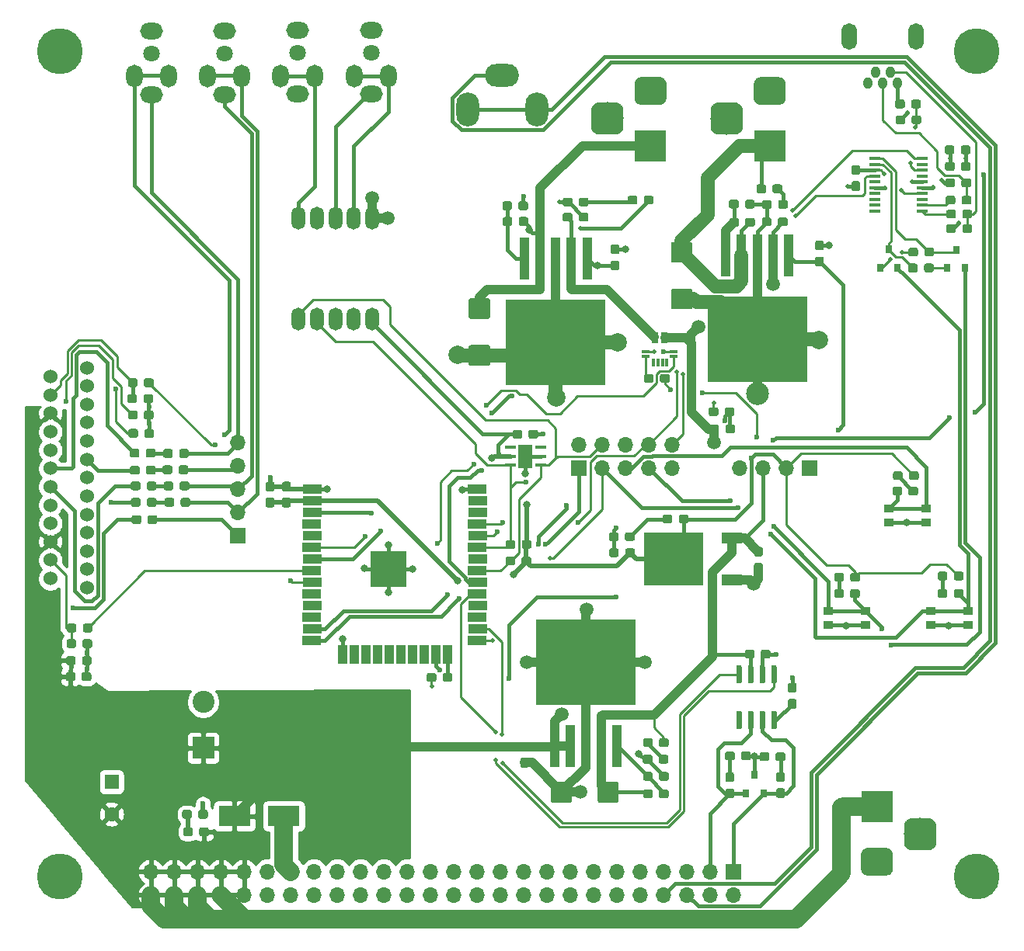
<source format=gbr>
G04 #@! TF.GenerationSoftware,KiCad,Pcbnew,5.1.2-f72e74a~84~ubuntu19.04.1*
G04 #@! TF.CreationDate,2019-04-28T09:03:05-05:00*
G04 #@! TF.ProjectId,open-dash-daughterboard,6f70656e-2d64-4617-9368-2d6461756768,rev?*
G04 #@! TF.SameCoordinates,Original*
G04 #@! TF.FileFunction,Copper,L1,Top*
G04 #@! TF.FilePolarity,Positive*
%FSLAX46Y46*%
G04 Gerber Fmt 4.6, Leading zero omitted, Abs format (unit mm)*
G04 Created by KiCad (PCBNEW 5.1.2-f72e74a~84~ubuntu19.04.1) date 2019-04-28 09:03:05*
%MOMM*%
%LPD*%
G04 APERTURE LIST*
%ADD10R,2.000000X1.000000*%
%ADD11R,1.000000X2.000000*%
%ADD12R,4.000000X4.000000*%
%ADD13C,5.000000*%
%ADD14C,0.100000*%
%ADD15C,3.500000*%
%ADD16C,3.000000*%
%ADD17R,3.500000X3.500000*%
%ADD18R,0.800000X1.270000*%
%ADD19R,0.850000X0.300000*%
%ADD20R,0.300000X0.850000*%
%ADD21R,1.700000X1.700000*%
%ADD22O,1.700000X1.700000*%
%ADD23C,0.950000*%
%ADD24C,1.524000*%
%ADD25R,1.250000X0.450000*%
%ADD26R,1.600000X2.500000*%
%ADD27R,1.100000X4.600000*%
%ADD28R,10.800000X9.400000*%
%ADD29R,2.200000X1.200000*%
%ADD30R,6.400000X5.800000*%
%ADD31R,1.200000X0.400000*%
%ADD32O,1.500000X2.500000*%
%ADD33C,0.600000*%
%ADD34R,1.000000X0.900000*%
%ADD35R,0.800000X0.900000*%
%ADD36O,2.500000X1.800000*%
%ADD37C,1.800000*%
%ADD38O,1.800000X2.500000*%
%ADD39O,1.000000X1.300000*%
%ADD40O,1.700000X2.900000*%
%ADD41O,2.500000X3.700000*%
%ADD42O,3.700000X2.500000*%
%ADD43R,3.500000X2.300000*%
%ADD44C,1.600000*%
%ADD45R,1.600000X1.600000*%
%ADD46C,2.250000*%
%ADD47R,2.400000X2.400000*%
%ADD48C,2.400000*%
%ADD49C,1.500000*%
%ADD50C,0.500000*%
%ADD51C,0.800000*%
%ADD52C,2.000000*%
%ADD53C,2.500000*%
%ADD54C,0.250000*%
%ADD55C,1.000000*%
%ADD56C,0.400000*%
%ADD57C,2.000000*%
%ADD58C,0.500000*%
%ADD59C,1.500000*%
%ADD60C,0.254000*%
G04 APERTURE END LIST*
D10*
X99949000Y-98602800D03*
X117983000Y-98630800D03*
D11*
X113411000Y-114096800D03*
X114681000Y-114096800D03*
X108331000Y-114096800D03*
X109601000Y-114096800D03*
X112141000Y-114096800D03*
X110871000Y-114096800D03*
X105791000Y-114096800D03*
X107061000Y-114096800D03*
X104521000Y-114096800D03*
X103251000Y-114096800D03*
D10*
X117967000Y-96082800D03*
X117983000Y-97360800D03*
X117983000Y-101170800D03*
X117967000Y-99892800D03*
X117967000Y-104972800D03*
X117983000Y-106250800D03*
X117983000Y-103710800D03*
X117967000Y-102432800D03*
X117967000Y-112592800D03*
X117967000Y-110052800D03*
X117983000Y-111330800D03*
X117983000Y-108790800D03*
X117967000Y-107512800D03*
X99933000Y-107512800D03*
X99949000Y-108790800D03*
X99949000Y-111330800D03*
X99933000Y-110052800D03*
X99933000Y-112592800D03*
X99933000Y-102432800D03*
X99949000Y-103710800D03*
X99949000Y-106250800D03*
X99933000Y-104972800D03*
X99933000Y-99892800D03*
X99949000Y-101170800D03*
X99949000Y-97332800D03*
X99949000Y-96062800D03*
D12*
X108275120Y-104749600D03*
D13*
X72440800Y-48310800D03*
X172389800Y-48310800D03*
X172389800Y-138328400D03*
X72440800Y-138328400D03*
D14*
G36*
X167179365Y-131937213D02*
G01*
X167264304Y-131949813D01*
X167347599Y-131970677D01*
X167428448Y-131999605D01*
X167506072Y-132036319D01*
X167579724Y-132080464D01*
X167648694Y-132131616D01*
X167712318Y-132189282D01*
X167769984Y-132252906D01*
X167821136Y-132321876D01*
X167865281Y-132395528D01*
X167901995Y-132473152D01*
X167930923Y-132554001D01*
X167951787Y-132637296D01*
X167964387Y-132722235D01*
X167968600Y-132808000D01*
X167968600Y-134558000D01*
X167964387Y-134643765D01*
X167951787Y-134728704D01*
X167930923Y-134811999D01*
X167901995Y-134892848D01*
X167865281Y-134970472D01*
X167821136Y-135044124D01*
X167769984Y-135113094D01*
X167712318Y-135176718D01*
X167648694Y-135234384D01*
X167579724Y-135285536D01*
X167506072Y-135329681D01*
X167428448Y-135366395D01*
X167347599Y-135395323D01*
X167264304Y-135416187D01*
X167179365Y-135428787D01*
X167093600Y-135433000D01*
X165343600Y-135433000D01*
X165257835Y-135428787D01*
X165172896Y-135416187D01*
X165089601Y-135395323D01*
X165008752Y-135366395D01*
X164931128Y-135329681D01*
X164857476Y-135285536D01*
X164788506Y-135234384D01*
X164724882Y-135176718D01*
X164667216Y-135113094D01*
X164616064Y-135044124D01*
X164571919Y-134970472D01*
X164535205Y-134892848D01*
X164506277Y-134811999D01*
X164485413Y-134728704D01*
X164472813Y-134643765D01*
X164468600Y-134558000D01*
X164468600Y-132808000D01*
X164472813Y-132722235D01*
X164485413Y-132637296D01*
X164506277Y-132554001D01*
X164535205Y-132473152D01*
X164571919Y-132395528D01*
X164616064Y-132321876D01*
X164667216Y-132252906D01*
X164724882Y-132189282D01*
X164788506Y-132131616D01*
X164857476Y-132080464D01*
X164931128Y-132036319D01*
X165008752Y-131999605D01*
X165089601Y-131970677D01*
X165172896Y-131949813D01*
X165257835Y-131937213D01*
X165343600Y-131933000D01*
X167093600Y-131933000D01*
X167179365Y-131937213D01*
X167179365Y-131937213D01*
G37*
D15*
X166218600Y-133683000D03*
D14*
G36*
X162592113Y-135186611D02*
G01*
X162664918Y-135197411D01*
X162736314Y-135215295D01*
X162805613Y-135240090D01*
X162872148Y-135271559D01*
X162935278Y-135309398D01*
X162994395Y-135353242D01*
X163048930Y-135402670D01*
X163098358Y-135457205D01*
X163142202Y-135516322D01*
X163180041Y-135579452D01*
X163211510Y-135645987D01*
X163236305Y-135715286D01*
X163254189Y-135786682D01*
X163264989Y-135859487D01*
X163268600Y-135933000D01*
X163268600Y-137433000D01*
X163264989Y-137506513D01*
X163254189Y-137579318D01*
X163236305Y-137650714D01*
X163211510Y-137720013D01*
X163180041Y-137786548D01*
X163142202Y-137849678D01*
X163098358Y-137908795D01*
X163048930Y-137963330D01*
X162994395Y-138012758D01*
X162935278Y-138056602D01*
X162872148Y-138094441D01*
X162805613Y-138125910D01*
X162736314Y-138150705D01*
X162664918Y-138168589D01*
X162592113Y-138179389D01*
X162518600Y-138183000D01*
X160518600Y-138183000D01*
X160445087Y-138179389D01*
X160372282Y-138168589D01*
X160300886Y-138150705D01*
X160231587Y-138125910D01*
X160165052Y-138094441D01*
X160101922Y-138056602D01*
X160042805Y-138012758D01*
X159988270Y-137963330D01*
X159938842Y-137908795D01*
X159894998Y-137849678D01*
X159857159Y-137786548D01*
X159825690Y-137720013D01*
X159800895Y-137650714D01*
X159783011Y-137579318D01*
X159772211Y-137506513D01*
X159768600Y-137433000D01*
X159768600Y-135933000D01*
X159772211Y-135859487D01*
X159783011Y-135786682D01*
X159800895Y-135715286D01*
X159825690Y-135645987D01*
X159857159Y-135579452D01*
X159894998Y-135516322D01*
X159938842Y-135457205D01*
X159988270Y-135402670D01*
X160042805Y-135353242D01*
X160101922Y-135309398D01*
X160165052Y-135271559D01*
X160231587Y-135240090D01*
X160300886Y-135215295D01*
X160372282Y-135197411D01*
X160445087Y-135186611D01*
X160518600Y-135183000D01*
X162518600Y-135183000D01*
X162592113Y-135186611D01*
X162592113Y-135186611D01*
G37*
D16*
X161518600Y-136683000D03*
D17*
X161518600Y-130683000D03*
D18*
X138325200Y-79540200D03*
X137325200Y-79540200D03*
D19*
X136325200Y-81040200D03*
X136325200Y-81540200D03*
X139325200Y-81040200D03*
X139325200Y-81540200D03*
D20*
X137125200Y-82240200D03*
X137625200Y-82240200D03*
X138125200Y-82240200D03*
X138625200Y-82240200D03*
D21*
X145872200Y-137769600D03*
D22*
X145872200Y-140309600D03*
X143332200Y-137769600D03*
X143332200Y-140309600D03*
X140792200Y-137769600D03*
X140792200Y-140309600D03*
X138252200Y-137769600D03*
X138252200Y-140309600D03*
X135712200Y-137769600D03*
X135712200Y-140309600D03*
X133172200Y-137769600D03*
X133172200Y-140309600D03*
X130632200Y-137769600D03*
X130632200Y-140309600D03*
X128092200Y-137769600D03*
X128092200Y-140309600D03*
X125552200Y-137769600D03*
X125552200Y-140309600D03*
X123012200Y-137769600D03*
X123012200Y-140309600D03*
X120472200Y-137769600D03*
X120472200Y-140309600D03*
X117932200Y-137769600D03*
X117932200Y-140309600D03*
X115392200Y-137769600D03*
X115392200Y-140309600D03*
X112852200Y-137769600D03*
X112852200Y-140309600D03*
X110312200Y-137769600D03*
X110312200Y-140309600D03*
X107772200Y-137769600D03*
X107772200Y-140309600D03*
X105232200Y-137769600D03*
X105232200Y-140309600D03*
X102692200Y-137769600D03*
X102692200Y-140309600D03*
X100152200Y-137769600D03*
X100152200Y-140309600D03*
X97612200Y-137769600D03*
X97612200Y-140309600D03*
X95072200Y-137769600D03*
X95072200Y-140309600D03*
X92532200Y-137769600D03*
X92532200Y-140309600D03*
X89992200Y-137769600D03*
X89992200Y-140309600D03*
X87452200Y-137769600D03*
X87452200Y-140309600D03*
X84912200Y-137769600D03*
X84912200Y-140309600D03*
X82372200Y-137769600D03*
X82372200Y-140309600D03*
X91871800Y-91008200D03*
X91871800Y-93548200D03*
X91871800Y-96088200D03*
X91871800Y-98628200D03*
D21*
X91871800Y-101168200D03*
D14*
G36*
X145763879Y-87143444D02*
G01*
X145786934Y-87146863D01*
X145809543Y-87152527D01*
X145831487Y-87160379D01*
X145852557Y-87170344D01*
X145872548Y-87182326D01*
X145891268Y-87196210D01*
X145908538Y-87211862D01*
X145924190Y-87229132D01*
X145938074Y-87247852D01*
X145950056Y-87267843D01*
X145960021Y-87288913D01*
X145967873Y-87310857D01*
X145973537Y-87333466D01*
X145976956Y-87356521D01*
X145978100Y-87379800D01*
X145978100Y-87854800D01*
X145976956Y-87878079D01*
X145973537Y-87901134D01*
X145967873Y-87923743D01*
X145960021Y-87945687D01*
X145950056Y-87966757D01*
X145938074Y-87986748D01*
X145924190Y-88005468D01*
X145908538Y-88022738D01*
X145891268Y-88038390D01*
X145872548Y-88052274D01*
X145852557Y-88064256D01*
X145831487Y-88074221D01*
X145809543Y-88082073D01*
X145786934Y-88087737D01*
X145763879Y-88091156D01*
X145740600Y-88092300D01*
X145165600Y-88092300D01*
X145142321Y-88091156D01*
X145119266Y-88087737D01*
X145096657Y-88082073D01*
X145074713Y-88074221D01*
X145053643Y-88064256D01*
X145033652Y-88052274D01*
X145014932Y-88038390D01*
X144997662Y-88022738D01*
X144982010Y-88005468D01*
X144968126Y-87986748D01*
X144956144Y-87966757D01*
X144946179Y-87945687D01*
X144938327Y-87923743D01*
X144932663Y-87901134D01*
X144929244Y-87878079D01*
X144928100Y-87854800D01*
X144928100Y-87379800D01*
X144929244Y-87356521D01*
X144932663Y-87333466D01*
X144938327Y-87310857D01*
X144946179Y-87288913D01*
X144956144Y-87267843D01*
X144968126Y-87247852D01*
X144982010Y-87229132D01*
X144997662Y-87211862D01*
X145014932Y-87196210D01*
X145033652Y-87182326D01*
X145053643Y-87170344D01*
X145074713Y-87160379D01*
X145096657Y-87152527D01*
X145119266Y-87146863D01*
X145142321Y-87143444D01*
X145165600Y-87142300D01*
X145740600Y-87142300D01*
X145763879Y-87143444D01*
X145763879Y-87143444D01*
G37*
D23*
X145453100Y-87617300D03*
D14*
G36*
X144013879Y-87143444D02*
G01*
X144036934Y-87146863D01*
X144059543Y-87152527D01*
X144081487Y-87160379D01*
X144102557Y-87170344D01*
X144122548Y-87182326D01*
X144141268Y-87196210D01*
X144158538Y-87211862D01*
X144174190Y-87229132D01*
X144188074Y-87247852D01*
X144200056Y-87267843D01*
X144210021Y-87288913D01*
X144217873Y-87310857D01*
X144223537Y-87333466D01*
X144226956Y-87356521D01*
X144228100Y-87379800D01*
X144228100Y-87854800D01*
X144226956Y-87878079D01*
X144223537Y-87901134D01*
X144217873Y-87923743D01*
X144210021Y-87945687D01*
X144200056Y-87966757D01*
X144188074Y-87986748D01*
X144174190Y-88005468D01*
X144158538Y-88022738D01*
X144141268Y-88038390D01*
X144122548Y-88052274D01*
X144102557Y-88064256D01*
X144081487Y-88074221D01*
X144059543Y-88082073D01*
X144036934Y-88087737D01*
X144013879Y-88091156D01*
X143990600Y-88092300D01*
X143415600Y-88092300D01*
X143392321Y-88091156D01*
X143369266Y-88087737D01*
X143346657Y-88082073D01*
X143324713Y-88074221D01*
X143303643Y-88064256D01*
X143283652Y-88052274D01*
X143264932Y-88038390D01*
X143247662Y-88022738D01*
X143232010Y-88005468D01*
X143218126Y-87986748D01*
X143206144Y-87966757D01*
X143196179Y-87945687D01*
X143188327Y-87923743D01*
X143182663Y-87901134D01*
X143179244Y-87878079D01*
X143178100Y-87854800D01*
X143178100Y-87379800D01*
X143179244Y-87356521D01*
X143182663Y-87333466D01*
X143188327Y-87310857D01*
X143196179Y-87288913D01*
X143206144Y-87267843D01*
X143218126Y-87247852D01*
X143232010Y-87229132D01*
X143247662Y-87211862D01*
X143264932Y-87196210D01*
X143283652Y-87182326D01*
X143303643Y-87170344D01*
X143324713Y-87160379D01*
X143346657Y-87152527D01*
X143369266Y-87146863D01*
X143392321Y-87143444D01*
X143415600Y-87142300D01*
X143990600Y-87142300D01*
X144013879Y-87143444D01*
X144013879Y-87143444D01*
G37*
D23*
X143703100Y-87617300D03*
D14*
G36*
X145837479Y-89023044D02*
G01*
X145860534Y-89026463D01*
X145883143Y-89032127D01*
X145905087Y-89039979D01*
X145926157Y-89049944D01*
X145946148Y-89061926D01*
X145964868Y-89075810D01*
X145982138Y-89091462D01*
X145997790Y-89108732D01*
X146011674Y-89127452D01*
X146023656Y-89147443D01*
X146033621Y-89168513D01*
X146041473Y-89190457D01*
X146047137Y-89213066D01*
X146050556Y-89236121D01*
X146051700Y-89259400D01*
X146051700Y-89734400D01*
X146050556Y-89757679D01*
X146047137Y-89780734D01*
X146041473Y-89803343D01*
X146033621Y-89825287D01*
X146023656Y-89846357D01*
X146011674Y-89866348D01*
X145997790Y-89885068D01*
X145982138Y-89902338D01*
X145964868Y-89917990D01*
X145946148Y-89931874D01*
X145926157Y-89943856D01*
X145905087Y-89953821D01*
X145883143Y-89961673D01*
X145860534Y-89967337D01*
X145837479Y-89970756D01*
X145814200Y-89971900D01*
X145239200Y-89971900D01*
X145215921Y-89970756D01*
X145192866Y-89967337D01*
X145170257Y-89961673D01*
X145148313Y-89953821D01*
X145127243Y-89943856D01*
X145107252Y-89931874D01*
X145088532Y-89917990D01*
X145071262Y-89902338D01*
X145055610Y-89885068D01*
X145041726Y-89866348D01*
X145029744Y-89846357D01*
X145019779Y-89825287D01*
X145011927Y-89803343D01*
X145006263Y-89780734D01*
X145002844Y-89757679D01*
X145001700Y-89734400D01*
X145001700Y-89259400D01*
X145002844Y-89236121D01*
X145006263Y-89213066D01*
X145011927Y-89190457D01*
X145019779Y-89168513D01*
X145029744Y-89147443D01*
X145041726Y-89127452D01*
X145055610Y-89108732D01*
X145071262Y-89091462D01*
X145088532Y-89075810D01*
X145107252Y-89061926D01*
X145127243Y-89049944D01*
X145148313Y-89039979D01*
X145170257Y-89032127D01*
X145192866Y-89026463D01*
X145215921Y-89023044D01*
X145239200Y-89021900D01*
X145814200Y-89021900D01*
X145837479Y-89023044D01*
X145837479Y-89023044D01*
G37*
D23*
X145526700Y-89496900D03*
D14*
G36*
X144087479Y-89023044D02*
G01*
X144110534Y-89026463D01*
X144133143Y-89032127D01*
X144155087Y-89039979D01*
X144176157Y-89049944D01*
X144196148Y-89061926D01*
X144214868Y-89075810D01*
X144232138Y-89091462D01*
X144247790Y-89108732D01*
X144261674Y-89127452D01*
X144273656Y-89147443D01*
X144283621Y-89168513D01*
X144291473Y-89190457D01*
X144297137Y-89213066D01*
X144300556Y-89236121D01*
X144301700Y-89259400D01*
X144301700Y-89734400D01*
X144300556Y-89757679D01*
X144297137Y-89780734D01*
X144291473Y-89803343D01*
X144283621Y-89825287D01*
X144273656Y-89846357D01*
X144261674Y-89866348D01*
X144247790Y-89885068D01*
X144232138Y-89902338D01*
X144214868Y-89917990D01*
X144196148Y-89931874D01*
X144176157Y-89943856D01*
X144155087Y-89953821D01*
X144133143Y-89961673D01*
X144110534Y-89967337D01*
X144087479Y-89970756D01*
X144064200Y-89971900D01*
X143489200Y-89971900D01*
X143465921Y-89970756D01*
X143442866Y-89967337D01*
X143420257Y-89961673D01*
X143398313Y-89953821D01*
X143377243Y-89943856D01*
X143357252Y-89931874D01*
X143338532Y-89917990D01*
X143321262Y-89902338D01*
X143305610Y-89885068D01*
X143291726Y-89866348D01*
X143279744Y-89846357D01*
X143269779Y-89825287D01*
X143261927Y-89803343D01*
X143256263Y-89780734D01*
X143252844Y-89757679D01*
X143251700Y-89734400D01*
X143251700Y-89259400D01*
X143252844Y-89236121D01*
X143256263Y-89213066D01*
X143261927Y-89190457D01*
X143269779Y-89168513D01*
X143279744Y-89147443D01*
X143291726Y-89127452D01*
X143305610Y-89108732D01*
X143321262Y-89091462D01*
X143338532Y-89075810D01*
X143357252Y-89061926D01*
X143377243Y-89049944D01*
X143398313Y-89039979D01*
X143420257Y-89032127D01*
X143442866Y-89026463D01*
X143465921Y-89023044D01*
X143489200Y-89021900D01*
X144064200Y-89021900D01*
X144087479Y-89023044D01*
X144087479Y-89023044D01*
G37*
D23*
X143776700Y-89496900D03*
D24*
X71437500Y-99796600D03*
X71437500Y-97802700D03*
X71437500Y-89801700D03*
X71437500Y-103797100D03*
X71437500Y-93802200D03*
X71437500Y-101803200D03*
X71437500Y-91795600D03*
X71437500Y-95796100D03*
X71437500Y-83794600D03*
X71437500Y-105803700D03*
X71437500Y-85801200D03*
X71437500Y-87795100D03*
X75438000Y-88798400D03*
X75438000Y-86804500D03*
X75438000Y-82804000D03*
X75438000Y-84797900D03*
X75438000Y-90805000D03*
X75438000Y-96799400D03*
X75438000Y-94805500D03*
X75438000Y-92798900D03*
X75438000Y-98806000D03*
X75438000Y-100799900D03*
X75438000Y-102806500D03*
X75438000Y-104800400D03*
X75438000Y-106807000D03*
D25*
X124870000Y-93456000D03*
X124870000Y-92456000D03*
X124870000Y-91456000D03*
X121570000Y-92456000D03*
X121570000Y-93456000D03*
X121570000Y-91456000D03*
D26*
X123220000Y-92456000D03*
D27*
X129917400Y-70907600D03*
X128217400Y-70907600D03*
X126517400Y-70907600D03*
X124817400Y-70907600D03*
X123117400Y-70907600D03*
D28*
X126517400Y-80057600D03*
D27*
X126394000Y-124100900D03*
X128094000Y-124100900D03*
X129794000Y-124100900D03*
X131494000Y-124100900D03*
X133194000Y-124100900D03*
D28*
X129794000Y-114950900D03*
D27*
X151856600Y-70541800D03*
X150156600Y-70541800D03*
X148456600Y-70541800D03*
X146756600Y-70541800D03*
X145056600Y-70541800D03*
D28*
X148456600Y-79691800D03*
D29*
X145671200Y-105974500D03*
X145671200Y-101414500D03*
D30*
X139371200Y-103694500D03*
D31*
X166442700Y-60007500D03*
X166442700Y-60642500D03*
X166442700Y-61277500D03*
X166442700Y-61912500D03*
X166442700Y-62547500D03*
X166442700Y-63182500D03*
X166442700Y-63817500D03*
X166442700Y-64452500D03*
X166442700Y-65087500D03*
X166442700Y-65722500D03*
X161242700Y-65722500D03*
X161242700Y-65087500D03*
X161242700Y-64452500D03*
X161242700Y-63817500D03*
X161242700Y-63182500D03*
X161242700Y-62547500D03*
X161242700Y-61912500D03*
X161242700Y-61277500D03*
X161242700Y-60642500D03*
X161242700Y-60007500D03*
D32*
X106476800Y-77470000D03*
X104470200Y-77470000D03*
X102489000Y-77470000D03*
X100482400Y-77470000D03*
X98475800Y-77470000D03*
X102489000Y-66471800D03*
X98475800Y-66471800D03*
X106476800Y-66471800D03*
X100482400Y-66471800D03*
X104470200Y-66471800D03*
D14*
G36*
X150443803Y-120245722D02*
G01*
X150458364Y-120247882D01*
X150472643Y-120251459D01*
X150486503Y-120256418D01*
X150499810Y-120262712D01*
X150512436Y-120270280D01*
X150524259Y-120279048D01*
X150535166Y-120288934D01*
X150545052Y-120299841D01*
X150553820Y-120311664D01*
X150561388Y-120324290D01*
X150567682Y-120337597D01*
X150572641Y-120351457D01*
X150576218Y-120365736D01*
X150578378Y-120380297D01*
X150579100Y-120395000D01*
X150579100Y-122045000D01*
X150578378Y-122059703D01*
X150576218Y-122074264D01*
X150572641Y-122088543D01*
X150567682Y-122102403D01*
X150561388Y-122115710D01*
X150553820Y-122128336D01*
X150545052Y-122140159D01*
X150535166Y-122151066D01*
X150524259Y-122160952D01*
X150512436Y-122169720D01*
X150499810Y-122177288D01*
X150486503Y-122183582D01*
X150472643Y-122188541D01*
X150458364Y-122192118D01*
X150443803Y-122194278D01*
X150429100Y-122195000D01*
X150129100Y-122195000D01*
X150114397Y-122194278D01*
X150099836Y-122192118D01*
X150085557Y-122188541D01*
X150071697Y-122183582D01*
X150058390Y-122177288D01*
X150045764Y-122169720D01*
X150033941Y-122160952D01*
X150023034Y-122151066D01*
X150013148Y-122140159D01*
X150004380Y-122128336D01*
X149996812Y-122115710D01*
X149990518Y-122102403D01*
X149985559Y-122088543D01*
X149981982Y-122074264D01*
X149979822Y-122059703D01*
X149979100Y-122045000D01*
X149979100Y-120395000D01*
X149979822Y-120380297D01*
X149981982Y-120365736D01*
X149985559Y-120351457D01*
X149990518Y-120337597D01*
X149996812Y-120324290D01*
X150004380Y-120311664D01*
X150013148Y-120299841D01*
X150023034Y-120288934D01*
X150033941Y-120279048D01*
X150045764Y-120270280D01*
X150058390Y-120262712D01*
X150071697Y-120256418D01*
X150085557Y-120251459D01*
X150099836Y-120247882D01*
X150114397Y-120245722D01*
X150129100Y-120245000D01*
X150429100Y-120245000D01*
X150443803Y-120245722D01*
X150443803Y-120245722D01*
G37*
D33*
X150279100Y-121220000D03*
D14*
G36*
X149173803Y-120245722D02*
G01*
X149188364Y-120247882D01*
X149202643Y-120251459D01*
X149216503Y-120256418D01*
X149229810Y-120262712D01*
X149242436Y-120270280D01*
X149254259Y-120279048D01*
X149265166Y-120288934D01*
X149275052Y-120299841D01*
X149283820Y-120311664D01*
X149291388Y-120324290D01*
X149297682Y-120337597D01*
X149302641Y-120351457D01*
X149306218Y-120365736D01*
X149308378Y-120380297D01*
X149309100Y-120395000D01*
X149309100Y-122045000D01*
X149308378Y-122059703D01*
X149306218Y-122074264D01*
X149302641Y-122088543D01*
X149297682Y-122102403D01*
X149291388Y-122115710D01*
X149283820Y-122128336D01*
X149275052Y-122140159D01*
X149265166Y-122151066D01*
X149254259Y-122160952D01*
X149242436Y-122169720D01*
X149229810Y-122177288D01*
X149216503Y-122183582D01*
X149202643Y-122188541D01*
X149188364Y-122192118D01*
X149173803Y-122194278D01*
X149159100Y-122195000D01*
X148859100Y-122195000D01*
X148844397Y-122194278D01*
X148829836Y-122192118D01*
X148815557Y-122188541D01*
X148801697Y-122183582D01*
X148788390Y-122177288D01*
X148775764Y-122169720D01*
X148763941Y-122160952D01*
X148753034Y-122151066D01*
X148743148Y-122140159D01*
X148734380Y-122128336D01*
X148726812Y-122115710D01*
X148720518Y-122102403D01*
X148715559Y-122088543D01*
X148711982Y-122074264D01*
X148709822Y-122059703D01*
X148709100Y-122045000D01*
X148709100Y-120395000D01*
X148709822Y-120380297D01*
X148711982Y-120365736D01*
X148715559Y-120351457D01*
X148720518Y-120337597D01*
X148726812Y-120324290D01*
X148734380Y-120311664D01*
X148743148Y-120299841D01*
X148753034Y-120288934D01*
X148763941Y-120279048D01*
X148775764Y-120270280D01*
X148788390Y-120262712D01*
X148801697Y-120256418D01*
X148815557Y-120251459D01*
X148829836Y-120247882D01*
X148844397Y-120245722D01*
X148859100Y-120245000D01*
X149159100Y-120245000D01*
X149173803Y-120245722D01*
X149173803Y-120245722D01*
G37*
D33*
X149009100Y-121220000D03*
D14*
G36*
X147903803Y-120245722D02*
G01*
X147918364Y-120247882D01*
X147932643Y-120251459D01*
X147946503Y-120256418D01*
X147959810Y-120262712D01*
X147972436Y-120270280D01*
X147984259Y-120279048D01*
X147995166Y-120288934D01*
X148005052Y-120299841D01*
X148013820Y-120311664D01*
X148021388Y-120324290D01*
X148027682Y-120337597D01*
X148032641Y-120351457D01*
X148036218Y-120365736D01*
X148038378Y-120380297D01*
X148039100Y-120395000D01*
X148039100Y-122045000D01*
X148038378Y-122059703D01*
X148036218Y-122074264D01*
X148032641Y-122088543D01*
X148027682Y-122102403D01*
X148021388Y-122115710D01*
X148013820Y-122128336D01*
X148005052Y-122140159D01*
X147995166Y-122151066D01*
X147984259Y-122160952D01*
X147972436Y-122169720D01*
X147959810Y-122177288D01*
X147946503Y-122183582D01*
X147932643Y-122188541D01*
X147918364Y-122192118D01*
X147903803Y-122194278D01*
X147889100Y-122195000D01*
X147589100Y-122195000D01*
X147574397Y-122194278D01*
X147559836Y-122192118D01*
X147545557Y-122188541D01*
X147531697Y-122183582D01*
X147518390Y-122177288D01*
X147505764Y-122169720D01*
X147493941Y-122160952D01*
X147483034Y-122151066D01*
X147473148Y-122140159D01*
X147464380Y-122128336D01*
X147456812Y-122115710D01*
X147450518Y-122102403D01*
X147445559Y-122088543D01*
X147441982Y-122074264D01*
X147439822Y-122059703D01*
X147439100Y-122045000D01*
X147439100Y-120395000D01*
X147439822Y-120380297D01*
X147441982Y-120365736D01*
X147445559Y-120351457D01*
X147450518Y-120337597D01*
X147456812Y-120324290D01*
X147464380Y-120311664D01*
X147473148Y-120299841D01*
X147483034Y-120288934D01*
X147493941Y-120279048D01*
X147505764Y-120270280D01*
X147518390Y-120262712D01*
X147531697Y-120256418D01*
X147545557Y-120251459D01*
X147559836Y-120247882D01*
X147574397Y-120245722D01*
X147589100Y-120245000D01*
X147889100Y-120245000D01*
X147903803Y-120245722D01*
X147903803Y-120245722D01*
G37*
D33*
X147739100Y-121220000D03*
D14*
G36*
X146633803Y-120245722D02*
G01*
X146648364Y-120247882D01*
X146662643Y-120251459D01*
X146676503Y-120256418D01*
X146689810Y-120262712D01*
X146702436Y-120270280D01*
X146714259Y-120279048D01*
X146725166Y-120288934D01*
X146735052Y-120299841D01*
X146743820Y-120311664D01*
X146751388Y-120324290D01*
X146757682Y-120337597D01*
X146762641Y-120351457D01*
X146766218Y-120365736D01*
X146768378Y-120380297D01*
X146769100Y-120395000D01*
X146769100Y-122045000D01*
X146768378Y-122059703D01*
X146766218Y-122074264D01*
X146762641Y-122088543D01*
X146757682Y-122102403D01*
X146751388Y-122115710D01*
X146743820Y-122128336D01*
X146735052Y-122140159D01*
X146725166Y-122151066D01*
X146714259Y-122160952D01*
X146702436Y-122169720D01*
X146689810Y-122177288D01*
X146676503Y-122183582D01*
X146662643Y-122188541D01*
X146648364Y-122192118D01*
X146633803Y-122194278D01*
X146619100Y-122195000D01*
X146319100Y-122195000D01*
X146304397Y-122194278D01*
X146289836Y-122192118D01*
X146275557Y-122188541D01*
X146261697Y-122183582D01*
X146248390Y-122177288D01*
X146235764Y-122169720D01*
X146223941Y-122160952D01*
X146213034Y-122151066D01*
X146203148Y-122140159D01*
X146194380Y-122128336D01*
X146186812Y-122115710D01*
X146180518Y-122102403D01*
X146175559Y-122088543D01*
X146171982Y-122074264D01*
X146169822Y-122059703D01*
X146169100Y-122045000D01*
X146169100Y-120395000D01*
X146169822Y-120380297D01*
X146171982Y-120365736D01*
X146175559Y-120351457D01*
X146180518Y-120337597D01*
X146186812Y-120324290D01*
X146194380Y-120311664D01*
X146203148Y-120299841D01*
X146213034Y-120288934D01*
X146223941Y-120279048D01*
X146235764Y-120270280D01*
X146248390Y-120262712D01*
X146261697Y-120256418D01*
X146275557Y-120251459D01*
X146289836Y-120247882D01*
X146304397Y-120245722D01*
X146319100Y-120245000D01*
X146619100Y-120245000D01*
X146633803Y-120245722D01*
X146633803Y-120245722D01*
G37*
D33*
X146469100Y-121220000D03*
D14*
G36*
X146633803Y-115295722D02*
G01*
X146648364Y-115297882D01*
X146662643Y-115301459D01*
X146676503Y-115306418D01*
X146689810Y-115312712D01*
X146702436Y-115320280D01*
X146714259Y-115329048D01*
X146725166Y-115338934D01*
X146735052Y-115349841D01*
X146743820Y-115361664D01*
X146751388Y-115374290D01*
X146757682Y-115387597D01*
X146762641Y-115401457D01*
X146766218Y-115415736D01*
X146768378Y-115430297D01*
X146769100Y-115445000D01*
X146769100Y-117095000D01*
X146768378Y-117109703D01*
X146766218Y-117124264D01*
X146762641Y-117138543D01*
X146757682Y-117152403D01*
X146751388Y-117165710D01*
X146743820Y-117178336D01*
X146735052Y-117190159D01*
X146725166Y-117201066D01*
X146714259Y-117210952D01*
X146702436Y-117219720D01*
X146689810Y-117227288D01*
X146676503Y-117233582D01*
X146662643Y-117238541D01*
X146648364Y-117242118D01*
X146633803Y-117244278D01*
X146619100Y-117245000D01*
X146319100Y-117245000D01*
X146304397Y-117244278D01*
X146289836Y-117242118D01*
X146275557Y-117238541D01*
X146261697Y-117233582D01*
X146248390Y-117227288D01*
X146235764Y-117219720D01*
X146223941Y-117210952D01*
X146213034Y-117201066D01*
X146203148Y-117190159D01*
X146194380Y-117178336D01*
X146186812Y-117165710D01*
X146180518Y-117152403D01*
X146175559Y-117138543D01*
X146171982Y-117124264D01*
X146169822Y-117109703D01*
X146169100Y-117095000D01*
X146169100Y-115445000D01*
X146169822Y-115430297D01*
X146171982Y-115415736D01*
X146175559Y-115401457D01*
X146180518Y-115387597D01*
X146186812Y-115374290D01*
X146194380Y-115361664D01*
X146203148Y-115349841D01*
X146213034Y-115338934D01*
X146223941Y-115329048D01*
X146235764Y-115320280D01*
X146248390Y-115312712D01*
X146261697Y-115306418D01*
X146275557Y-115301459D01*
X146289836Y-115297882D01*
X146304397Y-115295722D01*
X146319100Y-115295000D01*
X146619100Y-115295000D01*
X146633803Y-115295722D01*
X146633803Y-115295722D01*
G37*
D33*
X146469100Y-116270000D03*
D14*
G36*
X147903803Y-115295722D02*
G01*
X147918364Y-115297882D01*
X147932643Y-115301459D01*
X147946503Y-115306418D01*
X147959810Y-115312712D01*
X147972436Y-115320280D01*
X147984259Y-115329048D01*
X147995166Y-115338934D01*
X148005052Y-115349841D01*
X148013820Y-115361664D01*
X148021388Y-115374290D01*
X148027682Y-115387597D01*
X148032641Y-115401457D01*
X148036218Y-115415736D01*
X148038378Y-115430297D01*
X148039100Y-115445000D01*
X148039100Y-117095000D01*
X148038378Y-117109703D01*
X148036218Y-117124264D01*
X148032641Y-117138543D01*
X148027682Y-117152403D01*
X148021388Y-117165710D01*
X148013820Y-117178336D01*
X148005052Y-117190159D01*
X147995166Y-117201066D01*
X147984259Y-117210952D01*
X147972436Y-117219720D01*
X147959810Y-117227288D01*
X147946503Y-117233582D01*
X147932643Y-117238541D01*
X147918364Y-117242118D01*
X147903803Y-117244278D01*
X147889100Y-117245000D01*
X147589100Y-117245000D01*
X147574397Y-117244278D01*
X147559836Y-117242118D01*
X147545557Y-117238541D01*
X147531697Y-117233582D01*
X147518390Y-117227288D01*
X147505764Y-117219720D01*
X147493941Y-117210952D01*
X147483034Y-117201066D01*
X147473148Y-117190159D01*
X147464380Y-117178336D01*
X147456812Y-117165710D01*
X147450518Y-117152403D01*
X147445559Y-117138543D01*
X147441982Y-117124264D01*
X147439822Y-117109703D01*
X147439100Y-117095000D01*
X147439100Y-115445000D01*
X147439822Y-115430297D01*
X147441982Y-115415736D01*
X147445559Y-115401457D01*
X147450518Y-115387597D01*
X147456812Y-115374290D01*
X147464380Y-115361664D01*
X147473148Y-115349841D01*
X147483034Y-115338934D01*
X147493941Y-115329048D01*
X147505764Y-115320280D01*
X147518390Y-115312712D01*
X147531697Y-115306418D01*
X147545557Y-115301459D01*
X147559836Y-115297882D01*
X147574397Y-115295722D01*
X147589100Y-115295000D01*
X147889100Y-115295000D01*
X147903803Y-115295722D01*
X147903803Y-115295722D01*
G37*
D33*
X147739100Y-116270000D03*
D14*
G36*
X149173803Y-115295722D02*
G01*
X149188364Y-115297882D01*
X149202643Y-115301459D01*
X149216503Y-115306418D01*
X149229810Y-115312712D01*
X149242436Y-115320280D01*
X149254259Y-115329048D01*
X149265166Y-115338934D01*
X149275052Y-115349841D01*
X149283820Y-115361664D01*
X149291388Y-115374290D01*
X149297682Y-115387597D01*
X149302641Y-115401457D01*
X149306218Y-115415736D01*
X149308378Y-115430297D01*
X149309100Y-115445000D01*
X149309100Y-117095000D01*
X149308378Y-117109703D01*
X149306218Y-117124264D01*
X149302641Y-117138543D01*
X149297682Y-117152403D01*
X149291388Y-117165710D01*
X149283820Y-117178336D01*
X149275052Y-117190159D01*
X149265166Y-117201066D01*
X149254259Y-117210952D01*
X149242436Y-117219720D01*
X149229810Y-117227288D01*
X149216503Y-117233582D01*
X149202643Y-117238541D01*
X149188364Y-117242118D01*
X149173803Y-117244278D01*
X149159100Y-117245000D01*
X148859100Y-117245000D01*
X148844397Y-117244278D01*
X148829836Y-117242118D01*
X148815557Y-117238541D01*
X148801697Y-117233582D01*
X148788390Y-117227288D01*
X148775764Y-117219720D01*
X148763941Y-117210952D01*
X148753034Y-117201066D01*
X148743148Y-117190159D01*
X148734380Y-117178336D01*
X148726812Y-117165710D01*
X148720518Y-117152403D01*
X148715559Y-117138543D01*
X148711982Y-117124264D01*
X148709822Y-117109703D01*
X148709100Y-117095000D01*
X148709100Y-115445000D01*
X148709822Y-115430297D01*
X148711982Y-115415736D01*
X148715559Y-115401457D01*
X148720518Y-115387597D01*
X148726812Y-115374290D01*
X148734380Y-115361664D01*
X148743148Y-115349841D01*
X148753034Y-115338934D01*
X148763941Y-115329048D01*
X148775764Y-115320280D01*
X148788390Y-115312712D01*
X148801697Y-115306418D01*
X148815557Y-115301459D01*
X148829836Y-115297882D01*
X148844397Y-115295722D01*
X148859100Y-115295000D01*
X149159100Y-115295000D01*
X149173803Y-115295722D01*
X149173803Y-115295722D01*
G37*
D33*
X149009100Y-116270000D03*
D14*
G36*
X150443803Y-115295722D02*
G01*
X150458364Y-115297882D01*
X150472643Y-115301459D01*
X150486503Y-115306418D01*
X150499810Y-115312712D01*
X150512436Y-115320280D01*
X150524259Y-115329048D01*
X150535166Y-115338934D01*
X150545052Y-115349841D01*
X150553820Y-115361664D01*
X150561388Y-115374290D01*
X150567682Y-115387597D01*
X150572641Y-115401457D01*
X150576218Y-115415736D01*
X150578378Y-115430297D01*
X150579100Y-115445000D01*
X150579100Y-117095000D01*
X150578378Y-117109703D01*
X150576218Y-117124264D01*
X150572641Y-117138543D01*
X150567682Y-117152403D01*
X150561388Y-117165710D01*
X150553820Y-117178336D01*
X150545052Y-117190159D01*
X150535166Y-117201066D01*
X150524259Y-117210952D01*
X150512436Y-117219720D01*
X150499810Y-117227288D01*
X150486503Y-117233582D01*
X150472643Y-117238541D01*
X150458364Y-117242118D01*
X150443803Y-117244278D01*
X150429100Y-117245000D01*
X150129100Y-117245000D01*
X150114397Y-117244278D01*
X150099836Y-117242118D01*
X150085557Y-117238541D01*
X150071697Y-117233582D01*
X150058390Y-117227288D01*
X150045764Y-117219720D01*
X150033941Y-117210952D01*
X150023034Y-117201066D01*
X150013148Y-117190159D01*
X150004380Y-117178336D01*
X149996812Y-117165710D01*
X149990518Y-117152403D01*
X149985559Y-117138543D01*
X149981982Y-117124264D01*
X149979822Y-117109703D01*
X149979100Y-117095000D01*
X149979100Y-115445000D01*
X149979822Y-115430297D01*
X149981982Y-115415736D01*
X149985559Y-115401457D01*
X149990518Y-115387597D01*
X149996812Y-115374290D01*
X150004380Y-115361664D01*
X150013148Y-115349841D01*
X150023034Y-115338934D01*
X150033941Y-115329048D01*
X150045764Y-115320280D01*
X150058390Y-115312712D01*
X150071697Y-115306418D01*
X150085557Y-115301459D01*
X150099836Y-115297882D01*
X150114397Y-115295722D01*
X150129100Y-115295000D01*
X150429100Y-115295000D01*
X150443803Y-115295722D01*
X150443803Y-115295722D01*
G37*
D33*
X150279100Y-116270000D03*
D34*
X166896000Y-99733000D03*
X166896000Y-98133000D03*
X162796000Y-99733000D03*
X162796000Y-98133000D03*
X160292000Y-110909000D03*
X160292000Y-109309000D03*
X156192000Y-110909000D03*
X156192000Y-109309000D03*
X171468000Y-110909000D03*
X171468000Y-109309000D03*
X167368000Y-110909000D03*
X167368000Y-109309000D03*
D14*
G36*
X82516579Y-89492944D02*
G01*
X82539634Y-89496363D01*
X82562243Y-89502027D01*
X82584187Y-89509879D01*
X82605257Y-89519844D01*
X82625248Y-89531826D01*
X82643968Y-89545710D01*
X82661238Y-89561362D01*
X82676890Y-89578632D01*
X82690774Y-89597352D01*
X82702756Y-89617343D01*
X82712721Y-89638413D01*
X82720573Y-89660357D01*
X82726237Y-89682966D01*
X82729656Y-89706021D01*
X82730800Y-89729300D01*
X82730800Y-90204300D01*
X82729656Y-90227579D01*
X82726237Y-90250634D01*
X82720573Y-90273243D01*
X82712721Y-90295187D01*
X82702756Y-90316257D01*
X82690774Y-90336248D01*
X82676890Y-90354968D01*
X82661238Y-90372238D01*
X82643968Y-90387890D01*
X82625248Y-90401774D01*
X82605257Y-90413756D01*
X82584187Y-90423721D01*
X82562243Y-90431573D01*
X82539634Y-90437237D01*
X82516579Y-90440656D01*
X82493300Y-90441800D01*
X81918300Y-90441800D01*
X81895021Y-90440656D01*
X81871966Y-90437237D01*
X81849357Y-90431573D01*
X81827413Y-90423721D01*
X81806343Y-90413756D01*
X81786352Y-90401774D01*
X81767632Y-90387890D01*
X81750362Y-90372238D01*
X81734710Y-90354968D01*
X81720826Y-90336248D01*
X81708844Y-90316257D01*
X81698879Y-90295187D01*
X81691027Y-90273243D01*
X81685363Y-90250634D01*
X81681944Y-90227579D01*
X81680800Y-90204300D01*
X81680800Y-89729300D01*
X81681944Y-89706021D01*
X81685363Y-89682966D01*
X81691027Y-89660357D01*
X81698879Y-89638413D01*
X81708844Y-89617343D01*
X81720826Y-89597352D01*
X81734710Y-89578632D01*
X81750362Y-89561362D01*
X81767632Y-89545710D01*
X81786352Y-89531826D01*
X81806343Y-89519844D01*
X81827413Y-89509879D01*
X81849357Y-89502027D01*
X81871966Y-89496363D01*
X81895021Y-89492944D01*
X81918300Y-89491800D01*
X82493300Y-89491800D01*
X82516579Y-89492944D01*
X82516579Y-89492944D01*
G37*
D23*
X82205800Y-89966800D03*
D14*
G36*
X80766579Y-89492944D02*
G01*
X80789634Y-89496363D01*
X80812243Y-89502027D01*
X80834187Y-89509879D01*
X80855257Y-89519844D01*
X80875248Y-89531826D01*
X80893968Y-89545710D01*
X80911238Y-89561362D01*
X80926890Y-89578632D01*
X80940774Y-89597352D01*
X80952756Y-89617343D01*
X80962721Y-89638413D01*
X80970573Y-89660357D01*
X80976237Y-89682966D01*
X80979656Y-89706021D01*
X80980800Y-89729300D01*
X80980800Y-90204300D01*
X80979656Y-90227579D01*
X80976237Y-90250634D01*
X80970573Y-90273243D01*
X80962721Y-90295187D01*
X80952756Y-90316257D01*
X80940774Y-90336248D01*
X80926890Y-90354968D01*
X80911238Y-90372238D01*
X80893968Y-90387890D01*
X80875248Y-90401774D01*
X80855257Y-90413756D01*
X80834187Y-90423721D01*
X80812243Y-90431573D01*
X80789634Y-90437237D01*
X80766579Y-90440656D01*
X80743300Y-90441800D01*
X80168300Y-90441800D01*
X80145021Y-90440656D01*
X80121966Y-90437237D01*
X80099357Y-90431573D01*
X80077413Y-90423721D01*
X80056343Y-90413756D01*
X80036352Y-90401774D01*
X80017632Y-90387890D01*
X80000362Y-90372238D01*
X79984710Y-90354968D01*
X79970826Y-90336248D01*
X79958844Y-90316257D01*
X79948879Y-90295187D01*
X79941027Y-90273243D01*
X79935363Y-90250634D01*
X79931944Y-90227579D01*
X79930800Y-90204300D01*
X79930800Y-89729300D01*
X79931944Y-89706021D01*
X79935363Y-89682966D01*
X79941027Y-89660357D01*
X79948879Y-89638413D01*
X79958844Y-89617343D01*
X79970826Y-89597352D01*
X79984710Y-89578632D01*
X80000362Y-89561362D01*
X80017632Y-89545710D01*
X80036352Y-89531826D01*
X80056343Y-89519844D01*
X80077413Y-89509879D01*
X80099357Y-89502027D01*
X80121966Y-89496363D01*
X80145021Y-89492944D01*
X80168300Y-89491800D01*
X80743300Y-89491800D01*
X80766579Y-89492944D01*
X80766579Y-89492944D01*
G37*
D23*
X80455800Y-89966800D03*
D14*
G36*
X86301179Y-91690044D02*
G01*
X86324234Y-91693463D01*
X86346843Y-91699127D01*
X86368787Y-91706979D01*
X86389857Y-91716944D01*
X86409848Y-91728926D01*
X86428568Y-91742810D01*
X86445838Y-91758462D01*
X86461490Y-91775732D01*
X86475374Y-91794452D01*
X86487356Y-91814443D01*
X86497321Y-91835513D01*
X86505173Y-91857457D01*
X86510837Y-91880066D01*
X86514256Y-91903121D01*
X86515400Y-91926400D01*
X86515400Y-92401400D01*
X86514256Y-92424679D01*
X86510837Y-92447734D01*
X86505173Y-92470343D01*
X86497321Y-92492287D01*
X86487356Y-92513357D01*
X86475374Y-92533348D01*
X86461490Y-92552068D01*
X86445838Y-92569338D01*
X86428568Y-92584990D01*
X86409848Y-92598874D01*
X86389857Y-92610856D01*
X86368787Y-92620821D01*
X86346843Y-92628673D01*
X86324234Y-92634337D01*
X86301179Y-92637756D01*
X86277900Y-92638900D01*
X85702900Y-92638900D01*
X85679621Y-92637756D01*
X85656566Y-92634337D01*
X85633957Y-92628673D01*
X85612013Y-92620821D01*
X85590943Y-92610856D01*
X85570952Y-92598874D01*
X85552232Y-92584990D01*
X85534962Y-92569338D01*
X85519310Y-92552068D01*
X85505426Y-92533348D01*
X85493444Y-92513357D01*
X85483479Y-92492287D01*
X85475627Y-92470343D01*
X85469963Y-92447734D01*
X85466544Y-92424679D01*
X85465400Y-92401400D01*
X85465400Y-91926400D01*
X85466544Y-91903121D01*
X85469963Y-91880066D01*
X85475627Y-91857457D01*
X85483479Y-91835513D01*
X85493444Y-91814443D01*
X85505426Y-91794452D01*
X85519310Y-91775732D01*
X85534962Y-91758462D01*
X85552232Y-91742810D01*
X85570952Y-91728926D01*
X85590943Y-91716944D01*
X85612013Y-91706979D01*
X85633957Y-91699127D01*
X85656566Y-91693463D01*
X85679621Y-91690044D01*
X85702900Y-91688900D01*
X86277900Y-91688900D01*
X86301179Y-91690044D01*
X86301179Y-91690044D01*
G37*
D23*
X85990400Y-92163900D03*
D14*
G36*
X84551179Y-91690044D02*
G01*
X84574234Y-91693463D01*
X84596843Y-91699127D01*
X84618787Y-91706979D01*
X84639857Y-91716944D01*
X84659848Y-91728926D01*
X84678568Y-91742810D01*
X84695838Y-91758462D01*
X84711490Y-91775732D01*
X84725374Y-91794452D01*
X84737356Y-91814443D01*
X84747321Y-91835513D01*
X84755173Y-91857457D01*
X84760837Y-91880066D01*
X84764256Y-91903121D01*
X84765400Y-91926400D01*
X84765400Y-92401400D01*
X84764256Y-92424679D01*
X84760837Y-92447734D01*
X84755173Y-92470343D01*
X84747321Y-92492287D01*
X84737356Y-92513357D01*
X84725374Y-92533348D01*
X84711490Y-92552068D01*
X84695838Y-92569338D01*
X84678568Y-92584990D01*
X84659848Y-92598874D01*
X84639857Y-92610856D01*
X84618787Y-92620821D01*
X84596843Y-92628673D01*
X84574234Y-92634337D01*
X84551179Y-92637756D01*
X84527900Y-92638900D01*
X83952900Y-92638900D01*
X83929621Y-92637756D01*
X83906566Y-92634337D01*
X83883957Y-92628673D01*
X83862013Y-92620821D01*
X83840943Y-92610856D01*
X83820952Y-92598874D01*
X83802232Y-92584990D01*
X83784962Y-92569338D01*
X83769310Y-92552068D01*
X83755426Y-92533348D01*
X83743444Y-92513357D01*
X83733479Y-92492287D01*
X83725627Y-92470343D01*
X83719963Y-92447734D01*
X83716544Y-92424679D01*
X83715400Y-92401400D01*
X83715400Y-91926400D01*
X83716544Y-91903121D01*
X83719963Y-91880066D01*
X83725627Y-91857457D01*
X83733479Y-91835513D01*
X83743444Y-91814443D01*
X83755426Y-91794452D01*
X83769310Y-91775732D01*
X83784962Y-91758462D01*
X83802232Y-91742810D01*
X83820952Y-91728926D01*
X83840943Y-91716944D01*
X83862013Y-91706979D01*
X83883957Y-91699127D01*
X83906566Y-91693463D01*
X83929621Y-91690044D01*
X83952900Y-91688900D01*
X84527900Y-91688900D01*
X84551179Y-91690044D01*
X84551179Y-91690044D01*
G37*
D23*
X84240400Y-92163900D03*
D14*
G36*
X86250379Y-93468044D02*
G01*
X86273434Y-93471463D01*
X86296043Y-93477127D01*
X86317987Y-93484979D01*
X86339057Y-93494944D01*
X86359048Y-93506926D01*
X86377768Y-93520810D01*
X86395038Y-93536462D01*
X86410690Y-93553732D01*
X86424574Y-93572452D01*
X86436556Y-93592443D01*
X86446521Y-93613513D01*
X86454373Y-93635457D01*
X86460037Y-93658066D01*
X86463456Y-93681121D01*
X86464600Y-93704400D01*
X86464600Y-94179400D01*
X86463456Y-94202679D01*
X86460037Y-94225734D01*
X86454373Y-94248343D01*
X86446521Y-94270287D01*
X86436556Y-94291357D01*
X86424574Y-94311348D01*
X86410690Y-94330068D01*
X86395038Y-94347338D01*
X86377768Y-94362990D01*
X86359048Y-94376874D01*
X86339057Y-94388856D01*
X86317987Y-94398821D01*
X86296043Y-94406673D01*
X86273434Y-94412337D01*
X86250379Y-94415756D01*
X86227100Y-94416900D01*
X85652100Y-94416900D01*
X85628821Y-94415756D01*
X85605766Y-94412337D01*
X85583157Y-94406673D01*
X85561213Y-94398821D01*
X85540143Y-94388856D01*
X85520152Y-94376874D01*
X85501432Y-94362990D01*
X85484162Y-94347338D01*
X85468510Y-94330068D01*
X85454626Y-94311348D01*
X85442644Y-94291357D01*
X85432679Y-94270287D01*
X85424827Y-94248343D01*
X85419163Y-94225734D01*
X85415744Y-94202679D01*
X85414600Y-94179400D01*
X85414600Y-93704400D01*
X85415744Y-93681121D01*
X85419163Y-93658066D01*
X85424827Y-93635457D01*
X85432679Y-93613513D01*
X85442644Y-93592443D01*
X85454626Y-93572452D01*
X85468510Y-93553732D01*
X85484162Y-93536462D01*
X85501432Y-93520810D01*
X85520152Y-93506926D01*
X85540143Y-93494944D01*
X85561213Y-93484979D01*
X85583157Y-93477127D01*
X85605766Y-93471463D01*
X85628821Y-93468044D01*
X85652100Y-93466900D01*
X86227100Y-93466900D01*
X86250379Y-93468044D01*
X86250379Y-93468044D01*
G37*
D23*
X85939600Y-93941900D03*
D14*
G36*
X84500379Y-93468044D02*
G01*
X84523434Y-93471463D01*
X84546043Y-93477127D01*
X84567987Y-93484979D01*
X84589057Y-93494944D01*
X84609048Y-93506926D01*
X84627768Y-93520810D01*
X84645038Y-93536462D01*
X84660690Y-93553732D01*
X84674574Y-93572452D01*
X84686556Y-93592443D01*
X84696521Y-93613513D01*
X84704373Y-93635457D01*
X84710037Y-93658066D01*
X84713456Y-93681121D01*
X84714600Y-93704400D01*
X84714600Y-94179400D01*
X84713456Y-94202679D01*
X84710037Y-94225734D01*
X84704373Y-94248343D01*
X84696521Y-94270287D01*
X84686556Y-94291357D01*
X84674574Y-94311348D01*
X84660690Y-94330068D01*
X84645038Y-94347338D01*
X84627768Y-94362990D01*
X84609048Y-94376874D01*
X84589057Y-94388856D01*
X84567987Y-94398821D01*
X84546043Y-94406673D01*
X84523434Y-94412337D01*
X84500379Y-94415756D01*
X84477100Y-94416900D01*
X83902100Y-94416900D01*
X83878821Y-94415756D01*
X83855766Y-94412337D01*
X83833157Y-94406673D01*
X83811213Y-94398821D01*
X83790143Y-94388856D01*
X83770152Y-94376874D01*
X83751432Y-94362990D01*
X83734162Y-94347338D01*
X83718510Y-94330068D01*
X83704626Y-94311348D01*
X83692644Y-94291357D01*
X83682679Y-94270287D01*
X83674827Y-94248343D01*
X83669163Y-94225734D01*
X83665744Y-94202679D01*
X83664600Y-94179400D01*
X83664600Y-93704400D01*
X83665744Y-93681121D01*
X83669163Y-93658066D01*
X83674827Y-93635457D01*
X83682679Y-93613513D01*
X83692644Y-93592443D01*
X83704626Y-93572452D01*
X83718510Y-93553732D01*
X83734162Y-93536462D01*
X83751432Y-93520810D01*
X83770152Y-93506926D01*
X83790143Y-93494944D01*
X83811213Y-93484979D01*
X83833157Y-93477127D01*
X83855766Y-93471463D01*
X83878821Y-93468044D01*
X83902100Y-93466900D01*
X84477100Y-93466900D01*
X84500379Y-93468044D01*
X84500379Y-93468044D01*
G37*
D23*
X84189600Y-93941900D03*
D14*
G36*
X86364679Y-95233344D02*
G01*
X86387734Y-95236763D01*
X86410343Y-95242427D01*
X86432287Y-95250279D01*
X86453357Y-95260244D01*
X86473348Y-95272226D01*
X86492068Y-95286110D01*
X86509338Y-95301762D01*
X86524990Y-95319032D01*
X86538874Y-95337752D01*
X86550856Y-95357743D01*
X86560821Y-95378813D01*
X86568673Y-95400757D01*
X86574337Y-95423366D01*
X86577756Y-95446421D01*
X86578900Y-95469700D01*
X86578900Y-95944700D01*
X86577756Y-95967979D01*
X86574337Y-95991034D01*
X86568673Y-96013643D01*
X86560821Y-96035587D01*
X86550856Y-96056657D01*
X86538874Y-96076648D01*
X86524990Y-96095368D01*
X86509338Y-96112638D01*
X86492068Y-96128290D01*
X86473348Y-96142174D01*
X86453357Y-96154156D01*
X86432287Y-96164121D01*
X86410343Y-96171973D01*
X86387734Y-96177637D01*
X86364679Y-96181056D01*
X86341400Y-96182200D01*
X85766400Y-96182200D01*
X85743121Y-96181056D01*
X85720066Y-96177637D01*
X85697457Y-96171973D01*
X85675513Y-96164121D01*
X85654443Y-96154156D01*
X85634452Y-96142174D01*
X85615732Y-96128290D01*
X85598462Y-96112638D01*
X85582810Y-96095368D01*
X85568926Y-96076648D01*
X85556944Y-96056657D01*
X85546979Y-96035587D01*
X85539127Y-96013643D01*
X85533463Y-95991034D01*
X85530044Y-95967979D01*
X85528900Y-95944700D01*
X85528900Y-95469700D01*
X85530044Y-95446421D01*
X85533463Y-95423366D01*
X85539127Y-95400757D01*
X85546979Y-95378813D01*
X85556944Y-95357743D01*
X85568926Y-95337752D01*
X85582810Y-95319032D01*
X85598462Y-95301762D01*
X85615732Y-95286110D01*
X85634452Y-95272226D01*
X85654443Y-95260244D01*
X85675513Y-95250279D01*
X85697457Y-95242427D01*
X85720066Y-95236763D01*
X85743121Y-95233344D01*
X85766400Y-95232200D01*
X86341400Y-95232200D01*
X86364679Y-95233344D01*
X86364679Y-95233344D01*
G37*
D23*
X86053900Y-95707200D03*
D14*
G36*
X84614679Y-95233344D02*
G01*
X84637734Y-95236763D01*
X84660343Y-95242427D01*
X84682287Y-95250279D01*
X84703357Y-95260244D01*
X84723348Y-95272226D01*
X84742068Y-95286110D01*
X84759338Y-95301762D01*
X84774990Y-95319032D01*
X84788874Y-95337752D01*
X84800856Y-95357743D01*
X84810821Y-95378813D01*
X84818673Y-95400757D01*
X84824337Y-95423366D01*
X84827756Y-95446421D01*
X84828900Y-95469700D01*
X84828900Y-95944700D01*
X84827756Y-95967979D01*
X84824337Y-95991034D01*
X84818673Y-96013643D01*
X84810821Y-96035587D01*
X84800856Y-96056657D01*
X84788874Y-96076648D01*
X84774990Y-96095368D01*
X84759338Y-96112638D01*
X84742068Y-96128290D01*
X84723348Y-96142174D01*
X84703357Y-96154156D01*
X84682287Y-96164121D01*
X84660343Y-96171973D01*
X84637734Y-96177637D01*
X84614679Y-96181056D01*
X84591400Y-96182200D01*
X84016400Y-96182200D01*
X83993121Y-96181056D01*
X83970066Y-96177637D01*
X83947457Y-96171973D01*
X83925513Y-96164121D01*
X83904443Y-96154156D01*
X83884452Y-96142174D01*
X83865732Y-96128290D01*
X83848462Y-96112638D01*
X83832810Y-96095368D01*
X83818926Y-96076648D01*
X83806944Y-96056657D01*
X83796979Y-96035587D01*
X83789127Y-96013643D01*
X83783463Y-95991034D01*
X83780044Y-95967979D01*
X83778900Y-95944700D01*
X83778900Y-95469700D01*
X83780044Y-95446421D01*
X83783463Y-95423366D01*
X83789127Y-95400757D01*
X83796979Y-95378813D01*
X83806944Y-95357743D01*
X83818926Y-95337752D01*
X83832810Y-95319032D01*
X83848462Y-95301762D01*
X83865732Y-95286110D01*
X83884452Y-95272226D01*
X83904443Y-95260244D01*
X83925513Y-95250279D01*
X83947457Y-95242427D01*
X83970066Y-95236763D01*
X83993121Y-95233344D01*
X84016400Y-95232200D01*
X84591400Y-95232200D01*
X84614679Y-95233344D01*
X84614679Y-95233344D01*
G37*
D23*
X84303900Y-95707200D03*
D14*
G36*
X86466279Y-97024044D02*
G01*
X86489334Y-97027463D01*
X86511943Y-97033127D01*
X86533887Y-97040979D01*
X86554957Y-97050944D01*
X86574948Y-97062926D01*
X86593668Y-97076810D01*
X86610938Y-97092462D01*
X86626590Y-97109732D01*
X86640474Y-97128452D01*
X86652456Y-97148443D01*
X86662421Y-97169513D01*
X86670273Y-97191457D01*
X86675937Y-97214066D01*
X86679356Y-97237121D01*
X86680500Y-97260400D01*
X86680500Y-97735400D01*
X86679356Y-97758679D01*
X86675937Y-97781734D01*
X86670273Y-97804343D01*
X86662421Y-97826287D01*
X86652456Y-97847357D01*
X86640474Y-97867348D01*
X86626590Y-97886068D01*
X86610938Y-97903338D01*
X86593668Y-97918990D01*
X86574948Y-97932874D01*
X86554957Y-97944856D01*
X86533887Y-97954821D01*
X86511943Y-97962673D01*
X86489334Y-97968337D01*
X86466279Y-97971756D01*
X86443000Y-97972900D01*
X85868000Y-97972900D01*
X85844721Y-97971756D01*
X85821666Y-97968337D01*
X85799057Y-97962673D01*
X85777113Y-97954821D01*
X85756043Y-97944856D01*
X85736052Y-97932874D01*
X85717332Y-97918990D01*
X85700062Y-97903338D01*
X85684410Y-97886068D01*
X85670526Y-97867348D01*
X85658544Y-97847357D01*
X85648579Y-97826287D01*
X85640727Y-97804343D01*
X85635063Y-97781734D01*
X85631644Y-97758679D01*
X85630500Y-97735400D01*
X85630500Y-97260400D01*
X85631644Y-97237121D01*
X85635063Y-97214066D01*
X85640727Y-97191457D01*
X85648579Y-97169513D01*
X85658544Y-97148443D01*
X85670526Y-97128452D01*
X85684410Y-97109732D01*
X85700062Y-97092462D01*
X85717332Y-97076810D01*
X85736052Y-97062926D01*
X85756043Y-97050944D01*
X85777113Y-97040979D01*
X85799057Y-97033127D01*
X85821666Y-97027463D01*
X85844721Y-97024044D01*
X85868000Y-97022900D01*
X86443000Y-97022900D01*
X86466279Y-97024044D01*
X86466279Y-97024044D01*
G37*
D23*
X86155500Y-97497900D03*
D14*
G36*
X84716279Y-97024044D02*
G01*
X84739334Y-97027463D01*
X84761943Y-97033127D01*
X84783887Y-97040979D01*
X84804957Y-97050944D01*
X84824948Y-97062926D01*
X84843668Y-97076810D01*
X84860938Y-97092462D01*
X84876590Y-97109732D01*
X84890474Y-97128452D01*
X84902456Y-97148443D01*
X84912421Y-97169513D01*
X84920273Y-97191457D01*
X84925937Y-97214066D01*
X84929356Y-97237121D01*
X84930500Y-97260400D01*
X84930500Y-97735400D01*
X84929356Y-97758679D01*
X84925937Y-97781734D01*
X84920273Y-97804343D01*
X84912421Y-97826287D01*
X84902456Y-97847357D01*
X84890474Y-97867348D01*
X84876590Y-97886068D01*
X84860938Y-97903338D01*
X84843668Y-97918990D01*
X84824948Y-97932874D01*
X84804957Y-97944856D01*
X84783887Y-97954821D01*
X84761943Y-97962673D01*
X84739334Y-97968337D01*
X84716279Y-97971756D01*
X84693000Y-97972900D01*
X84118000Y-97972900D01*
X84094721Y-97971756D01*
X84071666Y-97968337D01*
X84049057Y-97962673D01*
X84027113Y-97954821D01*
X84006043Y-97944856D01*
X83986052Y-97932874D01*
X83967332Y-97918990D01*
X83950062Y-97903338D01*
X83934410Y-97886068D01*
X83920526Y-97867348D01*
X83908544Y-97847357D01*
X83898579Y-97826287D01*
X83890727Y-97804343D01*
X83885063Y-97781734D01*
X83881644Y-97758679D01*
X83880500Y-97735400D01*
X83880500Y-97260400D01*
X83881644Y-97237121D01*
X83885063Y-97214066D01*
X83890727Y-97191457D01*
X83898579Y-97169513D01*
X83908544Y-97148443D01*
X83920526Y-97128452D01*
X83934410Y-97109732D01*
X83950062Y-97092462D01*
X83967332Y-97076810D01*
X83986052Y-97062926D01*
X84006043Y-97050944D01*
X84027113Y-97040979D01*
X84049057Y-97033127D01*
X84071666Y-97027463D01*
X84094721Y-97024044D01*
X84118000Y-97022900D01*
X84693000Y-97022900D01*
X84716279Y-97024044D01*
X84716279Y-97024044D01*
G37*
D23*
X84405500Y-97497900D03*
D14*
G36*
X80715779Y-83981144D02*
G01*
X80738834Y-83984563D01*
X80761443Y-83990227D01*
X80783387Y-83998079D01*
X80804457Y-84008044D01*
X80824448Y-84020026D01*
X80843168Y-84033910D01*
X80860438Y-84049562D01*
X80876090Y-84066832D01*
X80889974Y-84085552D01*
X80901956Y-84105543D01*
X80911921Y-84126613D01*
X80919773Y-84148557D01*
X80925437Y-84171166D01*
X80928856Y-84194221D01*
X80930000Y-84217500D01*
X80930000Y-84692500D01*
X80928856Y-84715779D01*
X80925437Y-84738834D01*
X80919773Y-84761443D01*
X80911921Y-84783387D01*
X80901956Y-84804457D01*
X80889974Y-84824448D01*
X80876090Y-84843168D01*
X80860438Y-84860438D01*
X80843168Y-84876090D01*
X80824448Y-84889974D01*
X80804457Y-84901956D01*
X80783387Y-84911921D01*
X80761443Y-84919773D01*
X80738834Y-84925437D01*
X80715779Y-84928856D01*
X80692500Y-84930000D01*
X80117500Y-84930000D01*
X80094221Y-84928856D01*
X80071166Y-84925437D01*
X80048557Y-84919773D01*
X80026613Y-84911921D01*
X80005543Y-84901956D01*
X79985552Y-84889974D01*
X79966832Y-84876090D01*
X79949562Y-84860438D01*
X79933910Y-84843168D01*
X79920026Y-84824448D01*
X79908044Y-84804457D01*
X79898079Y-84783387D01*
X79890227Y-84761443D01*
X79884563Y-84738834D01*
X79881144Y-84715779D01*
X79880000Y-84692500D01*
X79880000Y-84217500D01*
X79881144Y-84194221D01*
X79884563Y-84171166D01*
X79890227Y-84148557D01*
X79898079Y-84126613D01*
X79908044Y-84105543D01*
X79920026Y-84085552D01*
X79933910Y-84066832D01*
X79949562Y-84049562D01*
X79966832Y-84033910D01*
X79985552Y-84020026D01*
X80005543Y-84008044D01*
X80026613Y-83998079D01*
X80048557Y-83990227D01*
X80071166Y-83984563D01*
X80094221Y-83981144D01*
X80117500Y-83980000D01*
X80692500Y-83980000D01*
X80715779Y-83981144D01*
X80715779Y-83981144D01*
G37*
D23*
X80405000Y-84455000D03*
D14*
G36*
X82465779Y-83981144D02*
G01*
X82488834Y-83984563D01*
X82511443Y-83990227D01*
X82533387Y-83998079D01*
X82554457Y-84008044D01*
X82574448Y-84020026D01*
X82593168Y-84033910D01*
X82610438Y-84049562D01*
X82626090Y-84066832D01*
X82639974Y-84085552D01*
X82651956Y-84105543D01*
X82661921Y-84126613D01*
X82669773Y-84148557D01*
X82675437Y-84171166D01*
X82678856Y-84194221D01*
X82680000Y-84217500D01*
X82680000Y-84692500D01*
X82678856Y-84715779D01*
X82675437Y-84738834D01*
X82669773Y-84761443D01*
X82661921Y-84783387D01*
X82651956Y-84804457D01*
X82639974Y-84824448D01*
X82626090Y-84843168D01*
X82610438Y-84860438D01*
X82593168Y-84876090D01*
X82574448Y-84889974D01*
X82554457Y-84901956D01*
X82533387Y-84911921D01*
X82511443Y-84919773D01*
X82488834Y-84925437D01*
X82465779Y-84928856D01*
X82442500Y-84930000D01*
X81867500Y-84930000D01*
X81844221Y-84928856D01*
X81821166Y-84925437D01*
X81798557Y-84919773D01*
X81776613Y-84911921D01*
X81755543Y-84901956D01*
X81735552Y-84889974D01*
X81716832Y-84876090D01*
X81699562Y-84860438D01*
X81683910Y-84843168D01*
X81670026Y-84824448D01*
X81658044Y-84804457D01*
X81648079Y-84783387D01*
X81640227Y-84761443D01*
X81634563Y-84738834D01*
X81631144Y-84715779D01*
X81630000Y-84692500D01*
X81630000Y-84217500D01*
X81631144Y-84194221D01*
X81634563Y-84171166D01*
X81640227Y-84148557D01*
X81648079Y-84126613D01*
X81658044Y-84105543D01*
X81670026Y-84085552D01*
X81683910Y-84066832D01*
X81699562Y-84049562D01*
X81716832Y-84033910D01*
X81735552Y-84020026D01*
X81755543Y-84008044D01*
X81776613Y-83998079D01*
X81798557Y-83990227D01*
X81821166Y-83984563D01*
X81844221Y-83981144D01*
X81867500Y-83980000D01*
X82442500Y-83980000D01*
X82465779Y-83981144D01*
X82465779Y-83981144D01*
G37*
D23*
X82155000Y-84455000D03*
D14*
G36*
X75810979Y-110727344D02*
G01*
X75834034Y-110730763D01*
X75856643Y-110736427D01*
X75878587Y-110744279D01*
X75899657Y-110754244D01*
X75919648Y-110766226D01*
X75938368Y-110780110D01*
X75955638Y-110795762D01*
X75971290Y-110813032D01*
X75985174Y-110831752D01*
X75997156Y-110851743D01*
X76007121Y-110872813D01*
X76014973Y-110894757D01*
X76020637Y-110917366D01*
X76024056Y-110940421D01*
X76025200Y-110963700D01*
X76025200Y-111438700D01*
X76024056Y-111461979D01*
X76020637Y-111485034D01*
X76014973Y-111507643D01*
X76007121Y-111529587D01*
X75997156Y-111550657D01*
X75985174Y-111570648D01*
X75971290Y-111589368D01*
X75955638Y-111606638D01*
X75938368Y-111622290D01*
X75919648Y-111636174D01*
X75899657Y-111648156D01*
X75878587Y-111658121D01*
X75856643Y-111665973D01*
X75834034Y-111671637D01*
X75810979Y-111675056D01*
X75787700Y-111676200D01*
X75212700Y-111676200D01*
X75189421Y-111675056D01*
X75166366Y-111671637D01*
X75143757Y-111665973D01*
X75121813Y-111658121D01*
X75100743Y-111648156D01*
X75080752Y-111636174D01*
X75062032Y-111622290D01*
X75044762Y-111606638D01*
X75029110Y-111589368D01*
X75015226Y-111570648D01*
X75003244Y-111550657D01*
X74993279Y-111529587D01*
X74985427Y-111507643D01*
X74979763Y-111485034D01*
X74976344Y-111461979D01*
X74975200Y-111438700D01*
X74975200Y-110963700D01*
X74976344Y-110940421D01*
X74979763Y-110917366D01*
X74985427Y-110894757D01*
X74993279Y-110872813D01*
X75003244Y-110851743D01*
X75015226Y-110831752D01*
X75029110Y-110813032D01*
X75044762Y-110795762D01*
X75062032Y-110780110D01*
X75080752Y-110766226D01*
X75100743Y-110754244D01*
X75121813Y-110744279D01*
X75143757Y-110736427D01*
X75166366Y-110730763D01*
X75189421Y-110727344D01*
X75212700Y-110726200D01*
X75787700Y-110726200D01*
X75810979Y-110727344D01*
X75810979Y-110727344D01*
G37*
D23*
X75500200Y-111201200D03*
D14*
G36*
X74060979Y-110727344D02*
G01*
X74084034Y-110730763D01*
X74106643Y-110736427D01*
X74128587Y-110744279D01*
X74149657Y-110754244D01*
X74169648Y-110766226D01*
X74188368Y-110780110D01*
X74205638Y-110795762D01*
X74221290Y-110813032D01*
X74235174Y-110831752D01*
X74247156Y-110851743D01*
X74257121Y-110872813D01*
X74264973Y-110894757D01*
X74270637Y-110917366D01*
X74274056Y-110940421D01*
X74275200Y-110963700D01*
X74275200Y-111438700D01*
X74274056Y-111461979D01*
X74270637Y-111485034D01*
X74264973Y-111507643D01*
X74257121Y-111529587D01*
X74247156Y-111550657D01*
X74235174Y-111570648D01*
X74221290Y-111589368D01*
X74205638Y-111606638D01*
X74188368Y-111622290D01*
X74169648Y-111636174D01*
X74149657Y-111648156D01*
X74128587Y-111658121D01*
X74106643Y-111665973D01*
X74084034Y-111671637D01*
X74060979Y-111675056D01*
X74037700Y-111676200D01*
X73462700Y-111676200D01*
X73439421Y-111675056D01*
X73416366Y-111671637D01*
X73393757Y-111665973D01*
X73371813Y-111658121D01*
X73350743Y-111648156D01*
X73330752Y-111636174D01*
X73312032Y-111622290D01*
X73294762Y-111606638D01*
X73279110Y-111589368D01*
X73265226Y-111570648D01*
X73253244Y-111550657D01*
X73243279Y-111529587D01*
X73235427Y-111507643D01*
X73229763Y-111485034D01*
X73226344Y-111461979D01*
X73225200Y-111438700D01*
X73225200Y-110963700D01*
X73226344Y-110940421D01*
X73229763Y-110917366D01*
X73235427Y-110894757D01*
X73243279Y-110872813D01*
X73253244Y-110851743D01*
X73265226Y-110831752D01*
X73279110Y-110813032D01*
X73294762Y-110795762D01*
X73312032Y-110780110D01*
X73330752Y-110766226D01*
X73350743Y-110754244D01*
X73371813Y-110744279D01*
X73393757Y-110736427D01*
X73416366Y-110730763D01*
X73439421Y-110727344D01*
X73462700Y-110726200D01*
X74037700Y-110726200D01*
X74060979Y-110727344D01*
X74060979Y-110727344D01*
G37*
D23*
X73750200Y-111201200D03*
D14*
G36*
X115028579Y-116112144D02*
G01*
X115051634Y-116115563D01*
X115074243Y-116121227D01*
X115096187Y-116129079D01*
X115117257Y-116139044D01*
X115137248Y-116151026D01*
X115155968Y-116164910D01*
X115173238Y-116180562D01*
X115188890Y-116197832D01*
X115202774Y-116216552D01*
X115214756Y-116236543D01*
X115224721Y-116257613D01*
X115232573Y-116279557D01*
X115238237Y-116302166D01*
X115241656Y-116325221D01*
X115242800Y-116348500D01*
X115242800Y-116823500D01*
X115241656Y-116846779D01*
X115238237Y-116869834D01*
X115232573Y-116892443D01*
X115224721Y-116914387D01*
X115214756Y-116935457D01*
X115202774Y-116955448D01*
X115188890Y-116974168D01*
X115173238Y-116991438D01*
X115155968Y-117007090D01*
X115137248Y-117020974D01*
X115117257Y-117032956D01*
X115096187Y-117042921D01*
X115074243Y-117050773D01*
X115051634Y-117056437D01*
X115028579Y-117059856D01*
X115005300Y-117061000D01*
X114430300Y-117061000D01*
X114407021Y-117059856D01*
X114383966Y-117056437D01*
X114361357Y-117050773D01*
X114339413Y-117042921D01*
X114318343Y-117032956D01*
X114298352Y-117020974D01*
X114279632Y-117007090D01*
X114262362Y-116991438D01*
X114246710Y-116974168D01*
X114232826Y-116955448D01*
X114220844Y-116935457D01*
X114210879Y-116914387D01*
X114203027Y-116892443D01*
X114197363Y-116869834D01*
X114193944Y-116846779D01*
X114192800Y-116823500D01*
X114192800Y-116348500D01*
X114193944Y-116325221D01*
X114197363Y-116302166D01*
X114203027Y-116279557D01*
X114210879Y-116257613D01*
X114220844Y-116236543D01*
X114232826Y-116216552D01*
X114246710Y-116197832D01*
X114262362Y-116180562D01*
X114279632Y-116164910D01*
X114298352Y-116151026D01*
X114318343Y-116139044D01*
X114339413Y-116129079D01*
X114361357Y-116121227D01*
X114383966Y-116115563D01*
X114407021Y-116112144D01*
X114430300Y-116111000D01*
X115005300Y-116111000D01*
X115028579Y-116112144D01*
X115028579Y-116112144D01*
G37*
D23*
X114717800Y-116586000D03*
D14*
G36*
X113278579Y-116112144D02*
G01*
X113301634Y-116115563D01*
X113324243Y-116121227D01*
X113346187Y-116129079D01*
X113367257Y-116139044D01*
X113387248Y-116151026D01*
X113405968Y-116164910D01*
X113423238Y-116180562D01*
X113438890Y-116197832D01*
X113452774Y-116216552D01*
X113464756Y-116236543D01*
X113474721Y-116257613D01*
X113482573Y-116279557D01*
X113488237Y-116302166D01*
X113491656Y-116325221D01*
X113492800Y-116348500D01*
X113492800Y-116823500D01*
X113491656Y-116846779D01*
X113488237Y-116869834D01*
X113482573Y-116892443D01*
X113474721Y-116914387D01*
X113464756Y-116935457D01*
X113452774Y-116955448D01*
X113438890Y-116974168D01*
X113423238Y-116991438D01*
X113405968Y-117007090D01*
X113387248Y-117020974D01*
X113367257Y-117032956D01*
X113346187Y-117042921D01*
X113324243Y-117050773D01*
X113301634Y-117056437D01*
X113278579Y-117059856D01*
X113255300Y-117061000D01*
X112680300Y-117061000D01*
X112657021Y-117059856D01*
X112633966Y-117056437D01*
X112611357Y-117050773D01*
X112589413Y-117042921D01*
X112568343Y-117032956D01*
X112548352Y-117020974D01*
X112529632Y-117007090D01*
X112512362Y-116991438D01*
X112496710Y-116974168D01*
X112482826Y-116955448D01*
X112470844Y-116935457D01*
X112460879Y-116914387D01*
X112453027Y-116892443D01*
X112447363Y-116869834D01*
X112443944Y-116846779D01*
X112442800Y-116823500D01*
X112442800Y-116348500D01*
X112443944Y-116325221D01*
X112447363Y-116302166D01*
X112453027Y-116279557D01*
X112460879Y-116257613D01*
X112470844Y-116236543D01*
X112482826Y-116216552D01*
X112496710Y-116197832D01*
X112512362Y-116180562D01*
X112529632Y-116164910D01*
X112548352Y-116151026D01*
X112568343Y-116139044D01*
X112589413Y-116129079D01*
X112611357Y-116121227D01*
X112633966Y-116115563D01*
X112657021Y-116112144D01*
X112680300Y-116111000D01*
X113255300Y-116111000D01*
X113278579Y-116112144D01*
X113278579Y-116112144D01*
G37*
D23*
X112967800Y-116586000D03*
D14*
G36*
X121863779Y-103437544D02*
G01*
X121886834Y-103440963D01*
X121909443Y-103446627D01*
X121931387Y-103454479D01*
X121952457Y-103464444D01*
X121972448Y-103476426D01*
X121991168Y-103490310D01*
X122008438Y-103505962D01*
X122024090Y-103523232D01*
X122037974Y-103541952D01*
X122049956Y-103561943D01*
X122059921Y-103583013D01*
X122067773Y-103604957D01*
X122073437Y-103627566D01*
X122076856Y-103650621D01*
X122078000Y-103673900D01*
X122078000Y-104148900D01*
X122076856Y-104172179D01*
X122073437Y-104195234D01*
X122067773Y-104217843D01*
X122059921Y-104239787D01*
X122049956Y-104260857D01*
X122037974Y-104280848D01*
X122024090Y-104299568D01*
X122008438Y-104316838D01*
X121991168Y-104332490D01*
X121972448Y-104346374D01*
X121952457Y-104358356D01*
X121931387Y-104368321D01*
X121909443Y-104376173D01*
X121886834Y-104381837D01*
X121863779Y-104385256D01*
X121840500Y-104386400D01*
X121265500Y-104386400D01*
X121242221Y-104385256D01*
X121219166Y-104381837D01*
X121196557Y-104376173D01*
X121174613Y-104368321D01*
X121153543Y-104358356D01*
X121133552Y-104346374D01*
X121114832Y-104332490D01*
X121097562Y-104316838D01*
X121081910Y-104299568D01*
X121068026Y-104280848D01*
X121056044Y-104260857D01*
X121046079Y-104239787D01*
X121038227Y-104217843D01*
X121032563Y-104195234D01*
X121029144Y-104172179D01*
X121028000Y-104148900D01*
X121028000Y-103673900D01*
X121029144Y-103650621D01*
X121032563Y-103627566D01*
X121038227Y-103604957D01*
X121046079Y-103583013D01*
X121056044Y-103561943D01*
X121068026Y-103541952D01*
X121081910Y-103523232D01*
X121097562Y-103505962D01*
X121114832Y-103490310D01*
X121133552Y-103476426D01*
X121153543Y-103464444D01*
X121174613Y-103454479D01*
X121196557Y-103446627D01*
X121219166Y-103440963D01*
X121242221Y-103437544D01*
X121265500Y-103436400D01*
X121840500Y-103436400D01*
X121863779Y-103437544D01*
X121863779Y-103437544D01*
G37*
D23*
X121553000Y-103911400D03*
D14*
G36*
X123613779Y-103437544D02*
G01*
X123636834Y-103440963D01*
X123659443Y-103446627D01*
X123681387Y-103454479D01*
X123702457Y-103464444D01*
X123722448Y-103476426D01*
X123741168Y-103490310D01*
X123758438Y-103505962D01*
X123774090Y-103523232D01*
X123787974Y-103541952D01*
X123799956Y-103561943D01*
X123809921Y-103583013D01*
X123817773Y-103604957D01*
X123823437Y-103627566D01*
X123826856Y-103650621D01*
X123828000Y-103673900D01*
X123828000Y-104148900D01*
X123826856Y-104172179D01*
X123823437Y-104195234D01*
X123817773Y-104217843D01*
X123809921Y-104239787D01*
X123799956Y-104260857D01*
X123787974Y-104280848D01*
X123774090Y-104299568D01*
X123758438Y-104316838D01*
X123741168Y-104332490D01*
X123722448Y-104346374D01*
X123702457Y-104358356D01*
X123681387Y-104368321D01*
X123659443Y-104376173D01*
X123636834Y-104381837D01*
X123613779Y-104385256D01*
X123590500Y-104386400D01*
X123015500Y-104386400D01*
X122992221Y-104385256D01*
X122969166Y-104381837D01*
X122946557Y-104376173D01*
X122924613Y-104368321D01*
X122903543Y-104358356D01*
X122883552Y-104346374D01*
X122864832Y-104332490D01*
X122847562Y-104316838D01*
X122831910Y-104299568D01*
X122818026Y-104280848D01*
X122806044Y-104260857D01*
X122796079Y-104239787D01*
X122788227Y-104217843D01*
X122782563Y-104195234D01*
X122779144Y-104172179D01*
X122778000Y-104148900D01*
X122778000Y-103673900D01*
X122779144Y-103650621D01*
X122782563Y-103627566D01*
X122788227Y-103604957D01*
X122796079Y-103583013D01*
X122806044Y-103561943D01*
X122818026Y-103541952D01*
X122831910Y-103523232D01*
X122847562Y-103505962D01*
X122864832Y-103490310D01*
X122883552Y-103476426D01*
X122903543Y-103464444D01*
X122924613Y-103454479D01*
X122946557Y-103446627D01*
X122969166Y-103440963D01*
X122992221Y-103437544D01*
X123015500Y-103436400D01*
X123590500Y-103436400D01*
X123613779Y-103437544D01*
X123613779Y-103437544D01*
G37*
D23*
X123303000Y-103911400D03*
D14*
G36*
X121889179Y-101608744D02*
G01*
X121912234Y-101612163D01*
X121934843Y-101617827D01*
X121956787Y-101625679D01*
X121977857Y-101635644D01*
X121997848Y-101647626D01*
X122016568Y-101661510D01*
X122033838Y-101677162D01*
X122049490Y-101694432D01*
X122063374Y-101713152D01*
X122075356Y-101733143D01*
X122085321Y-101754213D01*
X122093173Y-101776157D01*
X122098837Y-101798766D01*
X122102256Y-101821821D01*
X122103400Y-101845100D01*
X122103400Y-102320100D01*
X122102256Y-102343379D01*
X122098837Y-102366434D01*
X122093173Y-102389043D01*
X122085321Y-102410987D01*
X122075356Y-102432057D01*
X122063374Y-102452048D01*
X122049490Y-102470768D01*
X122033838Y-102488038D01*
X122016568Y-102503690D01*
X121997848Y-102517574D01*
X121977857Y-102529556D01*
X121956787Y-102539521D01*
X121934843Y-102547373D01*
X121912234Y-102553037D01*
X121889179Y-102556456D01*
X121865900Y-102557600D01*
X121290900Y-102557600D01*
X121267621Y-102556456D01*
X121244566Y-102553037D01*
X121221957Y-102547373D01*
X121200013Y-102539521D01*
X121178943Y-102529556D01*
X121158952Y-102517574D01*
X121140232Y-102503690D01*
X121122962Y-102488038D01*
X121107310Y-102470768D01*
X121093426Y-102452048D01*
X121081444Y-102432057D01*
X121071479Y-102410987D01*
X121063627Y-102389043D01*
X121057963Y-102366434D01*
X121054544Y-102343379D01*
X121053400Y-102320100D01*
X121053400Y-101845100D01*
X121054544Y-101821821D01*
X121057963Y-101798766D01*
X121063627Y-101776157D01*
X121071479Y-101754213D01*
X121081444Y-101733143D01*
X121093426Y-101713152D01*
X121107310Y-101694432D01*
X121122962Y-101677162D01*
X121140232Y-101661510D01*
X121158952Y-101647626D01*
X121178943Y-101635644D01*
X121200013Y-101625679D01*
X121221957Y-101617827D01*
X121244566Y-101612163D01*
X121267621Y-101608744D01*
X121290900Y-101607600D01*
X121865900Y-101607600D01*
X121889179Y-101608744D01*
X121889179Y-101608744D01*
G37*
D23*
X121578400Y-102082600D03*
D14*
G36*
X123639179Y-101608744D02*
G01*
X123662234Y-101612163D01*
X123684843Y-101617827D01*
X123706787Y-101625679D01*
X123727857Y-101635644D01*
X123747848Y-101647626D01*
X123766568Y-101661510D01*
X123783838Y-101677162D01*
X123799490Y-101694432D01*
X123813374Y-101713152D01*
X123825356Y-101733143D01*
X123835321Y-101754213D01*
X123843173Y-101776157D01*
X123848837Y-101798766D01*
X123852256Y-101821821D01*
X123853400Y-101845100D01*
X123853400Y-102320100D01*
X123852256Y-102343379D01*
X123848837Y-102366434D01*
X123843173Y-102389043D01*
X123835321Y-102410987D01*
X123825356Y-102432057D01*
X123813374Y-102452048D01*
X123799490Y-102470768D01*
X123783838Y-102488038D01*
X123766568Y-102503690D01*
X123747848Y-102517574D01*
X123727857Y-102529556D01*
X123706787Y-102539521D01*
X123684843Y-102547373D01*
X123662234Y-102553037D01*
X123639179Y-102556456D01*
X123615900Y-102557600D01*
X123040900Y-102557600D01*
X123017621Y-102556456D01*
X122994566Y-102553037D01*
X122971957Y-102547373D01*
X122950013Y-102539521D01*
X122928943Y-102529556D01*
X122908952Y-102517574D01*
X122890232Y-102503690D01*
X122872962Y-102488038D01*
X122857310Y-102470768D01*
X122843426Y-102452048D01*
X122831444Y-102432057D01*
X122821479Y-102410987D01*
X122813627Y-102389043D01*
X122807963Y-102366434D01*
X122804544Y-102343379D01*
X122803400Y-102320100D01*
X122803400Y-101845100D01*
X122804544Y-101821821D01*
X122807963Y-101798766D01*
X122813627Y-101776157D01*
X122821479Y-101754213D01*
X122831444Y-101733143D01*
X122843426Y-101713152D01*
X122857310Y-101694432D01*
X122872962Y-101677162D01*
X122890232Y-101661510D01*
X122908952Y-101647626D01*
X122928943Y-101635644D01*
X122950013Y-101625679D01*
X122971957Y-101617827D01*
X122994566Y-101612163D01*
X123017621Y-101608744D01*
X123040900Y-101607600D01*
X123615900Y-101607600D01*
X123639179Y-101608744D01*
X123639179Y-101608744D01*
G37*
D23*
X123328400Y-102082600D03*
D14*
G36*
X165777779Y-95792144D02*
G01*
X165800834Y-95795563D01*
X165823443Y-95801227D01*
X165845387Y-95809079D01*
X165866457Y-95819044D01*
X165886448Y-95831026D01*
X165905168Y-95844910D01*
X165922438Y-95860562D01*
X165938090Y-95877832D01*
X165951974Y-95896552D01*
X165963956Y-95916543D01*
X165973921Y-95937613D01*
X165981773Y-95959557D01*
X165987437Y-95982166D01*
X165990856Y-96005221D01*
X165992000Y-96028500D01*
X165992000Y-96503500D01*
X165990856Y-96526779D01*
X165987437Y-96549834D01*
X165981773Y-96572443D01*
X165973921Y-96594387D01*
X165963956Y-96615457D01*
X165951974Y-96635448D01*
X165938090Y-96654168D01*
X165922438Y-96671438D01*
X165905168Y-96687090D01*
X165886448Y-96700974D01*
X165866457Y-96712956D01*
X165845387Y-96722921D01*
X165823443Y-96730773D01*
X165800834Y-96736437D01*
X165777779Y-96739856D01*
X165754500Y-96741000D01*
X165179500Y-96741000D01*
X165156221Y-96739856D01*
X165133166Y-96736437D01*
X165110557Y-96730773D01*
X165088613Y-96722921D01*
X165067543Y-96712956D01*
X165047552Y-96700974D01*
X165028832Y-96687090D01*
X165011562Y-96671438D01*
X164995910Y-96654168D01*
X164982026Y-96635448D01*
X164970044Y-96615457D01*
X164960079Y-96594387D01*
X164952227Y-96572443D01*
X164946563Y-96549834D01*
X164943144Y-96526779D01*
X164942000Y-96503500D01*
X164942000Y-96028500D01*
X164943144Y-96005221D01*
X164946563Y-95982166D01*
X164952227Y-95959557D01*
X164960079Y-95937613D01*
X164970044Y-95916543D01*
X164982026Y-95896552D01*
X164995910Y-95877832D01*
X165011562Y-95860562D01*
X165028832Y-95844910D01*
X165047552Y-95831026D01*
X165067543Y-95819044D01*
X165088613Y-95809079D01*
X165110557Y-95801227D01*
X165133166Y-95795563D01*
X165156221Y-95792144D01*
X165179500Y-95791000D01*
X165754500Y-95791000D01*
X165777779Y-95792144D01*
X165777779Y-95792144D01*
G37*
D23*
X165467000Y-96266000D03*
D14*
G36*
X164027779Y-95792144D02*
G01*
X164050834Y-95795563D01*
X164073443Y-95801227D01*
X164095387Y-95809079D01*
X164116457Y-95819044D01*
X164136448Y-95831026D01*
X164155168Y-95844910D01*
X164172438Y-95860562D01*
X164188090Y-95877832D01*
X164201974Y-95896552D01*
X164213956Y-95916543D01*
X164223921Y-95937613D01*
X164231773Y-95959557D01*
X164237437Y-95982166D01*
X164240856Y-96005221D01*
X164242000Y-96028500D01*
X164242000Y-96503500D01*
X164240856Y-96526779D01*
X164237437Y-96549834D01*
X164231773Y-96572443D01*
X164223921Y-96594387D01*
X164213956Y-96615457D01*
X164201974Y-96635448D01*
X164188090Y-96654168D01*
X164172438Y-96671438D01*
X164155168Y-96687090D01*
X164136448Y-96700974D01*
X164116457Y-96712956D01*
X164095387Y-96722921D01*
X164073443Y-96730773D01*
X164050834Y-96736437D01*
X164027779Y-96739856D01*
X164004500Y-96741000D01*
X163429500Y-96741000D01*
X163406221Y-96739856D01*
X163383166Y-96736437D01*
X163360557Y-96730773D01*
X163338613Y-96722921D01*
X163317543Y-96712956D01*
X163297552Y-96700974D01*
X163278832Y-96687090D01*
X163261562Y-96671438D01*
X163245910Y-96654168D01*
X163232026Y-96635448D01*
X163220044Y-96615457D01*
X163210079Y-96594387D01*
X163202227Y-96572443D01*
X163196563Y-96549834D01*
X163193144Y-96526779D01*
X163192000Y-96503500D01*
X163192000Y-96028500D01*
X163193144Y-96005221D01*
X163196563Y-95982166D01*
X163202227Y-95959557D01*
X163210079Y-95937613D01*
X163220044Y-95916543D01*
X163232026Y-95896552D01*
X163245910Y-95877832D01*
X163261562Y-95860562D01*
X163278832Y-95844910D01*
X163297552Y-95831026D01*
X163317543Y-95819044D01*
X163338613Y-95809079D01*
X163360557Y-95801227D01*
X163383166Y-95795563D01*
X163406221Y-95792144D01*
X163429500Y-95791000D01*
X164004500Y-95791000D01*
X164027779Y-95792144D01*
X164027779Y-95792144D01*
G37*
D23*
X163717000Y-96266000D03*
D14*
G36*
X157677779Y-106968144D02*
G01*
X157700834Y-106971563D01*
X157723443Y-106977227D01*
X157745387Y-106985079D01*
X157766457Y-106995044D01*
X157786448Y-107007026D01*
X157805168Y-107020910D01*
X157822438Y-107036562D01*
X157838090Y-107053832D01*
X157851974Y-107072552D01*
X157863956Y-107092543D01*
X157873921Y-107113613D01*
X157881773Y-107135557D01*
X157887437Y-107158166D01*
X157890856Y-107181221D01*
X157892000Y-107204500D01*
X157892000Y-107679500D01*
X157890856Y-107702779D01*
X157887437Y-107725834D01*
X157881773Y-107748443D01*
X157873921Y-107770387D01*
X157863956Y-107791457D01*
X157851974Y-107811448D01*
X157838090Y-107830168D01*
X157822438Y-107847438D01*
X157805168Y-107863090D01*
X157786448Y-107876974D01*
X157766457Y-107888956D01*
X157745387Y-107898921D01*
X157723443Y-107906773D01*
X157700834Y-107912437D01*
X157677779Y-107915856D01*
X157654500Y-107917000D01*
X157079500Y-107917000D01*
X157056221Y-107915856D01*
X157033166Y-107912437D01*
X157010557Y-107906773D01*
X156988613Y-107898921D01*
X156967543Y-107888956D01*
X156947552Y-107876974D01*
X156928832Y-107863090D01*
X156911562Y-107847438D01*
X156895910Y-107830168D01*
X156882026Y-107811448D01*
X156870044Y-107791457D01*
X156860079Y-107770387D01*
X156852227Y-107748443D01*
X156846563Y-107725834D01*
X156843144Y-107702779D01*
X156842000Y-107679500D01*
X156842000Y-107204500D01*
X156843144Y-107181221D01*
X156846563Y-107158166D01*
X156852227Y-107135557D01*
X156860079Y-107113613D01*
X156870044Y-107092543D01*
X156882026Y-107072552D01*
X156895910Y-107053832D01*
X156911562Y-107036562D01*
X156928832Y-107020910D01*
X156947552Y-107007026D01*
X156967543Y-106995044D01*
X156988613Y-106985079D01*
X157010557Y-106977227D01*
X157033166Y-106971563D01*
X157056221Y-106968144D01*
X157079500Y-106967000D01*
X157654500Y-106967000D01*
X157677779Y-106968144D01*
X157677779Y-106968144D01*
G37*
D23*
X157367000Y-107442000D03*
D14*
G36*
X159427779Y-106968144D02*
G01*
X159450834Y-106971563D01*
X159473443Y-106977227D01*
X159495387Y-106985079D01*
X159516457Y-106995044D01*
X159536448Y-107007026D01*
X159555168Y-107020910D01*
X159572438Y-107036562D01*
X159588090Y-107053832D01*
X159601974Y-107072552D01*
X159613956Y-107092543D01*
X159623921Y-107113613D01*
X159631773Y-107135557D01*
X159637437Y-107158166D01*
X159640856Y-107181221D01*
X159642000Y-107204500D01*
X159642000Y-107679500D01*
X159640856Y-107702779D01*
X159637437Y-107725834D01*
X159631773Y-107748443D01*
X159623921Y-107770387D01*
X159613956Y-107791457D01*
X159601974Y-107811448D01*
X159588090Y-107830168D01*
X159572438Y-107847438D01*
X159555168Y-107863090D01*
X159536448Y-107876974D01*
X159516457Y-107888956D01*
X159495387Y-107898921D01*
X159473443Y-107906773D01*
X159450834Y-107912437D01*
X159427779Y-107915856D01*
X159404500Y-107917000D01*
X158829500Y-107917000D01*
X158806221Y-107915856D01*
X158783166Y-107912437D01*
X158760557Y-107906773D01*
X158738613Y-107898921D01*
X158717543Y-107888956D01*
X158697552Y-107876974D01*
X158678832Y-107863090D01*
X158661562Y-107847438D01*
X158645910Y-107830168D01*
X158632026Y-107811448D01*
X158620044Y-107791457D01*
X158610079Y-107770387D01*
X158602227Y-107748443D01*
X158596563Y-107725834D01*
X158593144Y-107702779D01*
X158592000Y-107679500D01*
X158592000Y-107204500D01*
X158593144Y-107181221D01*
X158596563Y-107158166D01*
X158602227Y-107135557D01*
X158610079Y-107113613D01*
X158620044Y-107092543D01*
X158632026Y-107072552D01*
X158645910Y-107053832D01*
X158661562Y-107036562D01*
X158678832Y-107020910D01*
X158697552Y-107007026D01*
X158717543Y-106995044D01*
X158738613Y-106985079D01*
X158760557Y-106977227D01*
X158783166Y-106971563D01*
X158806221Y-106968144D01*
X158829500Y-106967000D01*
X159404500Y-106967000D01*
X159427779Y-106968144D01*
X159427779Y-106968144D01*
G37*
D23*
X159117000Y-107442000D03*
D14*
G36*
X168980779Y-106968144D02*
G01*
X169003834Y-106971563D01*
X169026443Y-106977227D01*
X169048387Y-106985079D01*
X169069457Y-106995044D01*
X169089448Y-107007026D01*
X169108168Y-107020910D01*
X169125438Y-107036562D01*
X169141090Y-107053832D01*
X169154974Y-107072552D01*
X169166956Y-107092543D01*
X169176921Y-107113613D01*
X169184773Y-107135557D01*
X169190437Y-107158166D01*
X169193856Y-107181221D01*
X169195000Y-107204500D01*
X169195000Y-107679500D01*
X169193856Y-107702779D01*
X169190437Y-107725834D01*
X169184773Y-107748443D01*
X169176921Y-107770387D01*
X169166956Y-107791457D01*
X169154974Y-107811448D01*
X169141090Y-107830168D01*
X169125438Y-107847438D01*
X169108168Y-107863090D01*
X169089448Y-107876974D01*
X169069457Y-107888956D01*
X169048387Y-107898921D01*
X169026443Y-107906773D01*
X169003834Y-107912437D01*
X168980779Y-107915856D01*
X168957500Y-107917000D01*
X168382500Y-107917000D01*
X168359221Y-107915856D01*
X168336166Y-107912437D01*
X168313557Y-107906773D01*
X168291613Y-107898921D01*
X168270543Y-107888956D01*
X168250552Y-107876974D01*
X168231832Y-107863090D01*
X168214562Y-107847438D01*
X168198910Y-107830168D01*
X168185026Y-107811448D01*
X168173044Y-107791457D01*
X168163079Y-107770387D01*
X168155227Y-107748443D01*
X168149563Y-107725834D01*
X168146144Y-107702779D01*
X168145000Y-107679500D01*
X168145000Y-107204500D01*
X168146144Y-107181221D01*
X168149563Y-107158166D01*
X168155227Y-107135557D01*
X168163079Y-107113613D01*
X168173044Y-107092543D01*
X168185026Y-107072552D01*
X168198910Y-107053832D01*
X168214562Y-107036562D01*
X168231832Y-107020910D01*
X168250552Y-107007026D01*
X168270543Y-106995044D01*
X168291613Y-106985079D01*
X168313557Y-106977227D01*
X168336166Y-106971563D01*
X168359221Y-106968144D01*
X168382500Y-106967000D01*
X168957500Y-106967000D01*
X168980779Y-106968144D01*
X168980779Y-106968144D01*
G37*
D23*
X168670000Y-107442000D03*
D14*
G36*
X170730779Y-106968144D02*
G01*
X170753834Y-106971563D01*
X170776443Y-106977227D01*
X170798387Y-106985079D01*
X170819457Y-106995044D01*
X170839448Y-107007026D01*
X170858168Y-107020910D01*
X170875438Y-107036562D01*
X170891090Y-107053832D01*
X170904974Y-107072552D01*
X170916956Y-107092543D01*
X170926921Y-107113613D01*
X170934773Y-107135557D01*
X170940437Y-107158166D01*
X170943856Y-107181221D01*
X170945000Y-107204500D01*
X170945000Y-107679500D01*
X170943856Y-107702779D01*
X170940437Y-107725834D01*
X170934773Y-107748443D01*
X170926921Y-107770387D01*
X170916956Y-107791457D01*
X170904974Y-107811448D01*
X170891090Y-107830168D01*
X170875438Y-107847438D01*
X170858168Y-107863090D01*
X170839448Y-107876974D01*
X170819457Y-107888956D01*
X170798387Y-107898921D01*
X170776443Y-107906773D01*
X170753834Y-107912437D01*
X170730779Y-107915856D01*
X170707500Y-107917000D01*
X170132500Y-107917000D01*
X170109221Y-107915856D01*
X170086166Y-107912437D01*
X170063557Y-107906773D01*
X170041613Y-107898921D01*
X170020543Y-107888956D01*
X170000552Y-107876974D01*
X169981832Y-107863090D01*
X169964562Y-107847438D01*
X169948910Y-107830168D01*
X169935026Y-107811448D01*
X169923044Y-107791457D01*
X169913079Y-107770387D01*
X169905227Y-107748443D01*
X169899563Y-107725834D01*
X169896144Y-107702779D01*
X169895000Y-107679500D01*
X169895000Y-107204500D01*
X169896144Y-107181221D01*
X169899563Y-107158166D01*
X169905227Y-107135557D01*
X169913079Y-107113613D01*
X169923044Y-107092543D01*
X169935026Y-107072552D01*
X169948910Y-107053832D01*
X169964562Y-107036562D01*
X169981832Y-107020910D01*
X170000552Y-107007026D01*
X170020543Y-106995044D01*
X170041613Y-106985079D01*
X170063557Y-106977227D01*
X170086166Y-106971563D01*
X170109221Y-106968144D01*
X170132500Y-106967000D01*
X170707500Y-106967000D01*
X170730779Y-106968144D01*
X170730779Y-106968144D01*
G37*
D23*
X170420000Y-107442000D03*
D14*
G36*
X123269579Y-64677144D02*
G01*
X123292634Y-64680563D01*
X123315243Y-64686227D01*
X123337187Y-64694079D01*
X123358257Y-64704044D01*
X123378248Y-64716026D01*
X123396968Y-64729910D01*
X123414238Y-64745562D01*
X123429890Y-64762832D01*
X123443774Y-64781552D01*
X123455756Y-64801543D01*
X123465721Y-64822613D01*
X123473573Y-64844557D01*
X123479237Y-64867166D01*
X123482656Y-64890221D01*
X123483800Y-64913500D01*
X123483800Y-65388500D01*
X123482656Y-65411779D01*
X123479237Y-65434834D01*
X123473573Y-65457443D01*
X123465721Y-65479387D01*
X123455756Y-65500457D01*
X123443774Y-65520448D01*
X123429890Y-65539168D01*
X123414238Y-65556438D01*
X123396968Y-65572090D01*
X123378248Y-65585974D01*
X123358257Y-65597956D01*
X123337187Y-65607921D01*
X123315243Y-65615773D01*
X123292634Y-65621437D01*
X123269579Y-65624856D01*
X123246300Y-65626000D01*
X122671300Y-65626000D01*
X122648021Y-65624856D01*
X122624966Y-65621437D01*
X122602357Y-65615773D01*
X122580413Y-65607921D01*
X122559343Y-65597956D01*
X122539352Y-65585974D01*
X122520632Y-65572090D01*
X122503362Y-65556438D01*
X122487710Y-65539168D01*
X122473826Y-65520448D01*
X122461844Y-65500457D01*
X122451879Y-65479387D01*
X122444027Y-65457443D01*
X122438363Y-65434834D01*
X122434944Y-65411779D01*
X122433800Y-65388500D01*
X122433800Y-64913500D01*
X122434944Y-64890221D01*
X122438363Y-64867166D01*
X122444027Y-64844557D01*
X122451879Y-64822613D01*
X122461844Y-64801543D01*
X122473826Y-64781552D01*
X122487710Y-64762832D01*
X122503362Y-64745562D01*
X122520632Y-64729910D01*
X122539352Y-64716026D01*
X122559343Y-64704044D01*
X122580413Y-64694079D01*
X122602357Y-64686227D01*
X122624966Y-64680563D01*
X122648021Y-64677144D01*
X122671300Y-64676000D01*
X123246300Y-64676000D01*
X123269579Y-64677144D01*
X123269579Y-64677144D01*
G37*
D23*
X122958800Y-65151000D03*
D14*
G36*
X121519579Y-64677144D02*
G01*
X121542634Y-64680563D01*
X121565243Y-64686227D01*
X121587187Y-64694079D01*
X121608257Y-64704044D01*
X121628248Y-64716026D01*
X121646968Y-64729910D01*
X121664238Y-64745562D01*
X121679890Y-64762832D01*
X121693774Y-64781552D01*
X121705756Y-64801543D01*
X121715721Y-64822613D01*
X121723573Y-64844557D01*
X121729237Y-64867166D01*
X121732656Y-64890221D01*
X121733800Y-64913500D01*
X121733800Y-65388500D01*
X121732656Y-65411779D01*
X121729237Y-65434834D01*
X121723573Y-65457443D01*
X121715721Y-65479387D01*
X121705756Y-65500457D01*
X121693774Y-65520448D01*
X121679890Y-65539168D01*
X121664238Y-65556438D01*
X121646968Y-65572090D01*
X121628248Y-65585974D01*
X121608257Y-65597956D01*
X121587187Y-65607921D01*
X121565243Y-65615773D01*
X121542634Y-65621437D01*
X121519579Y-65624856D01*
X121496300Y-65626000D01*
X120921300Y-65626000D01*
X120898021Y-65624856D01*
X120874966Y-65621437D01*
X120852357Y-65615773D01*
X120830413Y-65607921D01*
X120809343Y-65597956D01*
X120789352Y-65585974D01*
X120770632Y-65572090D01*
X120753362Y-65556438D01*
X120737710Y-65539168D01*
X120723826Y-65520448D01*
X120711844Y-65500457D01*
X120701879Y-65479387D01*
X120694027Y-65457443D01*
X120688363Y-65434834D01*
X120684944Y-65411779D01*
X120683800Y-65388500D01*
X120683800Y-64913500D01*
X120684944Y-64890221D01*
X120688363Y-64867166D01*
X120694027Y-64844557D01*
X120701879Y-64822613D01*
X120711844Y-64801543D01*
X120723826Y-64781552D01*
X120737710Y-64762832D01*
X120753362Y-64745562D01*
X120770632Y-64729910D01*
X120789352Y-64716026D01*
X120809343Y-64704044D01*
X120830413Y-64694079D01*
X120852357Y-64686227D01*
X120874966Y-64680563D01*
X120898021Y-64677144D01*
X120921300Y-64676000D01*
X121496300Y-64676000D01*
X121519579Y-64677144D01*
X121519579Y-64677144D01*
G37*
D23*
X121208800Y-65151000D03*
D14*
G36*
X121558979Y-66378944D02*
G01*
X121582034Y-66382363D01*
X121604643Y-66388027D01*
X121626587Y-66395879D01*
X121647657Y-66405844D01*
X121667648Y-66417826D01*
X121686368Y-66431710D01*
X121703638Y-66447362D01*
X121719290Y-66464632D01*
X121733174Y-66483352D01*
X121745156Y-66503343D01*
X121755121Y-66524413D01*
X121762973Y-66546357D01*
X121768637Y-66568966D01*
X121772056Y-66592021D01*
X121773200Y-66615300D01*
X121773200Y-67090300D01*
X121772056Y-67113579D01*
X121768637Y-67136634D01*
X121762973Y-67159243D01*
X121755121Y-67181187D01*
X121745156Y-67202257D01*
X121733174Y-67222248D01*
X121719290Y-67240968D01*
X121703638Y-67258238D01*
X121686368Y-67273890D01*
X121667648Y-67287774D01*
X121647657Y-67299756D01*
X121626587Y-67309721D01*
X121604643Y-67317573D01*
X121582034Y-67323237D01*
X121558979Y-67326656D01*
X121535700Y-67327800D01*
X120960700Y-67327800D01*
X120937421Y-67326656D01*
X120914366Y-67323237D01*
X120891757Y-67317573D01*
X120869813Y-67309721D01*
X120848743Y-67299756D01*
X120828752Y-67287774D01*
X120810032Y-67273890D01*
X120792762Y-67258238D01*
X120777110Y-67240968D01*
X120763226Y-67222248D01*
X120751244Y-67202257D01*
X120741279Y-67181187D01*
X120733427Y-67159243D01*
X120727763Y-67136634D01*
X120724344Y-67113579D01*
X120723200Y-67090300D01*
X120723200Y-66615300D01*
X120724344Y-66592021D01*
X120727763Y-66568966D01*
X120733427Y-66546357D01*
X120741279Y-66524413D01*
X120751244Y-66503343D01*
X120763226Y-66483352D01*
X120777110Y-66464632D01*
X120792762Y-66447362D01*
X120810032Y-66431710D01*
X120828752Y-66417826D01*
X120848743Y-66405844D01*
X120869813Y-66395879D01*
X120891757Y-66388027D01*
X120914366Y-66382363D01*
X120937421Y-66378944D01*
X120960700Y-66377800D01*
X121535700Y-66377800D01*
X121558979Y-66378944D01*
X121558979Y-66378944D01*
G37*
D23*
X121248200Y-66852800D03*
D14*
G36*
X123308979Y-66378944D02*
G01*
X123332034Y-66382363D01*
X123354643Y-66388027D01*
X123376587Y-66395879D01*
X123397657Y-66405844D01*
X123417648Y-66417826D01*
X123436368Y-66431710D01*
X123453638Y-66447362D01*
X123469290Y-66464632D01*
X123483174Y-66483352D01*
X123495156Y-66503343D01*
X123505121Y-66524413D01*
X123512973Y-66546357D01*
X123518637Y-66568966D01*
X123522056Y-66592021D01*
X123523200Y-66615300D01*
X123523200Y-67090300D01*
X123522056Y-67113579D01*
X123518637Y-67136634D01*
X123512973Y-67159243D01*
X123505121Y-67181187D01*
X123495156Y-67202257D01*
X123483174Y-67222248D01*
X123469290Y-67240968D01*
X123453638Y-67258238D01*
X123436368Y-67273890D01*
X123417648Y-67287774D01*
X123397657Y-67299756D01*
X123376587Y-67309721D01*
X123354643Y-67317573D01*
X123332034Y-67323237D01*
X123308979Y-67326656D01*
X123285700Y-67327800D01*
X122710700Y-67327800D01*
X122687421Y-67326656D01*
X122664366Y-67323237D01*
X122641757Y-67317573D01*
X122619813Y-67309721D01*
X122598743Y-67299756D01*
X122578752Y-67287774D01*
X122560032Y-67273890D01*
X122542762Y-67258238D01*
X122527110Y-67240968D01*
X122513226Y-67222248D01*
X122501244Y-67202257D01*
X122491279Y-67181187D01*
X122483427Y-67159243D01*
X122477763Y-67136634D01*
X122474344Y-67113579D01*
X122473200Y-67090300D01*
X122473200Y-66615300D01*
X122474344Y-66592021D01*
X122477763Y-66568966D01*
X122483427Y-66546357D01*
X122491279Y-66524413D01*
X122501244Y-66503343D01*
X122513226Y-66483352D01*
X122527110Y-66464632D01*
X122542762Y-66447362D01*
X122560032Y-66431710D01*
X122578752Y-66417826D01*
X122598743Y-66405844D01*
X122619813Y-66395879D01*
X122641757Y-66388027D01*
X122664366Y-66382363D01*
X122687421Y-66378944D01*
X122710700Y-66377800D01*
X123285700Y-66377800D01*
X123308979Y-66378944D01*
X123308979Y-66378944D01*
G37*
D23*
X122998200Y-66852800D03*
D14*
G36*
X138599779Y-126907144D02*
G01*
X138622834Y-126910563D01*
X138645443Y-126916227D01*
X138667387Y-126924079D01*
X138688457Y-126934044D01*
X138708448Y-126946026D01*
X138727168Y-126959910D01*
X138744438Y-126975562D01*
X138760090Y-126992832D01*
X138773974Y-127011552D01*
X138785956Y-127031543D01*
X138795921Y-127052613D01*
X138803773Y-127074557D01*
X138809437Y-127097166D01*
X138812856Y-127120221D01*
X138814000Y-127143500D01*
X138814000Y-127618500D01*
X138812856Y-127641779D01*
X138809437Y-127664834D01*
X138803773Y-127687443D01*
X138795921Y-127709387D01*
X138785956Y-127730457D01*
X138773974Y-127750448D01*
X138760090Y-127769168D01*
X138744438Y-127786438D01*
X138727168Y-127802090D01*
X138708448Y-127815974D01*
X138688457Y-127827956D01*
X138667387Y-127837921D01*
X138645443Y-127845773D01*
X138622834Y-127851437D01*
X138599779Y-127854856D01*
X138576500Y-127856000D01*
X138001500Y-127856000D01*
X137978221Y-127854856D01*
X137955166Y-127851437D01*
X137932557Y-127845773D01*
X137910613Y-127837921D01*
X137889543Y-127827956D01*
X137869552Y-127815974D01*
X137850832Y-127802090D01*
X137833562Y-127786438D01*
X137817910Y-127769168D01*
X137804026Y-127750448D01*
X137792044Y-127730457D01*
X137782079Y-127709387D01*
X137774227Y-127687443D01*
X137768563Y-127664834D01*
X137765144Y-127641779D01*
X137764000Y-127618500D01*
X137764000Y-127143500D01*
X137765144Y-127120221D01*
X137768563Y-127097166D01*
X137774227Y-127074557D01*
X137782079Y-127052613D01*
X137792044Y-127031543D01*
X137804026Y-127011552D01*
X137817910Y-126992832D01*
X137833562Y-126975562D01*
X137850832Y-126959910D01*
X137869552Y-126946026D01*
X137889543Y-126934044D01*
X137910613Y-126924079D01*
X137932557Y-126916227D01*
X137955166Y-126910563D01*
X137978221Y-126907144D01*
X138001500Y-126906000D01*
X138576500Y-126906000D01*
X138599779Y-126907144D01*
X138599779Y-126907144D01*
G37*
D23*
X138289000Y-127381000D03*
D14*
G36*
X136849779Y-126907144D02*
G01*
X136872834Y-126910563D01*
X136895443Y-126916227D01*
X136917387Y-126924079D01*
X136938457Y-126934044D01*
X136958448Y-126946026D01*
X136977168Y-126959910D01*
X136994438Y-126975562D01*
X137010090Y-126992832D01*
X137023974Y-127011552D01*
X137035956Y-127031543D01*
X137045921Y-127052613D01*
X137053773Y-127074557D01*
X137059437Y-127097166D01*
X137062856Y-127120221D01*
X137064000Y-127143500D01*
X137064000Y-127618500D01*
X137062856Y-127641779D01*
X137059437Y-127664834D01*
X137053773Y-127687443D01*
X137045921Y-127709387D01*
X137035956Y-127730457D01*
X137023974Y-127750448D01*
X137010090Y-127769168D01*
X136994438Y-127786438D01*
X136977168Y-127802090D01*
X136958448Y-127815974D01*
X136938457Y-127827956D01*
X136917387Y-127837921D01*
X136895443Y-127845773D01*
X136872834Y-127851437D01*
X136849779Y-127854856D01*
X136826500Y-127856000D01*
X136251500Y-127856000D01*
X136228221Y-127854856D01*
X136205166Y-127851437D01*
X136182557Y-127845773D01*
X136160613Y-127837921D01*
X136139543Y-127827956D01*
X136119552Y-127815974D01*
X136100832Y-127802090D01*
X136083562Y-127786438D01*
X136067910Y-127769168D01*
X136054026Y-127750448D01*
X136042044Y-127730457D01*
X136032079Y-127709387D01*
X136024227Y-127687443D01*
X136018563Y-127664834D01*
X136015144Y-127641779D01*
X136014000Y-127618500D01*
X136014000Y-127143500D01*
X136015144Y-127120221D01*
X136018563Y-127097166D01*
X136024227Y-127074557D01*
X136032079Y-127052613D01*
X136042044Y-127031543D01*
X136054026Y-127011552D01*
X136067910Y-126992832D01*
X136083562Y-126975562D01*
X136100832Y-126959910D01*
X136119552Y-126946026D01*
X136139543Y-126934044D01*
X136160613Y-126924079D01*
X136182557Y-126916227D01*
X136205166Y-126910563D01*
X136228221Y-126907144D01*
X136251500Y-126906000D01*
X136826500Y-126906000D01*
X136849779Y-126907144D01*
X136849779Y-126907144D01*
G37*
D23*
X136539000Y-127381000D03*
D14*
G36*
X138599779Y-128812144D02*
G01*
X138622834Y-128815563D01*
X138645443Y-128821227D01*
X138667387Y-128829079D01*
X138688457Y-128839044D01*
X138708448Y-128851026D01*
X138727168Y-128864910D01*
X138744438Y-128880562D01*
X138760090Y-128897832D01*
X138773974Y-128916552D01*
X138785956Y-128936543D01*
X138795921Y-128957613D01*
X138803773Y-128979557D01*
X138809437Y-129002166D01*
X138812856Y-129025221D01*
X138814000Y-129048500D01*
X138814000Y-129523500D01*
X138812856Y-129546779D01*
X138809437Y-129569834D01*
X138803773Y-129592443D01*
X138795921Y-129614387D01*
X138785956Y-129635457D01*
X138773974Y-129655448D01*
X138760090Y-129674168D01*
X138744438Y-129691438D01*
X138727168Y-129707090D01*
X138708448Y-129720974D01*
X138688457Y-129732956D01*
X138667387Y-129742921D01*
X138645443Y-129750773D01*
X138622834Y-129756437D01*
X138599779Y-129759856D01*
X138576500Y-129761000D01*
X138001500Y-129761000D01*
X137978221Y-129759856D01*
X137955166Y-129756437D01*
X137932557Y-129750773D01*
X137910613Y-129742921D01*
X137889543Y-129732956D01*
X137869552Y-129720974D01*
X137850832Y-129707090D01*
X137833562Y-129691438D01*
X137817910Y-129674168D01*
X137804026Y-129655448D01*
X137792044Y-129635457D01*
X137782079Y-129614387D01*
X137774227Y-129592443D01*
X137768563Y-129569834D01*
X137765144Y-129546779D01*
X137764000Y-129523500D01*
X137764000Y-129048500D01*
X137765144Y-129025221D01*
X137768563Y-129002166D01*
X137774227Y-128979557D01*
X137782079Y-128957613D01*
X137792044Y-128936543D01*
X137804026Y-128916552D01*
X137817910Y-128897832D01*
X137833562Y-128880562D01*
X137850832Y-128864910D01*
X137869552Y-128851026D01*
X137889543Y-128839044D01*
X137910613Y-128829079D01*
X137932557Y-128821227D01*
X137955166Y-128815563D01*
X137978221Y-128812144D01*
X138001500Y-128811000D01*
X138576500Y-128811000D01*
X138599779Y-128812144D01*
X138599779Y-128812144D01*
G37*
D23*
X138289000Y-129286000D03*
D14*
G36*
X136849779Y-128812144D02*
G01*
X136872834Y-128815563D01*
X136895443Y-128821227D01*
X136917387Y-128829079D01*
X136938457Y-128839044D01*
X136958448Y-128851026D01*
X136977168Y-128864910D01*
X136994438Y-128880562D01*
X137010090Y-128897832D01*
X137023974Y-128916552D01*
X137035956Y-128936543D01*
X137045921Y-128957613D01*
X137053773Y-128979557D01*
X137059437Y-129002166D01*
X137062856Y-129025221D01*
X137064000Y-129048500D01*
X137064000Y-129523500D01*
X137062856Y-129546779D01*
X137059437Y-129569834D01*
X137053773Y-129592443D01*
X137045921Y-129614387D01*
X137035956Y-129635457D01*
X137023974Y-129655448D01*
X137010090Y-129674168D01*
X136994438Y-129691438D01*
X136977168Y-129707090D01*
X136958448Y-129720974D01*
X136938457Y-129732956D01*
X136917387Y-129742921D01*
X136895443Y-129750773D01*
X136872834Y-129756437D01*
X136849779Y-129759856D01*
X136826500Y-129761000D01*
X136251500Y-129761000D01*
X136228221Y-129759856D01*
X136205166Y-129756437D01*
X136182557Y-129750773D01*
X136160613Y-129742921D01*
X136139543Y-129732956D01*
X136119552Y-129720974D01*
X136100832Y-129707090D01*
X136083562Y-129691438D01*
X136067910Y-129674168D01*
X136054026Y-129655448D01*
X136042044Y-129635457D01*
X136032079Y-129614387D01*
X136024227Y-129592443D01*
X136018563Y-129569834D01*
X136015144Y-129546779D01*
X136014000Y-129523500D01*
X136014000Y-129048500D01*
X136015144Y-129025221D01*
X136018563Y-129002166D01*
X136024227Y-128979557D01*
X136032079Y-128957613D01*
X136042044Y-128936543D01*
X136054026Y-128916552D01*
X136067910Y-128897832D01*
X136083562Y-128880562D01*
X136100832Y-128864910D01*
X136119552Y-128851026D01*
X136139543Y-128839044D01*
X136160613Y-128829079D01*
X136182557Y-128821227D01*
X136205166Y-128815563D01*
X136228221Y-128812144D01*
X136251500Y-128811000D01*
X136826500Y-128811000D01*
X136849779Y-128812144D01*
X136849779Y-128812144D01*
G37*
D23*
X136539000Y-129286000D03*
D14*
G36*
X147972379Y-64499344D02*
G01*
X147995434Y-64502763D01*
X148018043Y-64508427D01*
X148039987Y-64516279D01*
X148061057Y-64526244D01*
X148081048Y-64538226D01*
X148099768Y-64552110D01*
X148117038Y-64567762D01*
X148132690Y-64585032D01*
X148146574Y-64603752D01*
X148158556Y-64623743D01*
X148168521Y-64644813D01*
X148176373Y-64666757D01*
X148182037Y-64689366D01*
X148185456Y-64712421D01*
X148186600Y-64735700D01*
X148186600Y-65210700D01*
X148185456Y-65233979D01*
X148182037Y-65257034D01*
X148176373Y-65279643D01*
X148168521Y-65301587D01*
X148158556Y-65322657D01*
X148146574Y-65342648D01*
X148132690Y-65361368D01*
X148117038Y-65378638D01*
X148099768Y-65394290D01*
X148081048Y-65408174D01*
X148061057Y-65420156D01*
X148039987Y-65430121D01*
X148018043Y-65437973D01*
X147995434Y-65443637D01*
X147972379Y-65447056D01*
X147949100Y-65448200D01*
X147374100Y-65448200D01*
X147350821Y-65447056D01*
X147327766Y-65443637D01*
X147305157Y-65437973D01*
X147283213Y-65430121D01*
X147262143Y-65420156D01*
X147242152Y-65408174D01*
X147223432Y-65394290D01*
X147206162Y-65378638D01*
X147190510Y-65361368D01*
X147176626Y-65342648D01*
X147164644Y-65322657D01*
X147154679Y-65301587D01*
X147146827Y-65279643D01*
X147141163Y-65257034D01*
X147137744Y-65233979D01*
X147136600Y-65210700D01*
X147136600Y-64735700D01*
X147137744Y-64712421D01*
X147141163Y-64689366D01*
X147146827Y-64666757D01*
X147154679Y-64644813D01*
X147164644Y-64623743D01*
X147176626Y-64603752D01*
X147190510Y-64585032D01*
X147206162Y-64567762D01*
X147223432Y-64552110D01*
X147242152Y-64538226D01*
X147262143Y-64526244D01*
X147283213Y-64516279D01*
X147305157Y-64508427D01*
X147327766Y-64502763D01*
X147350821Y-64499344D01*
X147374100Y-64498200D01*
X147949100Y-64498200D01*
X147972379Y-64499344D01*
X147972379Y-64499344D01*
G37*
D23*
X147661600Y-64973200D03*
D14*
G36*
X146222379Y-64499344D02*
G01*
X146245434Y-64502763D01*
X146268043Y-64508427D01*
X146289987Y-64516279D01*
X146311057Y-64526244D01*
X146331048Y-64538226D01*
X146349768Y-64552110D01*
X146367038Y-64567762D01*
X146382690Y-64585032D01*
X146396574Y-64603752D01*
X146408556Y-64623743D01*
X146418521Y-64644813D01*
X146426373Y-64666757D01*
X146432037Y-64689366D01*
X146435456Y-64712421D01*
X146436600Y-64735700D01*
X146436600Y-65210700D01*
X146435456Y-65233979D01*
X146432037Y-65257034D01*
X146426373Y-65279643D01*
X146418521Y-65301587D01*
X146408556Y-65322657D01*
X146396574Y-65342648D01*
X146382690Y-65361368D01*
X146367038Y-65378638D01*
X146349768Y-65394290D01*
X146331048Y-65408174D01*
X146311057Y-65420156D01*
X146289987Y-65430121D01*
X146268043Y-65437973D01*
X146245434Y-65443637D01*
X146222379Y-65447056D01*
X146199100Y-65448200D01*
X145624100Y-65448200D01*
X145600821Y-65447056D01*
X145577766Y-65443637D01*
X145555157Y-65437973D01*
X145533213Y-65430121D01*
X145512143Y-65420156D01*
X145492152Y-65408174D01*
X145473432Y-65394290D01*
X145456162Y-65378638D01*
X145440510Y-65361368D01*
X145426626Y-65342648D01*
X145414644Y-65322657D01*
X145404679Y-65301587D01*
X145396827Y-65279643D01*
X145391163Y-65257034D01*
X145387744Y-65233979D01*
X145386600Y-65210700D01*
X145386600Y-64735700D01*
X145387744Y-64712421D01*
X145391163Y-64689366D01*
X145396827Y-64666757D01*
X145404679Y-64644813D01*
X145414644Y-64623743D01*
X145426626Y-64603752D01*
X145440510Y-64585032D01*
X145456162Y-64567762D01*
X145473432Y-64552110D01*
X145492152Y-64538226D01*
X145512143Y-64526244D01*
X145533213Y-64516279D01*
X145555157Y-64508427D01*
X145577766Y-64502763D01*
X145600821Y-64499344D01*
X145624100Y-64498200D01*
X146199100Y-64498200D01*
X146222379Y-64499344D01*
X146222379Y-64499344D01*
G37*
D23*
X145911600Y-64973200D03*
D14*
G36*
X146247779Y-66480544D02*
G01*
X146270834Y-66483963D01*
X146293443Y-66489627D01*
X146315387Y-66497479D01*
X146336457Y-66507444D01*
X146356448Y-66519426D01*
X146375168Y-66533310D01*
X146392438Y-66548962D01*
X146408090Y-66566232D01*
X146421974Y-66584952D01*
X146433956Y-66604943D01*
X146443921Y-66626013D01*
X146451773Y-66647957D01*
X146457437Y-66670566D01*
X146460856Y-66693621D01*
X146462000Y-66716900D01*
X146462000Y-67191900D01*
X146460856Y-67215179D01*
X146457437Y-67238234D01*
X146451773Y-67260843D01*
X146443921Y-67282787D01*
X146433956Y-67303857D01*
X146421974Y-67323848D01*
X146408090Y-67342568D01*
X146392438Y-67359838D01*
X146375168Y-67375490D01*
X146356448Y-67389374D01*
X146336457Y-67401356D01*
X146315387Y-67411321D01*
X146293443Y-67419173D01*
X146270834Y-67424837D01*
X146247779Y-67428256D01*
X146224500Y-67429400D01*
X145649500Y-67429400D01*
X145626221Y-67428256D01*
X145603166Y-67424837D01*
X145580557Y-67419173D01*
X145558613Y-67411321D01*
X145537543Y-67401356D01*
X145517552Y-67389374D01*
X145498832Y-67375490D01*
X145481562Y-67359838D01*
X145465910Y-67342568D01*
X145452026Y-67323848D01*
X145440044Y-67303857D01*
X145430079Y-67282787D01*
X145422227Y-67260843D01*
X145416563Y-67238234D01*
X145413144Y-67215179D01*
X145412000Y-67191900D01*
X145412000Y-66716900D01*
X145413144Y-66693621D01*
X145416563Y-66670566D01*
X145422227Y-66647957D01*
X145430079Y-66626013D01*
X145440044Y-66604943D01*
X145452026Y-66584952D01*
X145465910Y-66566232D01*
X145481562Y-66548962D01*
X145498832Y-66533310D01*
X145517552Y-66519426D01*
X145537543Y-66507444D01*
X145558613Y-66497479D01*
X145580557Y-66489627D01*
X145603166Y-66483963D01*
X145626221Y-66480544D01*
X145649500Y-66479400D01*
X146224500Y-66479400D01*
X146247779Y-66480544D01*
X146247779Y-66480544D01*
G37*
D23*
X145937000Y-66954400D03*
D14*
G36*
X147997779Y-66480544D02*
G01*
X148020834Y-66483963D01*
X148043443Y-66489627D01*
X148065387Y-66497479D01*
X148086457Y-66507444D01*
X148106448Y-66519426D01*
X148125168Y-66533310D01*
X148142438Y-66548962D01*
X148158090Y-66566232D01*
X148171974Y-66584952D01*
X148183956Y-66604943D01*
X148193921Y-66626013D01*
X148201773Y-66647957D01*
X148207437Y-66670566D01*
X148210856Y-66693621D01*
X148212000Y-66716900D01*
X148212000Y-67191900D01*
X148210856Y-67215179D01*
X148207437Y-67238234D01*
X148201773Y-67260843D01*
X148193921Y-67282787D01*
X148183956Y-67303857D01*
X148171974Y-67323848D01*
X148158090Y-67342568D01*
X148142438Y-67359838D01*
X148125168Y-67375490D01*
X148106448Y-67389374D01*
X148086457Y-67401356D01*
X148065387Y-67411321D01*
X148043443Y-67419173D01*
X148020834Y-67424837D01*
X147997779Y-67428256D01*
X147974500Y-67429400D01*
X147399500Y-67429400D01*
X147376221Y-67428256D01*
X147353166Y-67424837D01*
X147330557Y-67419173D01*
X147308613Y-67411321D01*
X147287543Y-67401356D01*
X147267552Y-67389374D01*
X147248832Y-67375490D01*
X147231562Y-67359838D01*
X147215910Y-67342568D01*
X147202026Y-67323848D01*
X147190044Y-67303857D01*
X147180079Y-67282787D01*
X147172227Y-67260843D01*
X147166563Y-67238234D01*
X147163144Y-67215179D01*
X147162000Y-67191900D01*
X147162000Y-66716900D01*
X147163144Y-66693621D01*
X147166563Y-66670566D01*
X147172227Y-66647957D01*
X147180079Y-66626013D01*
X147190044Y-66604943D01*
X147202026Y-66584952D01*
X147215910Y-66566232D01*
X147231562Y-66548962D01*
X147248832Y-66533310D01*
X147267552Y-66519426D01*
X147287543Y-66507444D01*
X147308613Y-66497479D01*
X147330557Y-66489627D01*
X147353166Y-66483963D01*
X147376221Y-66480544D01*
X147399500Y-66479400D01*
X147974500Y-66479400D01*
X147997779Y-66480544D01*
X147997779Y-66480544D01*
G37*
D23*
X147687000Y-66954400D03*
D14*
G36*
X133229779Y-69390944D02*
G01*
X133252834Y-69394363D01*
X133275443Y-69400027D01*
X133297387Y-69407879D01*
X133318457Y-69417844D01*
X133338448Y-69429826D01*
X133357168Y-69443710D01*
X133374438Y-69459362D01*
X133390090Y-69476632D01*
X133403974Y-69495352D01*
X133415956Y-69515343D01*
X133425921Y-69536413D01*
X133433773Y-69558357D01*
X133439437Y-69580966D01*
X133442856Y-69604021D01*
X133444000Y-69627300D01*
X133444000Y-70202300D01*
X133442856Y-70225579D01*
X133439437Y-70248634D01*
X133433773Y-70271243D01*
X133425921Y-70293187D01*
X133415956Y-70314257D01*
X133403974Y-70334248D01*
X133390090Y-70352968D01*
X133374438Y-70370238D01*
X133357168Y-70385890D01*
X133338448Y-70399774D01*
X133318457Y-70411756D01*
X133297387Y-70421721D01*
X133275443Y-70429573D01*
X133252834Y-70435237D01*
X133229779Y-70438656D01*
X133206500Y-70439800D01*
X132731500Y-70439800D01*
X132708221Y-70438656D01*
X132685166Y-70435237D01*
X132662557Y-70429573D01*
X132640613Y-70421721D01*
X132619543Y-70411756D01*
X132599552Y-70399774D01*
X132580832Y-70385890D01*
X132563562Y-70370238D01*
X132547910Y-70352968D01*
X132534026Y-70334248D01*
X132522044Y-70314257D01*
X132512079Y-70293187D01*
X132504227Y-70271243D01*
X132498563Y-70248634D01*
X132495144Y-70225579D01*
X132494000Y-70202300D01*
X132494000Y-69627300D01*
X132495144Y-69604021D01*
X132498563Y-69580966D01*
X132504227Y-69558357D01*
X132512079Y-69536413D01*
X132522044Y-69515343D01*
X132534026Y-69495352D01*
X132547910Y-69476632D01*
X132563562Y-69459362D01*
X132580832Y-69443710D01*
X132599552Y-69429826D01*
X132619543Y-69417844D01*
X132640613Y-69407879D01*
X132662557Y-69400027D01*
X132685166Y-69394363D01*
X132708221Y-69390944D01*
X132731500Y-69389800D01*
X133206500Y-69389800D01*
X133229779Y-69390944D01*
X133229779Y-69390944D01*
G37*
D23*
X132969000Y-69914800D03*
D14*
G36*
X133229779Y-71140944D02*
G01*
X133252834Y-71144363D01*
X133275443Y-71150027D01*
X133297387Y-71157879D01*
X133318457Y-71167844D01*
X133338448Y-71179826D01*
X133357168Y-71193710D01*
X133374438Y-71209362D01*
X133390090Y-71226632D01*
X133403974Y-71245352D01*
X133415956Y-71265343D01*
X133425921Y-71286413D01*
X133433773Y-71308357D01*
X133439437Y-71330966D01*
X133442856Y-71354021D01*
X133444000Y-71377300D01*
X133444000Y-71952300D01*
X133442856Y-71975579D01*
X133439437Y-71998634D01*
X133433773Y-72021243D01*
X133425921Y-72043187D01*
X133415956Y-72064257D01*
X133403974Y-72084248D01*
X133390090Y-72102968D01*
X133374438Y-72120238D01*
X133357168Y-72135890D01*
X133338448Y-72149774D01*
X133318457Y-72161756D01*
X133297387Y-72171721D01*
X133275443Y-72179573D01*
X133252834Y-72185237D01*
X133229779Y-72188656D01*
X133206500Y-72189800D01*
X132731500Y-72189800D01*
X132708221Y-72188656D01*
X132685166Y-72185237D01*
X132662557Y-72179573D01*
X132640613Y-72171721D01*
X132619543Y-72161756D01*
X132599552Y-72149774D01*
X132580832Y-72135890D01*
X132563562Y-72120238D01*
X132547910Y-72102968D01*
X132534026Y-72084248D01*
X132522044Y-72064257D01*
X132512079Y-72043187D01*
X132504227Y-72021243D01*
X132498563Y-71998634D01*
X132495144Y-71975579D01*
X132494000Y-71952300D01*
X132494000Y-71377300D01*
X132495144Y-71354021D01*
X132498563Y-71330966D01*
X132504227Y-71308357D01*
X132512079Y-71286413D01*
X132522044Y-71265343D01*
X132534026Y-71245352D01*
X132547910Y-71226632D01*
X132563562Y-71209362D01*
X132580832Y-71193710D01*
X132599552Y-71179826D01*
X132619543Y-71167844D01*
X132640613Y-71157879D01*
X132662557Y-71150027D01*
X132685166Y-71144363D01*
X132708221Y-71140944D01*
X132731500Y-71139800D01*
X133206500Y-71139800D01*
X133229779Y-71140944D01*
X133229779Y-71140944D01*
G37*
D23*
X132969000Y-71664800D03*
D14*
G36*
X155518279Y-68959144D02*
G01*
X155541334Y-68962563D01*
X155563943Y-68968227D01*
X155585887Y-68976079D01*
X155606957Y-68986044D01*
X155626948Y-68998026D01*
X155645668Y-69011910D01*
X155662938Y-69027562D01*
X155678590Y-69044832D01*
X155692474Y-69063552D01*
X155704456Y-69083543D01*
X155714421Y-69104613D01*
X155722273Y-69126557D01*
X155727937Y-69149166D01*
X155731356Y-69172221D01*
X155732500Y-69195500D01*
X155732500Y-69770500D01*
X155731356Y-69793779D01*
X155727937Y-69816834D01*
X155722273Y-69839443D01*
X155714421Y-69861387D01*
X155704456Y-69882457D01*
X155692474Y-69902448D01*
X155678590Y-69921168D01*
X155662938Y-69938438D01*
X155645668Y-69954090D01*
X155626948Y-69967974D01*
X155606957Y-69979956D01*
X155585887Y-69989921D01*
X155563943Y-69997773D01*
X155541334Y-70003437D01*
X155518279Y-70006856D01*
X155495000Y-70008000D01*
X155020000Y-70008000D01*
X154996721Y-70006856D01*
X154973666Y-70003437D01*
X154951057Y-69997773D01*
X154929113Y-69989921D01*
X154908043Y-69979956D01*
X154888052Y-69967974D01*
X154869332Y-69954090D01*
X154852062Y-69938438D01*
X154836410Y-69921168D01*
X154822526Y-69902448D01*
X154810544Y-69882457D01*
X154800579Y-69861387D01*
X154792727Y-69839443D01*
X154787063Y-69816834D01*
X154783644Y-69793779D01*
X154782500Y-69770500D01*
X154782500Y-69195500D01*
X154783644Y-69172221D01*
X154787063Y-69149166D01*
X154792727Y-69126557D01*
X154800579Y-69104613D01*
X154810544Y-69083543D01*
X154822526Y-69063552D01*
X154836410Y-69044832D01*
X154852062Y-69027562D01*
X154869332Y-69011910D01*
X154888052Y-68998026D01*
X154908043Y-68986044D01*
X154929113Y-68976079D01*
X154951057Y-68968227D01*
X154973666Y-68962563D01*
X154996721Y-68959144D01*
X155020000Y-68958000D01*
X155495000Y-68958000D01*
X155518279Y-68959144D01*
X155518279Y-68959144D01*
G37*
D23*
X155257500Y-69483000D03*
D14*
G36*
X155518279Y-70709144D02*
G01*
X155541334Y-70712563D01*
X155563943Y-70718227D01*
X155585887Y-70726079D01*
X155606957Y-70736044D01*
X155626948Y-70748026D01*
X155645668Y-70761910D01*
X155662938Y-70777562D01*
X155678590Y-70794832D01*
X155692474Y-70813552D01*
X155704456Y-70833543D01*
X155714421Y-70854613D01*
X155722273Y-70876557D01*
X155727937Y-70899166D01*
X155731356Y-70922221D01*
X155732500Y-70945500D01*
X155732500Y-71520500D01*
X155731356Y-71543779D01*
X155727937Y-71566834D01*
X155722273Y-71589443D01*
X155714421Y-71611387D01*
X155704456Y-71632457D01*
X155692474Y-71652448D01*
X155678590Y-71671168D01*
X155662938Y-71688438D01*
X155645668Y-71704090D01*
X155626948Y-71717974D01*
X155606957Y-71729956D01*
X155585887Y-71739921D01*
X155563943Y-71747773D01*
X155541334Y-71753437D01*
X155518279Y-71756856D01*
X155495000Y-71758000D01*
X155020000Y-71758000D01*
X154996721Y-71756856D01*
X154973666Y-71753437D01*
X154951057Y-71747773D01*
X154929113Y-71739921D01*
X154908043Y-71729956D01*
X154888052Y-71717974D01*
X154869332Y-71704090D01*
X154852062Y-71688438D01*
X154836410Y-71671168D01*
X154822526Y-71652448D01*
X154810544Y-71632457D01*
X154800579Y-71611387D01*
X154792727Y-71589443D01*
X154787063Y-71566834D01*
X154783644Y-71543779D01*
X154782500Y-71520500D01*
X154782500Y-70945500D01*
X154783644Y-70922221D01*
X154787063Y-70899166D01*
X154792727Y-70876557D01*
X154800579Y-70854613D01*
X154810544Y-70833543D01*
X154822526Y-70813552D01*
X154836410Y-70794832D01*
X154852062Y-70777562D01*
X154869332Y-70761910D01*
X154888052Y-70748026D01*
X154908043Y-70736044D01*
X154929113Y-70726079D01*
X154951057Y-70718227D01*
X154973666Y-70712563D01*
X154996721Y-70709144D01*
X155020000Y-70708000D01*
X155495000Y-70708000D01*
X155518279Y-70709144D01*
X155518279Y-70709144D01*
G37*
D23*
X155257500Y-71233000D03*
D14*
G36*
X136951379Y-83498544D02*
G01*
X136974434Y-83501963D01*
X136997043Y-83507627D01*
X137018987Y-83515479D01*
X137040057Y-83525444D01*
X137060048Y-83537426D01*
X137078768Y-83551310D01*
X137096038Y-83566962D01*
X137111690Y-83584232D01*
X137125574Y-83602952D01*
X137137556Y-83622943D01*
X137147521Y-83644013D01*
X137155373Y-83665957D01*
X137161037Y-83688566D01*
X137164456Y-83711621D01*
X137165600Y-83734900D01*
X137165600Y-84209900D01*
X137164456Y-84233179D01*
X137161037Y-84256234D01*
X137155373Y-84278843D01*
X137147521Y-84300787D01*
X137137556Y-84321857D01*
X137125574Y-84341848D01*
X137111690Y-84360568D01*
X137096038Y-84377838D01*
X137078768Y-84393490D01*
X137060048Y-84407374D01*
X137040057Y-84419356D01*
X137018987Y-84429321D01*
X136997043Y-84437173D01*
X136974434Y-84442837D01*
X136951379Y-84446256D01*
X136928100Y-84447400D01*
X136353100Y-84447400D01*
X136329821Y-84446256D01*
X136306766Y-84442837D01*
X136284157Y-84437173D01*
X136262213Y-84429321D01*
X136241143Y-84419356D01*
X136221152Y-84407374D01*
X136202432Y-84393490D01*
X136185162Y-84377838D01*
X136169510Y-84360568D01*
X136155626Y-84341848D01*
X136143644Y-84321857D01*
X136133679Y-84300787D01*
X136125827Y-84278843D01*
X136120163Y-84256234D01*
X136116744Y-84233179D01*
X136115600Y-84209900D01*
X136115600Y-83734900D01*
X136116744Y-83711621D01*
X136120163Y-83688566D01*
X136125827Y-83665957D01*
X136133679Y-83644013D01*
X136143644Y-83622943D01*
X136155626Y-83602952D01*
X136169510Y-83584232D01*
X136185162Y-83566962D01*
X136202432Y-83551310D01*
X136221152Y-83537426D01*
X136241143Y-83525444D01*
X136262213Y-83515479D01*
X136284157Y-83507627D01*
X136306766Y-83501963D01*
X136329821Y-83498544D01*
X136353100Y-83497400D01*
X136928100Y-83497400D01*
X136951379Y-83498544D01*
X136951379Y-83498544D01*
G37*
D23*
X136640600Y-83972400D03*
D14*
G36*
X138701379Y-83498544D02*
G01*
X138724434Y-83501963D01*
X138747043Y-83507627D01*
X138768987Y-83515479D01*
X138790057Y-83525444D01*
X138810048Y-83537426D01*
X138828768Y-83551310D01*
X138846038Y-83566962D01*
X138861690Y-83584232D01*
X138875574Y-83602952D01*
X138887556Y-83622943D01*
X138897521Y-83644013D01*
X138905373Y-83665957D01*
X138911037Y-83688566D01*
X138914456Y-83711621D01*
X138915600Y-83734900D01*
X138915600Y-84209900D01*
X138914456Y-84233179D01*
X138911037Y-84256234D01*
X138905373Y-84278843D01*
X138897521Y-84300787D01*
X138887556Y-84321857D01*
X138875574Y-84341848D01*
X138861690Y-84360568D01*
X138846038Y-84377838D01*
X138828768Y-84393490D01*
X138810048Y-84407374D01*
X138790057Y-84419356D01*
X138768987Y-84429321D01*
X138747043Y-84437173D01*
X138724434Y-84442837D01*
X138701379Y-84446256D01*
X138678100Y-84447400D01*
X138103100Y-84447400D01*
X138079821Y-84446256D01*
X138056766Y-84442837D01*
X138034157Y-84437173D01*
X138012213Y-84429321D01*
X137991143Y-84419356D01*
X137971152Y-84407374D01*
X137952432Y-84393490D01*
X137935162Y-84377838D01*
X137919510Y-84360568D01*
X137905626Y-84341848D01*
X137893644Y-84321857D01*
X137883679Y-84300787D01*
X137875827Y-84278843D01*
X137870163Y-84256234D01*
X137866744Y-84233179D01*
X137865600Y-84209900D01*
X137865600Y-83734900D01*
X137866744Y-83711621D01*
X137870163Y-83688566D01*
X137875827Y-83665957D01*
X137883679Y-83644013D01*
X137893644Y-83622943D01*
X137905626Y-83602952D01*
X137919510Y-83584232D01*
X137935162Y-83566962D01*
X137952432Y-83551310D01*
X137971152Y-83537426D01*
X137991143Y-83525444D01*
X138012213Y-83515479D01*
X138034157Y-83507627D01*
X138056766Y-83501963D01*
X138079821Y-83498544D01*
X138103100Y-83497400D01*
X138678100Y-83497400D01*
X138701379Y-83498544D01*
X138701379Y-83498544D01*
G37*
D23*
X138390600Y-83972400D03*
D14*
G36*
X149829179Y-64524744D02*
G01*
X149852234Y-64528163D01*
X149874843Y-64533827D01*
X149896787Y-64541679D01*
X149917857Y-64551644D01*
X149937848Y-64563626D01*
X149956568Y-64577510D01*
X149973838Y-64593162D01*
X149989490Y-64610432D01*
X150003374Y-64629152D01*
X150015356Y-64649143D01*
X150025321Y-64670213D01*
X150033173Y-64692157D01*
X150038837Y-64714766D01*
X150042256Y-64737821D01*
X150043400Y-64761100D01*
X150043400Y-65236100D01*
X150042256Y-65259379D01*
X150038837Y-65282434D01*
X150033173Y-65305043D01*
X150025321Y-65326987D01*
X150015356Y-65348057D01*
X150003374Y-65368048D01*
X149989490Y-65386768D01*
X149973838Y-65404038D01*
X149956568Y-65419690D01*
X149937848Y-65433574D01*
X149917857Y-65445556D01*
X149896787Y-65455521D01*
X149874843Y-65463373D01*
X149852234Y-65469037D01*
X149829179Y-65472456D01*
X149805900Y-65473600D01*
X149230900Y-65473600D01*
X149207621Y-65472456D01*
X149184566Y-65469037D01*
X149161957Y-65463373D01*
X149140013Y-65455521D01*
X149118943Y-65445556D01*
X149098952Y-65433574D01*
X149080232Y-65419690D01*
X149062962Y-65404038D01*
X149047310Y-65386768D01*
X149033426Y-65368048D01*
X149021444Y-65348057D01*
X149011479Y-65326987D01*
X149003627Y-65305043D01*
X148997963Y-65282434D01*
X148994544Y-65259379D01*
X148993400Y-65236100D01*
X148993400Y-64761100D01*
X148994544Y-64737821D01*
X148997963Y-64714766D01*
X149003627Y-64692157D01*
X149011479Y-64670213D01*
X149021444Y-64649143D01*
X149033426Y-64629152D01*
X149047310Y-64610432D01*
X149062962Y-64593162D01*
X149080232Y-64577510D01*
X149098952Y-64563626D01*
X149118943Y-64551644D01*
X149140013Y-64541679D01*
X149161957Y-64533827D01*
X149184566Y-64528163D01*
X149207621Y-64524744D01*
X149230900Y-64523600D01*
X149805900Y-64523600D01*
X149829179Y-64524744D01*
X149829179Y-64524744D01*
G37*
D23*
X149518400Y-64998600D03*
D14*
G36*
X151579179Y-64524744D02*
G01*
X151602234Y-64528163D01*
X151624843Y-64533827D01*
X151646787Y-64541679D01*
X151667857Y-64551644D01*
X151687848Y-64563626D01*
X151706568Y-64577510D01*
X151723838Y-64593162D01*
X151739490Y-64610432D01*
X151753374Y-64629152D01*
X151765356Y-64649143D01*
X151775321Y-64670213D01*
X151783173Y-64692157D01*
X151788837Y-64714766D01*
X151792256Y-64737821D01*
X151793400Y-64761100D01*
X151793400Y-65236100D01*
X151792256Y-65259379D01*
X151788837Y-65282434D01*
X151783173Y-65305043D01*
X151775321Y-65326987D01*
X151765356Y-65348057D01*
X151753374Y-65368048D01*
X151739490Y-65386768D01*
X151723838Y-65404038D01*
X151706568Y-65419690D01*
X151687848Y-65433574D01*
X151667857Y-65445556D01*
X151646787Y-65455521D01*
X151624843Y-65463373D01*
X151602234Y-65469037D01*
X151579179Y-65472456D01*
X151555900Y-65473600D01*
X150980900Y-65473600D01*
X150957621Y-65472456D01*
X150934566Y-65469037D01*
X150911957Y-65463373D01*
X150890013Y-65455521D01*
X150868943Y-65445556D01*
X150848952Y-65433574D01*
X150830232Y-65419690D01*
X150812962Y-65404038D01*
X150797310Y-65386768D01*
X150783426Y-65368048D01*
X150771444Y-65348057D01*
X150761479Y-65326987D01*
X150753627Y-65305043D01*
X150747963Y-65282434D01*
X150744544Y-65259379D01*
X150743400Y-65236100D01*
X150743400Y-64761100D01*
X150744544Y-64737821D01*
X150747963Y-64714766D01*
X150753627Y-64692157D01*
X150761479Y-64670213D01*
X150771444Y-64649143D01*
X150783426Y-64629152D01*
X150797310Y-64610432D01*
X150812962Y-64593162D01*
X150830232Y-64577510D01*
X150848952Y-64563626D01*
X150868943Y-64551644D01*
X150890013Y-64541679D01*
X150911957Y-64533827D01*
X150934566Y-64528163D01*
X150957621Y-64524744D01*
X150980900Y-64523600D01*
X151555900Y-64523600D01*
X151579179Y-64524744D01*
X151579179Y-64524744D01*
G37*
D23*
X151268400Y-64998600D03*
D14*
G36*
X128112179Y-64270744D02*
G01*
X128135234Y-64274163D01*
X128157843Y-64279827D01*
X128179787Y-64287679D01*
X128200857Y-64297644D01*
X128220848Y-64309626D01*
X128239568Y-64323510D01*
X128256838Y-64339162D01*
X128272490Y-64356432D01*
X128286374Y-64375152D01*
X128298356Y-64395143D01*
X128308321Y-64416213D01*
X128316173Y-64438157D01*
X128321837Y-64460766D01*
X128325256Y-64483821D01*
X128326400Y-64507100D01*
X128326400Y-64982100D01*
X128325256Y-65005379D01*
X128321837Y-65028434D01*
X128316173Y-65051043D01*
X128308321Y-65072987D01*
X128298356Y-65094057D01*
X128286374Y-65114048D01*
X128272490Y-65132768D01*
X128256838Y-65150038D01*
X128239568Y-65165690D01*
X128220848Y-65179574D01*
X128200857Y-65191556D01*
X128179787Y-65201521D01*
X128157843Y-65209373D01*
X128135234Y-65215037D01*
X128112179Y-65218456D01*
X128088900Y-65219600D01*
X127513900Y-65219600D01*
X127490621Y-65218456D01*
X127467566Y-65215037D01*
X127444957Y-65209373D01*
X127423013Y-65201521D01*
X127401943Y-65191556D01*
X127381952Y-65179574D01*
X127363232Y-65165690D01*
X127345962Y-65150038D01*
X127330310Y-65132768D01*
X127316426Y-65114048D01*
X127304444Y-65094057D01*
X127294479Y-65072987D01*
X127286627Y-65051043D01*
X127280963Y-65028434D01*
X127277544Y-65005379D01*
X127276400Y-64982100D01*
X127276400Y-64507100D01*
X127277544Y-64483821D01*
X127280963Y-64460766D01*
X127286627Y-64438157D01*
X127294479Y-64416213D01*
X127304444Y-64395143D01*
X127316426Y-64375152D01*
X127330310Y-64356432D01*
X127345962Y-64339162D01*
X127363232Y-64323510D01*
X127381952Y-64309626D01*
X127401943Y-64297644D01*
X127423013Y-64287679D01*
X127444957Y-64279827D01*
X127467566Y-64274163D01*
X127490621Y-64270744D01*
X127513900Y-64269600D01*
X128088900Y-64269600D01*
X128112179Y-64270744D01*
X128112179Y-64270744D01*
G37*
D23*
X127801400Y-64744600D03*
D14*
G36*
X129862179Y-64270744D02*
G01*
X129885234Y-64274163D01*
X129907843Y-64279827D01*
X129929787Y-64287679D01*
X129950857Y-64297644D01*
X129970848Y-64309626D01*
X129989568Y-64323510D01*
X130006838Y-64339162D01*
X130022490Y-64356432D01*
X130036374Y-64375152D01*
X130048356Y-64395143D01*
X130058321Y-64416213D01*
X130066173Y-64438157D01*
X130071837Y-64460766D01*
X130075256Y-64483821D01*
X130076400Y-64507100D01*
X130076400Y-64982100D01*
X130075256Y-65005379D01*
X130071837Y-65028434D01*
X130066173Y-65051043D01*
X130058321Y-65072987D01*
X130048356Y-65094057D01*
X130036374Y-65114048D01*
X130022490Y-65132768D01*
X130006838Y-65150038D01*
X129989568Y-65165690D01*
X129970848Y-65179574D01*
X129950857Y-65191556D01*
X129929787Y-65201521D01*
X129907843Y-65209373D01*
X129885234Y-65215037D01*
X129862179Y-65218456D01*
X129838900Y-65219600D01*
X129263900Y-65219600D01*
X129240621Y-65218456D01*
X129217566Y-65215037D01*
X129194957Y-65209373D01*
X129173013Y-65201521D01*
X129151943Y-65191556D01*
X129131952Y-65179574D01*
X129113232Y-65165690D01*
X129095962Y-65150038D01*
X129080310Y-65132768D01*
X129066426Y-65114048D01*
X129054444Y-65094057D01*
X129044479Y-65072987D01*
X129036627Y-65051043D01*
X129030963Y-65028434D01*
X129027544Y-65005379D01*
X129026400Y-64982100D01*
X129026400Y-64507100D01*
X129027544Y-64483821D01*
X129030963Y-64460766D01*
X129036627Y-64438157D01*
X129044479Y-64416213D01*
X129054444Y-64395143D01*
X129066426Y-64375152D01*
X129080310Y-64356432D01*
X129095962Y-64339162D01*
X129113232Y-64323510D01*
X129131952Y-64309626D01*
X129151943Y-64297644D01*
X129173013Y-64287679D01*
X129194957Y-64279827D01*
X129217566Y-64274163D01*
X129240621Y-64270744D01*
X129263900Y-64269600D01*
X129838900Y-64269600D01*
X129862179Y-64270744D01*
X129862179Y-64270744D01*
G37*
D23*
X129551400Y-64744600D03*
D14*
G36*
X88383979Y-131047344D02*
G01*
X88407034Y-131050763D01*
X88429643Y-131056427D01*
X88451587Y-131064279D01*
X88472657Y-131074244D01*
X88492648Y-131086226D01*
X88511368Y-131100110D01*
X88528638Y-131115762D01*
X88544290Y-131133032D01*
X88558174Y-131151752D01*
X88570156Y-131171743D01*
X88580121Y-131192813D01*
X88587973Y-131214757D01*
X88593637Y-131237366D01*
X88597056Y-131260421D01*
X88598200Y-131283700D01*
X88598200Y-131758700D01*
X88597056Y-131781979D01*
X88593637Y-131805034D01*
X88587973Y-131827643D01*
X88580121Y-131849587D01*
X88570156Y-131870657D01*
X88558174Y-131890648D01*
X88544290Y-131909368D01*
X88528638Y-131926638D01*
X88511368Y-131942290D01*
X88492648Y-131956174D01*
X88472657Y-131968156D01*
X88451587Y-131978121D01*
X88429643Y-131985973D01*
X88407034Y-131991637D01*
X88383979Y-131995056D01*
X88360700Y-131996200D01*
X87785700Y-131996200D01*
X87762421Y-131995056D01*
X87739366Y-131991637D01*
X87716757Y-131985973D01*
X87694813Y-131978121D01*
X87673743Y-131968156D01*
X87653752Y-131956174D01*
X87635032Y-131942290D01*
X87617762Y-131926638D01*
X87602110Y-131909368D01*
X87588226Y-131890648D01*
X87576244Y-131870657D01*
X87566279Y-131849587D01*
X87558427Y-131827643D01*
X87552763Y-131805034D01*
X87549344Y-131781979D01*
X87548200Y-131758700D01*
X87548200Y-131283700D01*
X87549344Y-131260421D01*
X87552763Y-131237366D01*
X87558427Y-131214757D01*
X87566279Y-131192813D01*
X87576244Y-131171743D01*
X87588226Y-131151752D01*
X87602110Y-131133032D01*
X87617762Y-131115762D01*
X87635032Y-131100110D01*
X87653752Y-131086226D01*
X87673743Y-131074244D01*
X87694813Y-131064279D01*
X87716757Y-131056427D01*
X87739366Y-131050763D01*
X87762421Y-131047344D01*
X87785700Y-131046200D01*
X88360700Y-131046200D01*
X88383979Y-131047344D01*
X88383979Y-131047344D01*
G37*
D23*
X88073200Y-131521200D03*
D14*
G36*
X86633979Y-131047344D02*
G01*
X86657034Y-131050763D01*
X86679643Y-131056427D01*
X86701587Y-131064279D01*
X86722657Y-131074244D01*
X86742648Y-131086226D01*
X86761368Y-131100110D01*
X86778638Y-131115762D01*
X86794290Y-131133032D01*
X86808174Y-131151752D01*
X86820156Y-131171743D01*
X86830121Y-131192813D01*
X86837973Y-131214757D01*
X86843637Y-131237366D01*
X86847056Y-131260421D01*
X86848200Y-131283700D01*
X86848200Y-131758700D01*
X86847056Y-131781979D01*
X86843637Y-131805034D01*
X86837973Y-131827643D01*
X86830121Y-131849587D01*
X86820156Y-131870657D01*
X86808174Y-131890648D01*
X86794290Y-131909368D01*
X86778638Y-131926638D01*
X86761368Y-131942290D01*
X86742648Y-131956174D01*
X86722657Y-131968156D01*
X86701587Y-131978121D01*
X86679643Y-131985973D01*
X86657034Y-131991637D01*
X86633979Y-131995056D01*
X86610700Y-131996200D01*
X86035700Y-131996200D01*
X86012421Y-131995056D01*
X85989366Y-131991637D01*
X85966757Y-131985973D01*
X85944813Y-131978121D01*
X85923743Y-131968156D01*
X85903752Y-131956174D01*
X85885032Y-131942290D01*
X85867762Y-131926638D01*
X85852110Y-131909368D01*
X85838226Y-131890648D01*
X85826244Y-131870657D01*
X85816279Y-131849587D01*
X85808427Y-131827643D01*
X85802763Y-131805034D01*
X85799344Y-131781979D01*
X85798200Y-131758700D01*
X85798200Y-131283700D01*
X85799344Y-131260421D01*
X85802763Y-131237366D01*
X85808427Y-131214757D01*
X85816279Y-131192813D01*
X85826244Y-131171743D01*
X85838226Y-131151752D01*
X85852110Y-131133032D01*
X85867762Y-131115762D01*
X85885032Y-131100110D01*
X85903752Y-131086226D01*
X85923743Y-131074244D01*
X85944813Y-131064279D01*
X85966757Y-131056427D01*
X85989366Y-131050763D01*
X86012421Y-131047344D01*
X86035700Y-131046200D01*
X86610700Y-131046200D01*
X86633979Y-131047344D01*
X86633979Y-131047344D01*
G37*
D23*
X86323200Y-131521200D03*
D14*
G36*
X136824379Y-125040244D02*
G01*
X136847434Y-125043663D01*
X136870043Y-125049327D01*
X136891987Y-125057179D01*
X136913057Y-125067144D01*
X136933048Y-125079126D01*
X136951768Y-125093010D01*
X136969038Y-125108662D01*
X136984690Y-125125932D01*
X136998574Y-125144652D01*
X137010556Y-125164643D01*
X137020521Y-125185713D01*
X137028373Y-125207657D01*
X137034037Y-125230266D01*
X137037456Y-125253321D01*
X137038600Y-125276600D01*
X137038600Y-125751600D01*
X137037456Y-125774879D01*
X137034037Y-125797934D01*
X137028373Y-125820543D01*
X137020521Y-125842487D01*
X137010556Y-125863557D01*
X136998574Y-125883548D01*
X136984690Y-125902268D01*
X136969038Y-125919538D01*
X136951768Y-125935190D01*
X136933048Y-125949074D01*
X136913057Y-125961056D01*
X136891987Y-125971021D01*
X136870043Y-125978873D01*
X136847434Y-125984537D01*
X136824379Y-125987956D01*
X136801100Y-125989100D01*
X136226100Y-125989100D01*
X136202821Y-125987956D01*
X136179766Y-125984537D01*
X136157157Y-125978873D01*
X136135213Y-125971021D01*
X136114143Y-125961056D01*
X136094152Y-125949074D01*
X136075432Y-125935190D01*
X136058162Y-125919538D01*
X136042510Y-125902268D01*
X136028626Y-125883548D01*
X136016644Y-125863557D01*
X136006679Y-125842487D01*
X135998827Y-125820543D01*
X135993163Y-125797934D01*
X135989744Y-125774879D01*
X135988600Y-125751600D01*
X135988600Y-125276600D01*
X135989744Y-125253321D01*
X135993163Y-125230266D01*
X135998827Y-125207657D01*
X136006679Y-125185713D01*
X136016644Y-125164643D01*
X136028626Y-125144652D01*
X136042510Y-125125932D01*
X136058162Y-125108662D01*
X136075432Y-125093010D01*
X136094152Y-125079126D01*
X136114143Y-125067144D01*
X136135213Y-125057179D01*
X136157157Y-125049327D01*
X136179766Y-125043663D01*
X136202821Y-125040244D01*
X136226100Y-125039100D01*
X136801100Y-125039100D01*
X136824379Y-125040244D01*
X136824379Y-125040244D01*
G37*
D23*
X136513600Y-125514100D03*
D14*
G36*
X138574379Y-125040244D02*
G01*
X138597434Y-125043663D01*
X138620043Y-125049327D01*
X138641987Y-125057179D01*
X138663057Y-125067144D01*
X138683048Y-125079126D01*
X138701768Y-125093010D01*
X138719038Y-125108662D01*
X138734690Y-125125932D01*
X138748574Y-125144652D01*
X138760556Y-125164643D01*
X138770521Y-125185713D01*
X138778373Y-125207657D01*
X138784037Y-125230266D01*
X138787456Y-125253321D01*
X138788600Y-125276600D01*
X138788600Y-125751600D01*
X138787456Y-125774879D01*
X138784037Y-125797934D01*
X138778373Y-125820543D01*
X138770521Y-125842487D01*
X138760556Y-125863557D01*
X138748574Y-125883548D01*
X138734690Y-125902268D01*
X138719038Y-125919538D01*
X138701768Y-125935190D01*
X138683048Y-125949074D01*
X138663057Y-125961056D01*
X138641987Y-125971021D01*
X138620043Y-125978873D01*
X138597434Y-125984537D01*
X138574379Y-125987956D01*
X138551100Y-125989100D01*
X137976100Y-125989100D01*
X137952821Y-125987956D01*
X137929766Y-125984537D01*
X137907157Y-125978873D01*
X137885213Y-125971021D01*
X137864143Y-125961056D01*
X137844152Y-125949074D01*
X137825432Y-125935190D01*
X137808162Y-125919538D01*
X137792510Y-125902268D01*
X137778626Y-125883548D01*
X137766644Y-125863557D01*
X137756679Y-125842487D01*
X137748827Y-125820543D01*
X137743163Y-125797934D01*
X137739744Y-125774879D01*
X137738600Y-125751600D01*
X137738600Y-125276600D01*
X137739744Y-125253321D01*
X137743163Y-125230266D01*
X137748827Y-125207657D01*
X137756679Y-125185713D01*
X137766644Y-125164643D01*
X137778626Y-125144652D01*
X137792510Y-125125932D01*
X137808162Y-125108662D01*
X137825432Y-125093010D01*
X137844152Y-125079126D01*
X137864143Y-125067144D01*
X137885213Y-125057179D01*
X137907157Y-125049327D01*
X137929766Y-125043663D01*
X137952821Y-125040244D01*
X137976100Y-125039100D01*
X138551100Y-125039100D01*
X138574379Y-125040244D01*
X138574379Y-125040244D01*
G37*
D23*
X138263600Y-125514100D03*
D14*
G36*
X133141379Y-100757844D02*
G01*
X133164434Y-100761263D01*
X133187043Y-100766927D01*
X133208987Y-100774779D01*
X133230057Y-100784744D01*
X133250048Y-100796726D01*
X133268768Y-100810610D01*
X133286038Y-100826262D01*
X133301690Y-100843532D01*
X133315574Y-100862252D01*
X133327556Y-100882243D01*
X133337521Y-100903313D01*
X133345373Y-100925257D01*
X133351037Y-100947866D01*
X133354456Y-100970921D01*
X133355600Y-100994200D01*
X133355600Y-101469200D01*
X133354456Y-101492479D01*
X133351037Y-101515534D01*
X133345373Y-101538143D01*
X133337521Y-101560087D01*
X133327556Y-101581157D01*
X133315574Y-101601148D01*
X133301690Y-101619868D01*
X133286038Y-101637138D01*
X133268768Y-101652790D01*
X133250048Y-101666674D01*
X133230057Y-101678656D01*
X133208987Y-101688621D01*
X133187043Y-101696473D01*
X133164434Y-101702137D01*
X133141379Y-101705556D01*
X133118100Y-101706700D01*
X132543100Y-101706700D01*
X132519821Y-101705556D01*
X132496766Y-101702137D01*
X132474157Y-101696473D01*
X132452213Y-101688621D01*
X132431143Y-101678656D01*
X132411152Y-101666674D01*
X132392432Y-101652790D01*
X132375162Y-101637138D01*
X132359510Y-101619868D01*
X132345626Y-101601148D01*
X132333644Y-101581157D01*
X132323679Y-101560087D01*
X132315827Y-101538143D01*
X132310163Y-101515534D01*
X132306744Y-101492479D01*
X132305600Y-101469200D01*
X132305600Y-100994200D01*
X132306744Y-100970921D01*
X132310163Y-100947866D01*
X132315827Y-100925257D01*
X132323679Y-100903313D01*
X132333644Y-100882243D01*
X132345626Y-100862252D01*
X132359510Y-100843532D01*
X132375162Y-100826262D01*
X132392432Y-100810610D01*
X132411152Y-100796726D01*
X132431143Y-100784744D01*
X132452213Y-100774779D01*
X132474157Y-100766927D01*
X132496766Y-100761263D01*
X132519821Y-100757844D01*
X132543100Y-100756700D01*
X133118100Y-100756700D01*
X133141379Y-100757844D01*
X133141379Y-100757844D01*
G37*
D23*
X132830600Y-101231700D03*
D14*
G36*
X134891379Y-100757844D02*
G01*
X134914434Y-100761263D01*
X134937043Y-100766927D01*
X134958987Y-100774779D01*
X134980057Y-100784744D01*
X135000048Y-100796726D01*
X135018768Y-100810610D01*
X135036038Y-100826262D01*
X135051690Y-100843532D01*
X135065574Y-100862252D01*
X135077556Y-100882243D01*
X135087521Y-100903313D01*
X135095373Y-100925257D01*
X135101037Y-100947866D01*
X135104456Y-100970921D01*
X135105600Y-100994200D01*
X135105600Y-101469200D01*
X135104456Y-101492479D01*
X135101037Y-101515534D01*
X135095373Y-101538143D01*
X135087521Y-101560087D01*
X135077556Y-101581157D01*
X135065574Y-101601148D01*
X135051690Y-101619868D01*
X135036038Y-101637138D01*
X135018768Y-101652790D01*
X135000048Y-101666674D01*
X134980057Y-101678656D01*
X134958987Y-101688621D01*
X134937043Y-101696473D01*
X134914434Y-101702137D01*
X134891379Y-101705556D01*
X134868100Y-101706700D01*
X134293100Y-101706700D01*
X134269821Y-101705556D01*
X134246766Y-101702137D01*
X134224157Y-101696473D01*
X134202213Y-101688621D01*
X134181143Y-101678656D01*
X134161152Y-101666674D01*
X134142432Y-101652790D01*
X134125162Y-101637138D01*
X134109510Y-101619868D01*
X134095626Y-101601148D01*
X134083644Y-101581157D01*
X134073679Y-101560087D01*
X134065827Y-101538143D01*
X134060163Y-101515534D01*
X134056744Y-101492479D01*
X134055600Y-101469200D01*
X134055600Y-100994200D01*
X134056744Y-100970921D01*
X134060163Y-100947866D01*
X134065827Y-100925257D01*
X134073679Y-100903313D01*
X134083644Y-100882243D01*
X134095626Y-100862252D01*
X134109510Y-100843532D01*
X134125162Y-100826262D01*
X134142432Y-100810610D01*
X134161152Y-100796726D01*
X134181143Y-100784744D01*
X134202213Y-100774779D01*
X134224157Y-100766927D01*
X134246766Y-100761263D01*
X134269821Y-100757844D01*
X134293100Y-100756700D01*
X134868100Y-100756700D01*
X134891379Y-100757844D01*
X134891379Y-100757844D01*
G37*
D23*
X134580600Y-101231700D03*
D14*
G36*
X164332579Y-53577344D02*
G01*
X164355634Y-53580763D01*
X164378243Y-53586427D01*
X164400187Y-53594279D01*
X164421257Y-53604244D01*
X164441248Y-53616226D01*
X164459968Y-53630110D01*
X164477238Y-53645762D01*
X164492890Y-53663032D01*
X164506774Y-53681752D01*
X164518756Y-53701743D01*
X164528721Y-53722813D01*
X164536573Y-53744757D01*
X164542237Y-53767366D01*
X164545656Y-53790421D01*
X164546800Y-53813700D01*
X164546800Y-54288700D01*
X164545656Y-54311979D01*
X164542237Y-54335034D01*
X164536573Y-54357643D01*
X164528721Y-54379587D01*
X164518756Y-54400657D01*
X164506774Y-54420648D01*
X164492890Y-54439368D01*
X164477238Y-54456638D01*
X164459968Y-54472290D01*
X164441248Y-54486174D01*
X164421257Y-54498156D01*
X164400187Y-54508121D01*
X164378243Y-54515973D01*
X164355634Y-54521637D01*
X164332579Y-54525056D01*
X164309300Y-54526200D01*
X163734300Y-54526200D01*
X163711021Y-54525056D01*
X163687966Y-54521637D01*
X163665357Y-54515973D01*
X163643413Y-54508121D01*
X163622343Y-54498156D01*
X163602352Y-54486174D01*
X163583632Y-54472290D01*
X163566362Y-54456638D01*
X163550710Y-54439368D01*
X163536826Y-54420648D01*
X163524844Y-54400657D01*
X163514879Y-54379587D01*
X163507027Y-54357643D01*
X163501363Y-54335034D01*
X163497944Y-54311979D01*
X163496800Y-54288700D01*
X163496800Y-53813700D01*
X163497944Y-53790421D01*
X163501363Y-53767366D01*
X163507027Y-53744757D01*
X163514879Y-53722813D01*
X163524844Y-53701743D01*
X163536826Y-53681752D01*
X163550710Y-53663032D01*
X163566362Y-53645762D01*
X163583632Y-53630110D01*
X163602352Y-53616226D01*
X163622343Y-53604244D01*
X163643413Y-53594279D01*
X163665357Y-53586427D01*
X163687966Y-53580763D01*
X163711021Y-53577344D01*
X163734300Y-53576200D01*
X164309300Y-53576200D01*
X164332579Y-53577344D01*
X164332579Y-53577344D01*
G37*
D23*
X164021800Y-54051200D03*
D14*
G36*
X166082579Y-53577344D02*
G01*
X166105634Y-53580763D01*
X166128243Y-53586427D01*
X166150187Y-53594279D01*
X166171257Y-53604244D01*
X166191248Y-53616226D01*
X166209968Y-53630110D01*
X166227238Y-53645762D01*
X166242890Y-53663032D01*
X166256774Y-53681752D01*
X166268756Y-53701743D01*
X166278721Y-53722813D01*
X166286573Y-53744757D01*
X166292237Y-53767366D01*
X166295656Y-53790421D01*
X166296800Y-53813700D01*
X166296800Y-54288700D01*
X166295656Y-54311979D01*
X166292237Y-54335034D01*
X166286573Y-54357643D01*
X166278721Y-54379587D01*
X166268756Y-54400657D01*
X166256774Y-54420648D01*
X166242890Y-54439368D01*
X166227238Y-54456638D01*
X166209968Y-54472290D01*
X166191248Y-54486174D01*
X166171257Y-54498156D01*
X166150187Y-54508121D01*
X166128243Y-54515973D01*
X166105634Y-54521637D01*
X166082579Y-54525056D01*
X166059300Y-54526200D01*
X165484300Y-54526200D01*
X165461021Y-54525056D01*
X165437966Y-54521637D01*
X165415357Y-54515973D01*
X165393413Y-54508121D01*
X165372343Y-54498156D01*
X165352352Y-54486174D01*
X165333632Y-54472290D01*
X165316362Y-54456638D01*
X165300710Y-54439368D01*
X165286826Y-54420648D01*
X165274844Y-54400657D01*
X165264879Y-54379587D01*
X165257027Y-54357643D01*
X165251363Y-54335034D01*
X165247944Y-54311979D01*
X165246800Y-54288700D01*
X165246800Y-53813700D01*
X165247944Y-53790421D01*
X165251363Y-53767366D01*
X165257027Y-53744757D01*
X165264879Y-53722813D01*
X165274844Y-53701743D01*
X165286826Y-53681752D01*
X165300710Y-53663032D01*
X165316362Y-53645762D01*
X165333632Y-53630110D01*
X165352352Y-53616226D01*
X165372343Y-53604244D01*
X165393413Y-53594279D01*
X165415357Y-53586427D01*
X165437966Y-53580763D01*
X165461021Y-53577344D01*
X165484300Y-53576200D01*
X166059300Y-53576200D01*
X166082579Y-53577344D01*
X166082579Y-53577344D01*
G37*
D23*
X165771800Y-54051200D03*
D14*
G36*
X166120679Y-55304544D02*
G01*
X166143734Y-55307963D01*
X166166343Y-55313627D01*
X166188287Y-55321479D01*
X166209357Y-55331444D01*
X166229348Y-55343426D01*
X166248068Y-55357310D01*
X166265338Y-55372962D01*
X166280990Y-55390232D01*
X166294874Y-55408952D01*
X166306856Y-55428943D01*
X166316821Y-55450013D01*
X166324673Y-55471957D01*
X166330337Y-55494566D01*
X166333756Y-55517621D01*
X166334900Y-55540900D01*
X166334900Y-56015900D01*
X166333756Y-56039179D01*
X166330337Y-56062234D01*
X166324673Y-56084843D01*
X166316821Y-56106787D01*
X166306856Y-56127857D01*
X166294874Y-56147848D01*
X166280990Y-56166568D01*
X166265338Y-56183838D01*
X166248068Y-56199490D01*
X166229348Y-56213374D01*
X166209357Y-56225356D01*
X166188287Y-56235321D01*
X166166343Y-56243173D01*
X166143734Y-56248837D01*
X166120679Y-56252256D01*
X166097400Y-56253400D01*
X165522400Y-56253400D01*
X165499121Y-56252256D01*
X165476066Y-56248837D01*
X165453457Y-56243173D01*
X165431513Y-56235321D01*
X165410443Y-56225356D01*
X165390452Y-56213374D01*
X165371732Y-56199490D01*
X165354462Y-56183838D01*
X165338810Y-56166568D01*
X165324926Y-56147848D01*
X165312944Y-56127857D01*
X165302979Y-56106787D01*
X165295127Y-56084843D01*
X165289463Y-56062234D01*
X165286044Y-56039179D01*
X165284900Y-56015900D01*
X165284900Y-55540900D01*
X165286044Y-55517621D01*
X165289463Y-55494566D01*
X165295127Y-55471957D01*
X165302979Y-55450013D01*
X165312944Y-55428943D01*
X165324926Y-55408952D01*
X165338810Y-55390232D01*
X165354462Y-55372962D01*
X165371732Y-55357310D01*
X165390452Y-55343426D01*
X165410443Y-55331444D01*
X165431513Y-55321479D01*
X165453457Y-55313627D01*
X165476066Y-55307963D01*
X165499121Y-55304544D01*
X165522400Y-55303400D01*
X166097400Y-55303400D01*
X166120679Y-55304544D01*
X166120679Y-55304544D01*
G37*
D23*
X165809900Y-55778400D03*
D14*
G36*
X164370679Y-55304544D02*
G01*
X164393734Y-55307963D01*
X164416343Y-55313627D01*
X164438287Y-55321479D01*
X164459357Y-55331444D01*
X164479348Y-55343426D01*
X164498068Y-55357310D01*
X164515338Y-55372962D01*
X164530990Y-55390232D01*
X164544874Y-55408952D01*
X164556856Y-55428943D01*
X164566821Y-55450013D01*
X164574673Y-55471957D01*
X164580337Y-55494566D01*
X164583756Y-55517621D01*
X164584900Y-55540900D01*
X164584900Y-56015900D01*
X164583756Y-56039179D01*
X164580337Y-56062234D01*
X164574673Y-56084843D01*
X164566821Y-56106787D01*
X164556856Y-56127857D01*
X164544874Y-56147848D01*
X164530990Y-56166568D01*
X164515338Y-56183838D01*
X164498068Y-56199490D01*
X164479348Y-56213374D01*
X164459357Y-56225356D01*
X164438287Y-56235321D01*
X164416343Y-56243173D01*
X164393734Y-56248837D01*
X164370679Y-56252256D01*
X164347400Y-56253400D01*
X163772400Y-56253400D01*
X163749121Y-56252256D01*
X163726066Y-56248837D01*
X163703457Y-56243173D01*
X163681513Y-56235321D01*
X163660443Y-56225356D01*
X163640452Y-56213374D01*
X163621732Y-56199490D01*
X163604462Y-56183838D01*
X163588810Y-56166568D01*
X163574926Y-56147848D01*
X163562944Y-56127857D01*
X163552979Y-56106787D01*
X163545127Y-56084843D01*
X163539463Y-56062234D01*
X163536044Y-56039179D01*
X163534900Y-56015900D01*
X163534900Y-55540900D01*
X163536044Y-55517621D01*
X163539463Y-55494566D01*
X163545127Y-55471957D01*
X163552979Y-55450013D01*
X163562944Y-55428943D01*
X163574926Y-55408952D01*
X163588810Y-55390232D01*
X163604462Y-55372962D01*
X163621732Y-55357310D01*
X163640452Y-55343426D01*
X163660443Y-55331444D01*
X163681513Y-55321479D01*
X163703457Y-55313627D01*
X163726066Y-55307963D01*
X163749121Y-55304544D01*
X163772400Y-55303400D01*
X164347400Y-55303400D01*
X164370679Y-55304544D01*
X164370679Y-55304544D01*
G37*
D23*
X164059900Y-55778400D03*
D14*
G36*
X165767679Y-69731744D02*
G01*
X165790734Y-69735163D01*
X165813343Y-69740827D01*
X165835287Y-69748679D01*
X165856357Y-69758644D01*
X165876348Y-69770626D01*
X165895068Y-69784510D01*
X165912338Y-69800162D01*
X165927990Y-69817432D01*
X165941874Y-69836152D01*
X165953856Y-69856143D01*
X165963821Y-69877213D01*
X165971673Y-69899157D01*
X165977337Y-69921766D01*
X165980756Y-69944821D01*
X165981900Y-69968100D01*
X165981900Y-70443100D01*
X165980756Y-70466379D01*
X165977337Y-70489434D01*
X165971673Y-70512043D01*
X165963821Y-70533987D01*
X165953856Y-70555057D01*
X165941874Y-70575048D01*
X165927990Y-70593768D01*
X165912338Y-70611038D01*
X165895068Y-70626690D01*
X165876348Y-70640574D01*
X165856357Y-70652556D01*
X165835287Y-70662521D01*
X165813343Y-70670373D01*
X165790734Y-70676037D01*
X165767679Y-70679456D01*
X165744400Y-70680600D01*
X165169400Y-70680600D01*
X165146121Y-70679456D01*
X165123066Y-70676037D01*
X165100457Y-70670373D01*
X165078513Y-70662521D01*
X165057443Y-70652556D01*
X165037452Y-70640574D01*
X165018732Y-70626690D01*
X165001462Y-70611038D01*
X164985810Y-70593768D01*
X164971926Y-70575048D01*
X164959944Y-70555057D01*
X164949979Y-70533987D01*
X164942127Y-70512043D01*
X164936463Y-70489434D01*
X164933044Y-70466379D01*
X164931900Y-70443100D01*
X164931900Y-69968100D01*
X164933044Y-69944821D01*
X164936463Y-69921766D01*
X164942127Y-69899157D01*
X164949979Y-69877213D01*
X164959944Y-69856143D01*
X164971926Y-69836152D01*
X164985810Y-69817432D01*
X165001462Y-69800162D01*
X165018732Y-69784510D01*
X165037452Y-69770626D01*
X165057443Y-69758644D01*
X165078513Y-69748679D01*
X165100457Y-69740827D01*
X165123066Y-69735163D01*
X165146121Y-69731744D01*
X165169400Y-69730600D01*
X165744400Y-69730600D01*
X165767679Y-69731744D01*
X165767679Y-69731744D01*
G37*
D23*
X165456900Y-70205600D03*
D14*
G36*
X167517679Y-69731744D02*
G01*
X167540734Y-69735163D01*
X167563343Y-69740827D01*
X167585287Y-69748679D01*
X167606357Y-69758644D01*
X167626348Y-69770626D01*
X167645068Y-69784510D01*
X167662338Y-69800162D01*
X167677990Y-69817432D01*
X167691874Y-69836152D01*
X167703856Y-69856143D01*
X167713821Y-69877213D01*
X167721673Y-69899157D01*
X167727337Y-69921766D01*
X167730756Y-69944821D01*
X167731900Y-69968100D01*
X167731900Y-70443100D01*
X167730756Y-70466379D01*
X167727337Y-70489434D01*
X167721673Y-70512043D01*
X167713821Y-70533987D01*
X167703856Y-70555057D01*
X167691874Y-70575048D01*
X167677990Y-70593768D01*
X167662338Y-70611038D01*
X167645068Y-70626690D01*
X167626348Y-70640574D01*
X167606357Y-70652556D01*
X167585287Y-70662521D01*
X167563343Y-70670373D01*
X167540734Y-70676037D01*
X167517679Y-70679456D01*
X167494400Y-70680600D01*
X166919400Y-70680600D01*
X166896121Y-70679456D01*
X166873066Y-70676037D01*
X166850457Y-70670373D01*
X166828513Y-70662521D01*
X166807443Y-70652556D01*
X166787452Y-70640574D01*
X166768732Y-70626690D01*
X166751462Y-70611038D01*
X166735810Y-70593768D01*
X166721926Y-70575048D01*
X166709944Y-70555057D01*
X166699979Y-70533987D01*
X166692127Y-70512043D01*
X166686463Y-70489434D01*
X166683044Y-70466379D01*
X166681900Y-70443100D01*
X166681900Y-69968100D01*
X166683044Y-69944821D01*
X166686463Y-69921766D01*
X166692127Y-69899157D01*
X166699979Y-69877213D01*
X166709944Y-69856143D01*
X166721926Y-69836152D01*
X166735810Y-69817432D01*
X166751462Y-69800162D01*
X166768732Y-69784510D01*
X166787452Y-69770626D01*
X166807443Y-69758644D01*
X166828513Y-69748679D01*
X166850457Y-69740827D01*
X166873066Y-69735163D01*
X166896121Y-69731744D01*
X166919400Y-69730600D01*
X167494400Y-69730600D01*
X167517679Y-69731744D01*
X167517679Y-69731744D01*
G37*
D23*
X167206900Y-70205600D03*
D14*
G36*
X165742279Y-71458944D02*
G01*
X165765334Y-71462363D01*
X165787943Y-71468027D01*
X165809887Y-71475879D01*
X165830957Y-71485844D01*
X165850948Y-71497826D01*
X165869668Y-71511710D01*
X165886938Y-71527362D01*
X165902590Y-71544632D01*
X165916474Y-71563352D01*
X165928456Y-71583343D01*
X165938421Y-71604413D01*
X165946273Y-71626357D01*
X165951937Y-71648966D01*
X165955356Y-71672021D01*
X165956500Y-71695300D01*
X165956500Y-72170300D01*
X165955356Y-72193579D01*
X165951937Y-72216634D01*
X165946273Y-72239243D01*
X165938421Y-72261187D01*
X165928456Y-72282257D01*
X165916474Y-72302248D01*
X165902590Y-72320968D01*
X165886938Y-72338238D01*
X165869668Y-72353890D01*
X165850948Y-72367774D01*
X165830957Y-72379756D01*
X165809887Y-72389721D01*
X165787943Y-72397573D01*
X165765334Y-72403237D01*
X165742279Y-72406656D01*
X165719000Y-72407800D01*
X165144000Y-72407800D01*
X165120721Y-72406656D01*
X165097666Y-72403237D01*
X165075057Y-72397573D01*
X165053113Y-72389721D01*
X165032043Y-72379756D01*
X165012052Y-72367774D01*
X164993332Y-72353890D01*
X164976062Y-72338238D01*
X164960410Y-72320968D01*
X164946526Y-72302248D01*
X164934544Y-72282257D01*
X164924579Y-72261187D01*
X164916727Y-72239243D01*
X164911063Y-72216634D01*
X164907644Y-72193579D01*
X164906500Y-72170300D01*
X164906500Y-71695300D01*
X164907644Y-71672021D01*
X164911063Y-71648966D01*
X164916727Y-71626357D01*
X164924579Y-71604413D01*
X164934544Y-71583343D01*
X164946526Y-71563352D01*
X164960410Y-71544632D01*
X164976062Y-71527362D01*
X164993332Y-71511710D01*
X165012052Y-71497826D01*
X165032043Y-71485844D01*
X165053113Y-71475879D01*
X165075057Y-71468027D01*
X165097666Y-71462363D01*
X165120721Y-71458944D01*
X165144000Y-71457800D01*
X165719000Y-71457800D01*
X165742279Y-71458944D01*
X165742279Y-71458944D01*
G37*
D23*
X165431500Y-71932800D03*
D14*
G36*
X167492279Y-71458944D02*
G01*
X167515334Y-71462363D01*
X167537943Y-71468027D01*
X167559887Y-71475879D01*
X167580957Y-71485844D01*
X167600948Y-71497826D01*
X167619668Y-71511710D01*
X167636938Y-71527362D01*
X167652590Y-71544632D01*
X167666474Y-71563352D01*
X167678456Y-71583343D01*
X167688421Y-71604413D01*
X167696273Y-71626357D01*
X167701937Y-71648966D01*
X167705356Y-71672021D01*
X167706500Y-71695300D01*
X167706500Y-72170300D01*
X167705356Y-72193579D01*
X167701937Y-72216634D01*
X167696273Y-72239243D01*
X167688421Y-72261187D01*
X167678456Y-72282257D01*
X167666474Y-72302248D01*
X167652590Y-72320968D01*
X167636938Y-72338238D01*
X167619668Y-72353890D01*
X167600948Y-72367774D01*
X167580957Y-72379756D01*
X167559887Y-72389721D01*
X167537943Y-72397573D01*
X167515334Y-72403237D01*
X167492279Y-72406656D01*
X167469000Y-72407800D01*
X166894000Y-72407800D01*
X166870721Y-72406656D01*
X166847666Y-72403237D01*
X166825057Y-72397573D01*
X166803113Y-72389721D01*
X166782043Y-72379756D01*
X166762052Y-72367774D01*
X166743332Y-72353890D01*
X166726062Y-72338238D01*
X166710410Y-72320968D01*
X166696526Y-72302248D01*
X166684544Y-72282257D01*
X166674579Y-72261187D01*
X166666727Y-72239243D01*
X166661063Y-72216634D01*
X166657644Y-72193579D01*
X166656500Y-72170300D01*
X166656500Y-71695300D01*
X166657644Y-71672021D01*
X166661063Y-71648966D01*
X166666727Y-71626357D01*
X166674579Y-71604413D01*
X166684544Y-71583343D01*
X166696526Y-71563352D01*
X166710410Y-71544632D01*
X166726062Y-71527362D01*
X166743332Y-71511710D01*
X166762052Y-71497826D01*
X166782043Y-71485844D01*
X166803113Y-71475879D01*
X166825057Y-71468027D01*
X166847666Y-71462363D01*
X166870721Y-71458944D01*
X166894000Y-71457800D01*
X167469000Y-71457800D01*
X167492279Y-71458944D01*
X167492279Y-71458944D01*
G37*
D23*
X167181500Y-71932800D03*
D14*
G36*
X171657879Y-65591544D02*
G01*
X171680934Y-65594963D01*
X171703543Y-65600627D01*
X171725487Y-65608479D01*
X171746557Y-65618444D01*
X171766548Y-65630426D01*
X171785268Y-65644310D01*
X171802538Y-65659962D01*
X171818190Y-65677232D01*
X171832074Y-65695952D01*
X171844056Y-65715943D01*
X171854021Y-65737013D01*
X171861873Y-65758957D01*
X171867537Y-65781566D01*
X171870956Y-65804621D01*
X171872100Y-65827900D01*
X171872100Y-66302900D01*
X171870956Y-66326179D01*
X171867537Y-66349234D01*
X171861873Y-66371843D01*
X171854021Y-66393787D01*
X171844056Y-66414857D01*
X171832074Y-66434848D01*
X171818190Y-66453568D01*
X171802538Y-66470838D01*
X171785268Y-66486490D01*
X171766548Y-66500374D01*
X171746557Y-66512356D01*
X171725487Y-66522321D01*
X171703543Y-66530173D01*
X171680934Y-66535837D01*
X171657879Y-66539256D01*
X171634600Y-66540400D01*
X171059600Y-66540400D01*
X171036321Y-66539256D01*
X171013266Y-66535837D01*
X170990657Y-66530173D01*
X170968713Y-66522321D01*
X170947643Y-66512356D01*
X170927652Y-66500374D01*
X170908932Y-66486490D01*
X170891662Y-66470838D01*
X170876010Y-66453568D01*
X170862126Y-66434848D01*
X170850144Y-66414857D01*
X170840179Y-66393787D01*
X170832327Y-66371843D01*
X170826663Y-66349234D01*
X170823244Y-66326179D01*
X170822100Y-66302900D01*
X170822100Y-65827900D01*
X170823244Y-65804621D01*
X170826663Y-65781566D01*
X170832327Y-65758957D01*
X170840179Y-65737013D01*
X170850144Y-65715943D01*
X170862126Y-65695952D01*
X170876010Y-65677232D01*
X170891662Y-65659962D01*
X170908932Y-65644310D01*
X170927652Y-65630426D01*
X170947643Y-65618444D01*
X170968713Y-65608479D01*
X170990657Y-65600627D01*
X171013266Y-65594963D01*
X171036321Y-65591544D01*
X171059600Y-65590400D01*
X171634600Y-65590400D01*
X171657879Y-65591544D01*
X171657879Y-65591544D01*
G37*
D23*
X171347100Y-66065400D03*
D14*
G36*
X169907879Y-65591544D02*
G01*
X169930934Y-65594963D01*
X169953543Y-65600627D01*
X169975487Y-65608479D01*
X169996557Y-65618444D01*
X170016548Y-65630426D01*
X170035268Y-65644310D01*
X170052538Y-65659962D01*
X170068190Y-65677232D01*
X170082074Y-65695952D01*
X170094056Y-65715943D01*
X170104021Y-65737013D01*
X170111873Y-65758957D01*
X170117537Y-65781566D01*
X170120956Y-65804621D01*
X170122100Y-65827900D01*
X170122100Y-66302900D01*
X170120956Y-66326179D01*
X170117537Y-66349234D01*
X170111873Y-66371843D01*
X170104021Y-66393787D01*
X170094056Y-66414857D01*
X170082074Y-66434848D01*
X170068190Y-66453568D01*
X170052538Y-66470838D01*
X170035268Y-66486490D01*
X170016548Y-66500374D01*
X169996557Y-66512356D01*
X169975487Y-66522321D01*
X169953543Y-66530173D01*
X169930934Y-66535837D01*
X169907879Y-66539256D01*
X169884600Y-66540400D01*
X169309600Y-66540400D01*
X169286321Y-66539256D01*
X169263266Y-66535837D01*
X169240657Y-66530173D01*
X169218713Y-66522321D01*
X169197643Y-66512356D01*
X169177652Y-66500374D01*
X169158932Y-66486490D01*
X169141662Y-66470838D01*
X169126010Y-66453568D01*
X169112126Y-66434848D01*
X169100144Y-66414857D01*
X169090179Y-66393787D01*
X169082327Y-66371843D01*
X169076663Y-66349234D01*
X169073244Y-66326179D01*
X169072100Y-66302900D01*
X169072100Y-65827900D01*
X169073244Y-65804621D01*
X169076663Y-65781566D01*
X169082327Y-65758957D01*
X169090179Y-65737013D01*
X169100144Y-65715943D01*
X169112126Y-65695952D01*
X169126010Y-65677232D01*
X169141662Y-65659962D01*
X169158932Y-65644310D01*
X169177652Y-65630426D01*
X169197643Y-65618444D01*
X169218713Y-65608479D01*
X169240657Y-65600627D01*
X169263266Y-65594963D01*
X169286321Y-65591544D01*
X169309600Y-65590400D01*
X169884600Y-65590400D01*
X169907879Y-65591544D01*
X169907879Y-65591544D01*
G37*
D23*
X169597100Y-66065400D03*
D14*
G36*
X171581679Y-64067544D02*
G01*
X171604734Y-64070963D01*
X171627343Y-64076627D01*
X171649287Y-64084479D01*
X171670357Y-64094444D01*
X171690348Y-64106426D01*
X171709068Y-64120310D01*
X171726338Y-64135962D01*
X171741990Y-64153232D01*
X171755874Y-64171952D01*
X171767856Y-64191943D01*
X171777821Y-64213013D01*
X171785673Y-64234957D01*
X171791337Y-64257566D01*
X171794756Y-64280621D01*
X171795900Y-64303900D01*
X171795900Y-64778900D01*
X171794756Y-64802179D01*
X171791337Y-64825234D01*
X171785673Y-64847843D01*
X171777821Y-64869787D01*
X171767856Y-64890857D01*
X171755874Y-64910848D01*
X171741990Y-64929568D01*
X171726338Y-64946838D01*
X171709068Y-64962490D01*
X171690348Y-64976374D01*
X171670357Y-64988356D01*
X171649287Y-64998321D01*
X171627343Y-65006173D01*
X171604734Y-65011837D01*
X171581679Y-65015256D01*
X171558400Y-65016400D01*
X170983400Y-65016400D01*
X170960121Y-65015256D01*
X170937066Y-65011837D01*
X170914457Y-65006173D01*
X170892513Y-64998321D01*
X170871443Y-64988356D01*
X170851452Y-64976374D01*
X170832732Y-64962490D01*
X170815462Y-64946838D01*
X170799810Y-64929568D01*
X170785926Y-64910848D01*
X170773944Y-64890857D01*
X170763979Y-64869787D01*
X170756127Y-64847843D01*
X170750463Y-64825234D01*
X170747044Y-64802179D01*
X170745900Y-64778900D01*
X170745900Y-64303900D01*
X170747044Y-64280621D01*
X170750463Y-64257566D01*
X170756127Y-64234957D01*
X170763979Y-64213013D01*
X170773944Y-64191943D01*
X170785926Y-64171952D01*
X170799810Y-64153232D01*
X170815462Y-64135962D01*
X170832732Y-64120310D01*
X170851452Y-64106426D01*
X170871443Y-64094444D01*
X170892513Y-64084479D01*
X170914457Y-64076627D01*
X170937066Y-64070963D01*
X170960121Y-64067544D01*
X170983400Y-64066400D01*
X171558400Y-64066400D01*
X171581679Y-64067544D01*
X171581679Y-64067544D01*
G37*
D23*
X171270900Y-64541400D03*
D14*
G36*
X169831679Y-64067544D02*
G01*
X169854734Y-64070963D01*
X169877343Y-64076627D01*
X169899287Y-64084479D01*
X169920357Y-64094444D01*
X169940348Y-64106426D01*
X169959068Y-64120310D01*
X169976338Y-64135962D01*
X169991990Y-64153232D01*
X170005874Y-64171952D01*
X170017856Y-64191943D01*
X170027821Y-64213013D01*
X170035673Y-64234957D01*
X170041337Y-64257566D01*
X170044756Y-64280621D01*
X170045900Y-64303900D01*
X170045900Y-64778900D01*
X170044756Y-64802179D01*
X170041337Y-64825234D01*
X170035673Y-64847843D01*
X170027821Y-64869787D01*
X170017856Y-64890857D01*
X170005874Y-64910848D01*
X169991990Y-64929568D01*
X169976338Y-64946838D01*
X169959068Y-64962490D01*
X169940348Y-64976374D01*
X169920357Y-64988356D01*
X169899287Y-64998321D01*
X169877343Y-65006173D01*
X169854734Y-65011837D01*
X169831679Y-65015256D01*
X169808400Y-65016400D01*
X169233400Y-65016400D01*
X169210121Y-65015256D01*
X169187066Y-65011837D01*
X169164457Y-65006173D01*
X169142513Y-64998321D01*
X169121443Y-64988356D01*
X169101452Y-64976374D01*
X169082732Y-64962490D01*
X169065462Y-64946838D01*
X169049810Y-64929568D01*
X169035926Y-64910848D01*
X169023944Y-64890857D01*
X169013979Y-64869787D01*
X169006127Y-64847843D01*
X169000463Y-64825234D01*
X168997044Y-64802179D01*
X168995900Y-64778900D01*
X168995900Y-64303900D01*
X168997044Y-64280621D01*
X169000463Y-64257566D01*
X169006127Y-64234957D01*
X169013979Y-64213013D01*
X169023944Y-64191943D01*
X169035926Y-64171952D01*
X169049810Y-64153232D01*
X169065462Y-64135962D01*
X169082732Y-64120310D01*
X169101452Y-64106426D01*
X169121443Y-64094444D01*
X169142513Y-64084479D01*
X169164457Y-64076627D01*
X169187066Y-64070963D01*
X169210121Y-64067544D01*
X169233400Y-64066400D01*
X169808400Y-64066400D01*
X169831679Y-64067544D01*
X169831679Y-64067544D01*
G37*
D23*
X169520900Y-64541400D03*
D14*
G36*
X145739279Y-128710044D02*
G01*
X145762334Y-128713463D01*
X145784943Y-128719127D01*
X145806887Y-128726979D01*
X145827957Y-128736944D01*
X145847948Y-128748926D01*
X145866668Y-128762810D01*
X145883938Y-128778462D01*
X145899590Y-128795732D01*
X145913474Y-128814452D01*
X145925456Y-128834443D01*
X145935421Y-128855513D01*
X145943273Y-128877457D01*
X145948937Y-128900066D01*
X145952356Y-128923121D01*
X145953500Y-128946400D01*
X145953500Y-129521400D01*
X145952356Y-129544679D01*
X145948937Y-129567734D01*
X145943273Y-129590343D01*
X145935421Y-129612287D01*
X145925456Y-129633357D01*
X145913474Y-129653348D01*
X145899590Y-129672068D01*
X145883938Y-129689338D01*
X145866668Y-129704990D01*
X145847948Y-129718874D01*
X145827957Y-129730856D01*
X145806887Y-129740821D01*
X145784943Y-129748673D01*
X145762334Y-129754337D01*
X145739279Y-129757756D01*
X145716000Y-129758900D01*
X145241000Y-129758900D01*
X145217721Y-129757756D01*
X145194666Y-129754337D01*
X145172057Y-129748673D01*
X145150113Y-129740821D01*
X145129043Y-129730856D01*
X145109052Y-129718874D01*
X145090332Y-129704990D01*
X145073062Y-129689338D01*
X145057410Y-129672068D01*
X145043526Y-129653348D01*
X145031544Y-129633357D01*
X145021579Y-129612287D01*
X145013727Y-129590343D01*
X145008063Y-129567734D01*
X145004644Y-129544679D01*
X145003500Y-129521400D01*
X145003500Y-128946400D01*
X145004644Y-128923121D01*
X145008063Y-128900066D01*
X145013727Y-128877457D01*
X145021579Y-128855513D01*
X145031544Y-128834443D01*
X145043526Y-128814452D01*
X145057410Y-128795732D01*
X145073062Y-128778462D01*
X145090332Y-128762810D01*
X145109052Y-128748926D01*
X145129043Y-128736944D01*
X145150113Y-128726979D01*
X145172057Y-128719127D01*
X145194666Y-128713463D01*
X145217721Y-128710044D01*
X145241000Y-128708900D01*
X145716000Y-128708900D01*
X145739279Y-128710044D01*
X145739279Y-128710044D01*
G37*
D23*
X145478500Y-129233900D03*
D14*
G36*
X145739279Y-126960044D02*
G01*
X145762334Y-126963463D01*
X145784943Y-126969127D01*
X145806887Y-126976979D01*
X145827957Y-126986944D01*
X145847948Y-126998926D01*
X145866668Y-127012810D01*
X145883938Y-127028462D01*
X145899590Y-127045732D01*
X145913474Y-127064452D01*
X145925456Y-127084443D01*
X145935421Y-127105513D01*
X145943273Y-127127457D01*
X145948937Y-127150066D01*
X145952356Y-127173121D01*
X145953500Y-127196400D01*
X145953500Y-127771400D01*
X145952356Y-127794679D01*
X145948937Y-127817734D01*
X145943273Y-127840343D01*
X145935421Y-127862287D01*
X145925456Y-127883357D01*
X145913474Y-127903348D01*
X145899590Y-127922068D01*
X145883938Y-127939338D01*
X145866668Y-127954990D01*
X145847948Y-127968874D01*
X145827957Y-127980856D01*
X145806887Y-127990821D01*
X145784943Y-127998673D01*
X145762334Y-128004337D01*
X145739279Y-128007756D01*
X145716000Y-128008900D01*
X145241000Y-128008900D01*
X145217721Y-128007756D01*
X145194666Y-128004337D01*
X145172057Y-127998673D01*
X145150113Y-127990821D01*
X145129043Y-127980856D01*
X145109052Y-127968874D01*
X145090332Y-127954990D01*
X145073062Y-127939338D01*
X145057410Y-127922068D01*
X145043526Y-127903348D01*
X145031544Y-127883357D01*
X145021579Y-127862287D01*
X145013727Y-127840343D01*
X145008063Y-127817734D01*
X145004644Y-127794679D01*
X145003500Y-127771400D01*
X145003500Y-127196400D01*
X145004644Y-127173121D01*
X145008063Y-127150066D01*
X145013727Y-127127457D01*
X145021579Y-127105513D01*
X145031544Y-127084443D01*
X145043526Y-127064452D01*
X145057410Y-127045732D01*
X145073062Y-127028462D01*
X145090332Y-127012810D01*
X145109052Y-126998926D01*
X145129043Y-126986944D01*
X145150113Y-126976979D01*
X145172057Y-126969127D01*
X145194666Y-126963463D01*
X145217721Y-126960044D01*
X145241000Y-126958900D01*
X145716000Y-126958900D01*
X145739279Y-126960044D01*
X145739279Y-126960044D01*
G37*
D23*
X145478500Y-127483900D03*
D14*
G36*
X151276479Y-128684644D02*
G01*
X151299534Y-128688063D01*
X151322143Y-128693727D01*
X151344087Y-128701579D01*
X151365157Y-128711544D01*
X151385148Y-128723526D01*
X151403868Y-128737410D01*
X151421138Y-128753062D01*
X151436790Y-128770332D01*
X151450674Y-128789052D01*
X151462656Y-128809043D01*
X151472621Y-128830113D01*
X151480473Y-128852057D01*
X151486137Y-128874666D01*
X151489556Y-128897721D01*
X151490700Y-128921000D01*
X151490700Y-129496000D01*
X151489556Y-129519279D01*
X151486137Y-129542334D01*
X151480473Y-129564943D01*
X151472621Y-129586887D01*
X151462656Y-129607957D01*
X151450674Y-129627948D01*
X151436790Y-129646668D01*
X151421138Y-129663938D01*
X151403868Y-129679590D01*
X151385148Y-129693474D01*
X151365157Y-129705456D01*
X151344087Y-129715421D01*
X151322143Y-129723273D01*
X151299534Y-129728937D01*
X151276479Y-129732356D01*
X151253200Y-129733500D01*
X150778200Y-129733500D01*
X150754921Y-129732356D01*
X150731866Y-129728937D01*
X150709257Y-129723273D01*
X150687313Y-129715421D01*
X150666243Y-129705456D01*
X150646252Y-129693474D01*
X150627532Y-129679590D01*
X150610262Y-129663938D01*
X150594610Y-129646668D01*
X150580726Y-129627948D01*
X150568744Y-129607957D01*
X150558779Y-129586887D01*
X150550927Y-129564943D01*
X150545263Y-129542334D01*
X150541844Y-129519279D01*
X150540700Y-129496000D01*
X150540700Y-128921000D01*
X150541844Y-128897721D01*
X150545263Y-128874666D01*
X150550927Y-128852057D01*
X150558779Y-128830113D01*
X150568744Y-128809043D01*
X150580726Y-128789052D01*
X150594610Y-128770332D01*
X150610262Y-128753062D01*
X150627532Y-128737410D01*
X150646252Y-128723526D01*
X150666243Y-128711544D01*
X150687313Y-128701579D01*
X150709257Y-128693727D01*
X150731866Y-128688063D01*
X150754921Y-128684644D01*
X150778200Y-128683500D01*
X151253200Y-128683500D01*
X151276479Y-128684644D01*
X151276479Y-128684644D01*
G37*
D23*
X151015700Y-129208500D03*
D14*
G36*
X151276479Y-126934644D02*
G01*
X151299534Y-126938063D01*
X151322143Y-126943727D01*
X151344087Y-126951579D01*
X151365157Y-126961544D01*
X151385148Y-126973526D01*
X151403868Y-126987410D01*
X151421138Y-127003062D01*
X151436790Y-127020332D01*
X151450674Y-127039052D01*
X151462656Y-127059043D01*
X151472621Y-127080113D01*
X151480473Y-127102057D01*
X151486137Y-127124666D01*
X151489556Y-127147721D01*
X151490700Y-127171000D01*
X151490700Y-127746000D01*
X151489556Y-127769279D01*
X151486137Y-127792334D01*
X151480473Y-127814943D01*
X151472621Y-127836887D01*
X151462656Y-127857957D01*
X151450674Y-127877948D01*
X151436790Y-127896668D01*
X151421138Y-127913938D01*
X151403868Y-127929590D01*
X151385148Y-127943474D01*
X151365157Y-127955456D01*
X151344087Y-127965421D01*
X151322143Y-127973273D01*
X151299534Y-127978937D01*
X151276479Y-127982356D01*
X151253200Y-127983500D01*
X150778200Y-127983500D01*
X150754921Y-127982356D01*
X150731866Y-127978937D01*
X150709257Y-127973273D01*
X150687313Y-127965421D01*
X150666243Y-127955456D01*
X150646252Y-127943474D01*
X150627532Y-127929590D01*
X150610262Y-127913938D01*
X150594610Y-127896668D01*
X150580726Y-127877948D01*
X150568744Y-127857957D01*
X150558779Y-127836887D01*
X150550927Y-127814943D01*
X150545263Y-127792334D01*
X150541844Y-127769279D01*
X150540700Y-127746000D01*
X150540700Y-127171000D01*
X150541844Y-127147721D01*
X150545263Y-127124666D01*
X150550927Y-127102057D01*
X150558779Y-127080113D01*
X150568744Y-127059043D01*
X150580726Y-127039052D01*
X150594610Y-127020332D01*
X150610262Y-127003062D01*
X150627532Y-126987410D01*
X150646252Y-126973526D01*
X150666243Y-126961544D01*
X150687313Y-126951579D01*
X150709257Y-126943727D01*
X150731866Y-126938063D01*
X150754921Y-126934644D01*
X150778200Y-126933500D01*
X151253200Y-126933500D01*
X151276479Y-126934644D01*
X151276479Y-126934644D01*
G37*
D23*
X151015700Y-127458500D03*
D14*
G36*
X152546479Y-117193744D02*
G01*
X152569534Y-117197163D01*
X152592143Y-117202827D01*
X152614087Y-117210679D01*
X152635157Y-117220644D01*
X152655148Y-117232626D01*
X152673868Y-117246510D01*
X152691138Y-117262162D01*
X152706790Y-117279432D01*
X152720674Y-117298152D01*
X152732656Y-117318143D01*
X152742621Y-117339213D01*
X152750473Y-117361157D01*
X152756137Y-117383766D01*
X152759556Y-117406821D01*
X152760700Y-117430100D01*
X152760700Y-118005100D01*
X152759556Y-118028379D01*
X152756137Y-118051434D01*
X152750473Y-118074043D01*
X152742621Y-118095987D01*
X152732656Y-118117057D01*
X152720674Y-118137048D01*
X152706790Y-118155768D01*
X152691138Y-118173038D01*
X152673868Y-118188690D01*
X152655148Y-118202574D01*
X152635157Y-118214556D01*
X152614087Y-118224521D01*
X152592143Y-118232373D01*
X152569534Y-118238037D01*
X152546479Y-118241456D01*
X152523200Y-118242600D01*
X152048200Y-118242600D01*
X152024921Y-118241456D01*
X152001866Y-118238037D01*
X151979257Y-118232373D01*
X151957313Y-118224521D01*
X151936243Y-118214556D01*
X151916252Y-118202574D01*
X151897532Y-118188690D01*
X151880262Y-118173038D01*
X151864610Y-118155768D01*
X151850726Y-118137048D01*
X151838744Y-118117057D01*
X151828779Y-118095987D01*
X151820927Y-118074043D01*
X151815263Y-118051434D01*
X151811844Y-118028379D01*
X151810700Y-118005100D01*
X151810700Y-117430100D01*
X151811844Y-117406821D01*
X151815263Y-117383766D01*
X151820927Y-117361157D01*
X151828779Y-117339213D01*
X151838744Y-117318143D01*
X151850726Y-117298152D01*
X151864610Y-117279432D01*
X151880262Y-117262162D01*
X151897532Y-117246510D01*
X151916252Y-117232626D01*
X151936243Y-117220644D01*
X151957313Y-117210679D01*
X151979257Y-117202827D01*
X152001866Y-117197163D01*
X152024921Y-117193744D01*
X152048200Y-117192600D01*
X152523200Y-117192600D01*
X152546479Y-117193744D01*
X152546479Y-117193744D01*
G37*
D23*
X152285700Y-117717600D03*
D14*
G36*
X152546479Y-118943744D02*
G01*
X152569534Y-118947163D01*
X152592143Y-118952827D01*
X152614087Y-118960679D01*
X152635157Y-118970644D01*
X152655148Y-118982626D01*
X152673868Y-118996510D01*
X152691138Y-119012162D01*
X152706790Y-119029432D01*
X152720674Y-119048152D01*
X152732656Y-119068143D01*
X152742621Y-119089213D01*
X152750473Y-119111157D01*
X152756137Y-119133766D01*
X152759556Y-119156821D01*
X152760700Y-119180100D01*
X152760700Y-119755100D01*
X152759556Y-119778379D01*
X152756137Y-119801434D01*
X152750473Y-119824043D01*
X152742621Y-119845987D01*
X152732656Y-119867057D01*
X152720674Y-119887048D01*
X152706790Y-119905768D01*
X152691138Y-119923038D01*
X152673868Y-119938690D01*
X152655148Y-119952574D01*
X152635157Y-119964556D01*
X152614087Y-119974521D01*
X152592143Y-119982373D01*
X152569534Y-119988037D01*
X152546479Y-119991456D01*
X152523200Y-119992600D01*
X152048200Y-119992600D01*
X152024921Y-119991456D01*
X152001866Y-119988037D01*
X151979257Y-119982373D01*
X151957313Y-119974521D01*
X151936243Y-119964556D01*
X151916252Y-119952574D01*
X151897532Y-119938690D01*
X151880262Y-119923038D01*
X151864610Y-119905768D01*
X151850726Y-119887048D01*
X151838744Y-119867057D01*
X151828779Y-119845987D01*
X151820927Y-119824043D01*
X151815263Y-119801434D01*
X151811844Y-119778379D01*
X151810700Y-119755100D01*
X151810700Y-119180100D01*
X151811844Y-119156821D01*
X151815263Y-119133766D01*
X151820927Y-119111157D01*
X151828779Y-119089213D01*
X151838744Y-119068143D01*
X151850726Y-119048152D01*
X151864610Y-119029432D01*
X151880262Y-119012162D01*
X151897532Y-118996510D01*
X151916252Y-118982626D01*
X151936243Y-118970644D01*
X151957313Y-118960679D01*
X151979257Y-118952827D01*
X152001866Y-118947163D01*
X152024921Y-118943744D01*
X152048200Y-118942600D01*
X152523200Y-118942600D01*
X152546479Y-118943744D01*
X152546479Y-118943744D01*
G37*
D23*
X152285700Y-119467600D03*
D35*
X170141900Y-69942200D03*
X171091900Y-71942200D03*
X169191900Y-71942200D03*
X162811500Y-69932800D03*
X163761500Y-71932800D03*
X161861500Y-71932800D03*
D22*
X146558000Y-93751400D03*
X149098000Y-93751400D03*
X151638000Y-93751400D03*
D21*
X154178000Y-93751400D03*
D36*
X82448400Y-46101000D03*
D37*
X82448400Y-48514000D03*
D38*
X80594200Y-51028600D03*
X84302600Y-51028600D03*
D36*
X82448400Y-53009800D03*
X90398600Y-46101000D03*
D37*
X90398600Y-48514000D03*
D38*
X88544400Y-51028600D03*
X92252800Y-51028600D03*
D36*
X90398600Y-53009800D03*
D22*
X139192000Y-91186000D03*
X139192000Y-93726000D03*
X136652000Y-91186000D03*
X136652000Y-93726000D03*
X134112000Y-91186000D03*
X134112000Y-93726000D03*
X131572000Y-91186000D03*
X131572000Y-93726000D03*
X129032000Y-91186000D03*
D21*
X129032000Y-93726000D03*
D14*
G36*
X146095365Y-53883013D02*
G01*
X146180304Y-53895613D01*
X146263599Y-53916477D01*
X146344448Y-53945405D01*
X146422072Y-53982119D01*
X146495724Y-54026264D01*
X146564694Y-54077416D01*
X146628318Y-54135082D01*
X146685984Y-54198706D01*
X146737136Y-54267676D01*
X146781281Y-54341328D01*
X146817995Y-54418952D01*
X146846923Y-54499801D01*
X146867787Y-54583096D01*
X146880387Y-54668035D01*
X146884600Y-54753800D01*
X146884600Y-56503800D01*
X146880387Y-56589565D01*
X146867787Y-56674504D01*
X146846923Y-56757799D01*
X146817995Y-56838648D01*
X146781281Y-56916272D01*
X146737136Y-56989924D01*
X146685984Y-57058894D01*
X146628318Y-57122518D01*
X146564694Y-57180184D01*
X146495724Y-57231336D01*
X146422072Y-57275481D01*
X146344448Y-57312195D01*
X146263599Y-57341123D01*
X146180304Y-57361987D01*
X146095365Y-57374587D01*
X146009600Y-57378800D01*
X144259600Y-57378800D01*
X144173835Y-57374587D01*
X144088896Y-57361987D01*
X144005601Y-57341123D01*
X143924752Y-57312195D01*
X143847128Y-57275481D01*
X143773476Y-57231336D01*
X143704506Y-57180184D01*
X143640882Y-57122518D01*
X143583216Y-57058894D01*
X143532064Y-56989924D01*
X143487919Y-56916272D01*
X143451205Y-56838648D01*
X143422277Y-56757799D01*
X143401413Y-56674504D01*
X143388813Y-56589565D01*
X143384600Y-56503800D01*
X143384600Y-54753800D01*
X143388813Y-54668035D01*
X143401413Y-54583096D01*
X143422277Y-54499801D01*
X143451205Y-54418952D01*
X143487919Y-54341328D01*
X143532064Y-54267676D01*
X143583216Y-54198706D01*
X143640882Y-54135082D01*
X143704506Y-54077416D01*
X143773476Y-54026264D01*
X143847128Y-53982119D01*
X143924752Y-53945405D01*
X144005601Y-53916477D01*
X144088896Y-53895613D01*
X144173835Y-53883013D01*
X144259600Y-53878800D01*
X146009600Y-53878800D01*
X146095365Y-53883013D01*
X146095365Y-53883013D01*
G37*
D15*
X145134600Y-55628800D03*
D14*
G36*
X150908113Y-51132411D02*
G01*
X150980918Y-51143211D01*
X151052314Y-51161095D01*
X151121613Y-51185890D01*
X151188148Y-51217359D01*
X151251278Y-51255198D01*
X151310395Y-51299042D01*
X151364930Y-51348470D01*
X151414358Y-51403005D01*
X151458202Y-51462122D01*
X151496041Y-51525252D01*
X151527510Y-51591787D01*
X151552305Y-51661086D01*
X151570189Y-51732482D01*
X151580989Y-51805287D01*
X151584600Y-51878800D01*
X151584600Y-53378800D01*
X151580989Y-53452313D01*
X151570189Y-53525118D01*
X151552305Y-53596514D01*
X151527510Y-53665813D01*
X151496041Y-53732348D01*
X151458202Y-53795478D01*
X151414358Y-53854595D01*
X151364930Y-53909130D01*
X151310395Y-53958558D01*
X151251278Y-54002402D01*
X151188148Y-54040241D01*
X151121613Y-54071710D01*
X151052314Y-54096505D01*
X150980918Y-54114389D01*
X150908113Y-54125189D01*
X150834600Y-54128800D01*
X148834600Y-54128800D01*
X148761087Y-54125189D01*
X148688282Y-54114389D01*
X148616886Y-54096505D01*
X148547587Y-54071710D01*
X148481052Y-54040241D01*
X148417922Y-54002402D01*
X148358805Y-53958558D01*
X148304270Y-53909130D01*
X148254842Y-53854595D01*
X148210998Y-53795478D01*
X148173159Y-53732348D01*
X148141690Y-53665813D01*
X148116895Y-53596514D01*
X148099011Y-53525118D01*
X148088211Y-53452313D01*
X148084600Y-53378800D01*
X148084600Y-51878800D01*
X148088211Y-51805287D01*
X148099011Y-51732482D01*
X148116895Y-51661086D01*
X148141690Y-51591787D01*
X148173159Y-51525252D01*
X148210998Y-51462122D01*
X148254842Y-51403005D01*
X148304270Y-51348470D01*
X148358805Y-51299042D01*
X148417922Y-51255198D01*
X148481052Y-51217359D01*
X148547587Y-51185890D01*
X148616886Y-51161095D01*
X148688282Y-51143211D01*
X148761087Y-51132411D01*
X148834600Y-51128800D01*
X150834600Y-51128800D01*
X150908113Y-51132411D01*
X150908113Y-51132411D01*
G37*
D16*
X149834600Y-52628800D03*
D17*
X149834600Y-58628800D03*
D14*
G36*
X133090565Y-53877413D02*
G01*
X133175504Y-53890013D01*
X133258799Y-53910877D01*
X133339648Y-53939805D01*
X133417272Y-53976519D01*
X133490924Y-54020664D01*
X133559894Y-54071816D01*
X133623518Y-54129482D01*
X133681184Y-54193106D01*
X133732336Y-54262076D01*
X133776481Y-54335728D01*
X133813195Y-54413352D01*
X133842123Y-54494201D01*
X133862987Y-54577496D01*
X133875587Y-54662435D01*
X133879800Y-54748200D01*
X133879800Y-56498200D01*
X133875587Y-56583965D01*
X133862987Y-56668904D01*
X133842123Y-56752199D01*
X133813195Y-56833048D01*
X133776481Y-56910672D01*
X133732336Y-56984324D01*
X133681184Y-57053294D01*
X133623518Y-57116918D01*
X133559894Y-57174584D01*
X133490924Y-57225736D01*
X133417272Y-57269881D01*
X133339648Y-57306595D01*
X133258799Y-57335523D01*
X133175504Y-57356387D01*
X133090565Y-57368987D01*
X133004800Y-57373200D01*
X131254800Y-57373200D01*
X131169035Y-57368987D01*
X131084096Y-57356387D01*
X131000801Y-57335523D01*
X130919952Y-57306595D01*
X130842328Y-57269881D01*
X130768676Y-57225736D01*
X130699706Y-57174584D01*
X130636082Y-57116918D01*
X130578416Y-57053294D01*
X130527264Y-56984324D01*
X130483119Y-56910672D01*
X130446405Y-56833048D01*
X130417477Y-56752199D01*
X130396613Y-56668904D01*
X130384013Y-56583965D01*
X130379800Y-56498200D01*
X130379800Y-54748200D01*
X130384013Y-54662435D01*
X130396613Y-54577496D01*
X130417477Y-54494201D01*
X130446405Y-54413352D01*
X130483119Y-54335728D01*
X130527264Y-54262076D01*
X130578416Y-54193106D01*
X130636082Y-54129482D01*
X130699706Y-54071816D01*
X130768676Y-54020664D01*
X130842328Y-53976519D01*
X130919952Y-53939805D01*
X131000801Y-53910877D01*
X131084096Y-53890013D01*
X131169035Y-53877413D01*
X131254800Y-53873200D01*
X133004800Y-53873200D01*
X133090565Y-53877413D01*
X133090565Y-53877413D01*
G37*
D15*
X132129800Y-55623200D03*
D14*
G36*
X137903313Y-51126811D02*
G01*
X137976118Y-51137611D01*
X138047514Y-51155495D01*
X138116813Y-51180290D01*
X138183348Y-51211759D01*
X138246478Y-51249598D01*
X138305595Y-51293442D01*
X138360130Y-51342870D01*
X138409558Y-51397405D01*
X138453402Y-51456522D01*
X138491241Y-51519652D01*
X138522710Y-51586187D01*
X138547505Y-51655486D01*
X138565389Y-51726882D01*
X138576189Y-51799687D01*
X138579800Y-51873200D01*
X138579800Y-53373200D01*
X138576189Y-53446713D01*
X138565389Y-53519518D01*
X138547505Y-53590914D01*
X138522710Y-53660213D01*
X138491241Y-53726748D01*
X138453402Y-53789878D01*
X138409558Y-53848995D01*
X138360130Y-53903530D01*
X138305595Y-53952958D01*
X138246478Y-53996802D01*
X138183348Y-54034641D01*
X138116813Y-54066110D01*
X138047514Y-54090905D01*
X137976118Y-54108789D01*
X137903313Y-54119589D01*
X137829800Y-54123200D01*
X135829800Y-54123200D01*
X135756287Y-54119589D01*
X135683482Y-54108789D01*
X135612086Y-54090905D01*
X135542787Y-54066110D01*
X135476252Y-54034641D01*
X135413122Y-53996802D01*
X135354005Y-53952958D01*
X135299470Y-53903530D01*
X135250042Y-53848995D01*
X135206198Y-53789878D01*
X135168359Y-53726748D01*
X135136890Y-53660213D01*
X135112095Y-53590914D01*
X135094211Y-53519518D01*
X135083411Y-53446713D01*
X135079800Y-53373200D01*
X135079800Y-51873200D01*
X135083411Y-51799687D01*
X135094211Y-51726882D01*
X135112095Y-51655486D01*
X135136890Y-51586187D01*
X135168359Y-51519652D01*
X135206198Y-51456522D01*
X135250042Y-51397405D01*
X135299470Y-51342870D01*
X135354005Y-51293442D01*
X135413122Y-51249598D01*
X135476252Y-51211759D01*
X135542787Y-51180290D01*
X135612086Y-51155495D01*
X135683482Y-51137611D01*
X135756287Y-51126811D01*
X135829800Y-51123200D01*
X137829800Y-51123200D01*
X137903313Y-51126811D01*
X137903313Y-51126811D01*
G37*
D16*
X136829800Y-52623200D03*
D17*
X136829800Y-58623200D03*
D39*
X160561400Y-51771800D03*
X163761800Y-51771800D03*
X162974400Y-50578000D03*
X161348800Y-50552600D03*
X162161600Y-51771800D03*
D40*
X158504000Y-46717200D03*
X165793800Y-46717200D03*
D36*
X98399600Y-46050200D03*
D37*
X98399600Y-48463200D03*
D38*
X96545400Y-50977800D03*
X100253800Y-50977800D03*
D36*
X98399600Y-52959000D03*
X106400600Y-46050200D03*
D37*
X106400600Y-48463200D03*
D38*
X104546400Y-50977800D03*
X108254800Y-50977800D03*
D36*
X106400600Y-52959000D03*
D41*
X124409200Y-54635400D03*
X116890800Y-54635400D03*
D42*
X120650000Y-50927000D03*
D14*
G36*
X165853979Y-94115744D02*
G01*
X165877034Y-94119163D01*
X165899643Y-94124827D01*
X165921587Y-94132679D01*
X165942657Y-94142644D01*
X165962648Y-94154626D01*
X165981368Y-94168510D01*
X165998638Y-94184162D01*
X166014290Y-94201432D01*
X166028174Y-94220152D01*
X166040156Y-94240143D01*
X166050121Y-94261213D01*
X166057973Y-94283157D01*
X166063637Y-94305766D01*
X166067056Y-94328821D01*
X166068200Y-94352100D01*
X166068200Y-94827100D01*
X166067056Y-94850379D01*
X166063637Y-94873434D01*
X166057973Y-94896043D01*
X166050121Y-94917987D01*
X166040156Y-94939057D01*
X166028174Y-94959048D01*
X166014290Y-94977768D01*
X165998638Y-94995038D01*
X165981368Y-95010690D01*
X165962648Y-95024574D01*
X165942657Y-95036556D01*
X165921587Y-95046521D01*
X165899643Y-95054373D01*
X165877034Y-95060037D01*
X165853979Y-95063456D01*
X165830700Y-95064600D01*
X165255700Y-95064600D01*
X165232421Y-95063456D01*
X165209366Y-95060037D01*
X165186757Y-95054373D01*
X165164813Y-95046521D01*
X165143743Y-95036556D01*
X165123752Y-95024574D01*
X165105032Y-95010690D01*
X165087762Y-94995038D01*
X165072110Y-94977768D01*
X165058226Y-94959048D01*
X165046244Y-94939057D01*
X165036279Y-94917987D01*
X165028427Y-94896043D01*
X165022763Y-94873434D01*
X165019344Y-94850379D01*
X165018200Y-94827100D01*
X165018200Y-94352100D01*
X165019344Y-94328821D01*
X165022763Y-94305766D01*
X165028427Y-94283157D01*
X165036279Y-94261213D01*
X165046244Y-94240143D01*
X165058226Y-94220152D01*
X165072110Y-94201432D01*
X165087762Y-94184162D01*
X165105032Y-94168510D01*
X165123752Y-94154626D01*
X165143743Y-94142644D01*
X165164813Y-94132679D01*
X165186757Y-94124827D01*
X165209366Y-94119163D01*
X165232421Y-94115744D01*
X165255700Y-94114600D01*
X165830700Y-94114600D01*
X165853979Y-94115744D01*
X165853979Y-94115744D01*
G37*
D23*
X165543200Y-94589600D03*
D14*
G36*
X164103979Y-94115744D02*
G01*
X164127034Y-94119163D01*
X164149643Y-94124827D01*
X164171587Y-94132679D01*
X164192657Y-94142644D01*
X164212648Y-94154626D01*
X164231368Y-94168510D01*
X164248638Y-94184162D01*
X164264290Y-94201432D01*
X164278174Y-94220152D01*
X164290156Y-94240143D01*
X164300121Y-94261213D01*
X164307973Y-94283157D01*
X164313637Y-94305766D01*
X164317056Y-94328821D01*
X164318200Y-94352100D01*
X164318200Y-94827100D01*
X164317056Y-94850379D01*
X164313637Y-94873434D01*
X164307973Y-94896043D01*
X164300121Y-94917987D01*
X164290156Y-94939057D01*
X164278174Y-94959048D01*
X164264290Y-94977768D01*
X164248638Y-94995038D01*
X164231368Y-95010690D01*
X164212648Y-95024574D01*
X164192657Y-95036556D01*
X164171587Y-95046521D01*
X164149643Y-95054373D01*
X164127034Y-95060037D01*
X164103979Y-95063456D01*
X164080700Y-95064600D01*
X163505700Y-95064600D01*
X163482421Y-95063456D01*
X163459366Y-95060037D01*
X163436757Y-95054373D01*
X163414813Y-95046521D01*
X163393743Y-95036556D01*
X163373752Y-95024574D01*
X163355032Y-95010690D01*
X163337762Y-94995038D01*
X163322110Y-94977768D01*
X163308226Y-94959048D01*
X163296244Y-94939057D01*
X163286279Y-94917987D01*
X163278427Y-94896043D01*
X163272763Y-94873434D01*
X163269344Y-94850379D01*
X163268200Y-94827100D01*
X163268200Y-94352100D01*
X163269344Y-94328821D01*
X163272763Y-94305766D01*
X163278427Y-94283157D01*
X163286279Y-94261213D01*
X163296244Y-94240143D01*
X163308226Y-94220152D01*
X163322110Y-94201432D01*
X163337762Y-94184162D01*
X163355032Y-94168510D01*
X163373752Y-94154626D01*
X163393743Y-94142644D01*
X163414813Y-94132679D01*
X163436757Y-94124827D01*
X163459366Y-94119163D01*
X163482421Y-94115744D01*
X163505700Y-94114600D01*
X164080700Y-94114600D01*
X164103979Y-94115744D01*
X164103979Y-94115744D01*
G37*
D23*
X163793200Y-94589600D03*
D14*
G36*
X159441779Y-105190144D02*
G01*
X159464834Y-105193563D01*
X159487443Y-105199227D01*
X159509387Y-105207079D01*
X159530457Y-105217044D01*
X159550448Y-105229026D01*
X159569168Y-105242910D01*
X159586438Y-105258562D01*
X159602090Y-105275832D01*
X159615974Y-105294552D01*
X159627956Y-105314543D01*
X159637921Y-105335613D01*
X159645773Y-105357557D01*
X159651437Y-105380166D01*
X159654856Y-105403221D01*
X159656000Y-105426500D01*
X159656000Y-105901500D01*
X159654856Y-105924779D01*
X159651437Y-105947834D01*
X159645773Y-105970443D01*
X159637921Y-105992387D01*
X159627956Y-106013457D01*
X159615974Y-106033448D01*
X159602090Y-106052168D01*
X159586438Y-106069438D01*
X159569168Y-106085090D01*
X159550448Y-106098974D01*
X159530457Y-106110956D01*
X159509387Y-106120921D01*
X159487443Y-106128773D01*
X159464834Y-106134437D01*
X159441779Y-106137856D01*
X159418500Y-106139000D01*
X158843500Y-106139000D01*
X158820221Y-106137856D01*
X158797166Y-106134437D01*
X158774557Y-106128773D01*
X158752613Y-106120921D01*
X158731543Y-106110956D01*
X158711552Y-106098974D01*
X158692832Y-106085090D01*
X158675562Y-106069438D01*
X158659910Y-106052168D01*
X158646026Y-106033448D01*
X158634044Y-106013457D01*
X158624079Y-105992387D01*
X158616227Y-105970443D01*
X158610563Y-105947834D01*
X158607144Y-105924779D01*
X158606000Y-105901500D01*
X158606000Y-105426500D01*
X158607144Y-105403221D01*
X158610563Y-105380166D01*
X158616227Y-105357557D01*
X158624079Y-105335613D01*
X158634044Y-105314543D01*
X158646026Y-105294552D01*
X158659910Y-105275832D01*
X158675562Y-105258562D01*
X158692832Y-105242910D01*
X158711552Y-105229026D01*
X158731543Y-105217044D01*
X158752613Y-105207079D01*
X158774557Y-105199227D01*
X158797166Y-105193563D01*
X158820221Y-105190144D01*
X158843500Y-105189000D01*
X159418500Y-105189000D01*
X159441779Y-105190144D01*
X159441779Y-105190144D01*
G37*
D23*
X159131000Y-105664000D03*
D14*
G36*
X157691779Y-105190144D02*
G01*
X157714834Y-105193563D01*
X157737443Y-105199227D01*
X157759387Y-105207079D01*
X157780457Y-105217044D01*
X157800448Y-105229026D01*
X157819168Y-105242910D01*
X157836438Y-105258562D01*
X157852090Y-105275832D01*
X157865974Y-105294552D01*
X157877956Y-105314543D01*
X157887921Y-105335613D01*
X157895773Y-105357557D01*
X157901437Y-105380166D01*
X157904856Y-105403221D01*
X157906000Y-105426500D01*
X157906000Y-105901500D01*
X157904856Y-105924779D01*
X157901437Y-105947834D01*
X157895773Y-105970443D01*
X157887921Y-105992387D01*
X157877956Y-106013457D01*
X157865974Y-106033448D01*
X157852090Y-106052168D01*
X157836438Y-106069438D01*
X157819168Y-106085090D01*
X157800448Y-106098974D01*
X157780457Y-106110956D01*
X157759387Y-106120921D01*
X157737443Y-106128773D01*
X157714834Y-106134437D01*
X157691779Y-106137856D01*
X157668500Y-106139000D01*
X157093500Y-106139000D01*
X157070221Y-106137856D01*
X157047166Y-106134437D01*
X157024557Y-106128773D01*
X157002613Y-106120921D01*
X156981543Y-106110956D01*
X156961552Y-106098974D01*
X156942832Y-106085090D01*
X156925562Y-106069438D01*
X156909910Y-106052168D01*
X156896026Y-106033448D01*
X156884044Y-106013457D01*
X156874079Y-105992387D01*
X156866227Y-105970443D01*
X156860563Y-105947834D01*
X156857144Y-105924779D01*
X156856000Y-105901500D01*
X156856000Y-105426500D01*
X156857144Y-105403221D01*
X156860563Y-105380166D01*
X156866227Y-105357557D01*
X156874079Y-105335613D01*
X156884044Y-105314543D01*
X156896026Y-105294552D01*
X156909910Y-105275832D01*
X156925562Y-105258562D01*
X156942832Y-105242910D01*
X156961552Y-105229026D01*
X156981543Y-105217044D01*
X157002613Y-105207079D01*
X157024557Y-105199227D01*
X157047166Y-105193563D01*
X157070221Y-105190144D01*
X157093500Y-105189000D01*
X157668500Y-105189000D01*
X157691779Y-105190144D01*
X157691779Y-105190144D01*
G37*
D23*
X157381000Y-105664000D03*
D14*
G36*
X170730779Y-105063144D02*
G01*
X170753834Y-105066563D01*
X170776443Y-105072227D01*
X170798387Y-105080079D01*
X170819457Y-105090044D01*
X170839448Y-105102026D01*
X170858168Y-105115910D01*
X170875438Y-105131562D01*
X170891090Y-105148832D01*
X170904974Y-105167552D01*
X170916956Y-105187543D01*
X170926921Y-105208613D01*
X170934773Y-105230557D01*
X170940437Y-105253166D01*
X170943856Y-105276221D01*
X170945000Y-105299500D01*
X170945000Y-105774500D01*
X170943856Y-105797779D01*
X170940437Y-105820834D01*
X170934773Y-105843443D01*
X170926921Y-105865387D01*
X170916956Y-105886457D01*
X170904974Y-105906448D01*
X170891090Y-105925168D01*
X170875438Y-105942438D01*
X170858168Y-105958090D01*
X170839448Y-105971974D01*
X170819457Y-105983956D01*
X170798387Y-105993921D01*
X170776443Y-106001773D01*
X170753834Y-106007437D01*
X170730779Y-106010856D01*
X170707500Y-106012000D01*
X170132500Y-106012000D01*
X170109221Y-106010856D01*
X170086166Y-106007437D01*
X170063557Y-106001773D01*
X170041613Y-105993921D01*
X170020543Y-105983956D01*
X170000552Y-105971974D01*
X169981832Y-105958090D01*
X169964562Y-105942438D01*
X169948910Y-105925168D01*
X169935026Y-105906448D01*
X169923044Y-105886457D01*
X169913079Y-105865387D01*
X169905227Y-105843443D01*
X169899563Y-105820834D01*
X169896144Y-105797779D01*
X169895000Y-105774500D01*
X169895000Y-105299500D01*
X169896144Y-105276221D01*
X169899563Y-105253166D01*
X169905227Y-105230557D01*
X169913079Y-105208613D01*
X169923044Y-105187543D01*
X169935026Y-105167552D01*
X169948910Y-105148832D01*
X169964562Y-105131562D01*
X169981832Y-105115910D01*
X170000552Y-105102026D01*
X170020543Y-105090044D01*
X170041613Y-105080079D01*
X170063557Y-105072227D01*
X170086166Y-105066563D01*
X170109221Y-105063144D01*
X170132500Y-105062000D01*
X170707500Y-105062000D01*
X170730779Y-105063144D01*
X170730779Y-105063144D01*
G37*
D23*
X170420000Y-105537000D03*
D14*
G36*
X168980779Y-105063144D02*
G01*
X169003834Y-105066563D01*
X169026443Y-105072227D01*
X169048387Y-105080079D01*
X169069457Y-105090044D01*
X169089448Y-105102026D01*
X169108168Y-105115910D01*
X169125438Y-105131562D01*
X169141090Y-105148832D01*
X169154974Y-105167552D01*
X169166956Y-105187543D01*
X169176921Y-105208613D01*
X169184773Y-105230557D01*
X169190437Y-105253166D01*
X169193856Y-105276221D01*
X169195000Y-105299500D01*
X169195000Y-105774500D01*
X169193856Y-105797779D01*
X169190437Y-105820834D01*
X169184773Y-105843443D01*
X169176921Y-105865387D01*
X169166956Y-105886457D01*
X169154974Y-105906448D01*
X169141090Y-105925168D01*
X169125438Y-105942438D01*
X169108168Y-105958090D01*
X169089448Y-105971974D01*
X169069457Y-105983956D01*
X169048387Y-105993921D01*
X169026443Y-106001773D01*
X169003834Y-106007437D01*
X168980779Y-106010856D01*
X168957500Y-106012000D01*
X168382500Y-106012000D01*
X168359221Y-106010856D01*
X168336166Y-106007437D01*
X168313557Y-106001773D01*
X168291613Y-105993921D01*
X168270543Y-105983956D01*
X168250552Y-105971974D01*
X168231832Y-105958090D01*
X168214562Y-105942438D01*
X168198910Y-105925168D01*
X168185026Y-105906448D01*
X168173044Y-105886457D01*
X168163079Y-105865387D01*
X168155227Y-105843443D01*
X168149563Y-105820834D01*
X168146144Y-105797779D01*
X168145000Y-105774500D01*
X168145000Y-105299500D01*
X168146144Y-105276221D01*
X168149563Y-105253166D01*
X168155227Y-105230557D01*
X168163079Y-105208613D01*
X168173044Y-105187543D01*
X168185026Y-105167552D01*
X168198910Y-105148832D01*
X168214562Y-105131562D01*
X168231832Y-105115910D01*
X168250552Y-105102026D01*
X168270543Y-105090044D01*
X168291613Y-105080079D01*
X168313557Y-105072227D01*
X168336166Y-105066563D01*
X168359221Y-105063144D01*
X168382500Y-105062000D01*
X168957500Y-105062000D01*
X168980779Y-105063144D01*
X168980779Y-105063144D01*
G37*
D23*
X168670000Y-105537000D03*
D14*
G36*
X149219579Y-62822944D02*
G01*
X149242634Y-62826363D01*
X149265243Y-62832027D01*
X149287187Y-62839879D01*
X149308257Y-62849844D01*
X149328248Y-62861826D01*
X149346968Y-62875710D01*
X149364238Y-62891362D01*
X149379890Y-62908632D01*
X149393774Y-62927352D01*
X149405756Y-62947343D01*
X149415721Y-62968413D01*
X149423573Y-62990357D01*
X149429237Y-63012966D01*
X149432656Y-63036021D01*
X149433800Y-63059300D01*
X149433800Y-63534300D01*
X149432656Y-63557579D01*
X149429237Y-63580634D01*
X149423573Y-63603243D01*
X149415721Y-63625187D01*
X149405756Y-63646257D01*
X149393774Y-63666248D01*
X149379890Y-63684968D01*
X149364238Y-63702238D01*
X149346968Y-63717890D01*
X149328248Y-63731774D01*
X149308257Y-63743756D01*
X149287187Y-63753721D01*
X149265243Y-63761573D01*
X149242634Y-63767237D01*
X149219579Y-63770656D01*
X149196300Y-63771800D01*
X148621300Y-63771800D01*
X148598021Y-63770656D01*
X148574966Y-63767237D01*
X148552357Y-63761573D01*
X148530413Y-63753721D01*
X148509343Y-63743756D01*
X148489352Y-63731774D01*
X148470632Y-63717890D01*
X148453362Y-63702238D01*
X148437710Y-63684968D01*
X148423826Y-63666248D01*
X148411844Y-63646257D01*
X148401879Y-63625187D01*
X148394027Y-63603243D01*
X148388363Y-63580634D01*
X148384944Y-63557579D01*
X148383800Y-63534300D01*
X148383800Y-63059300D01*
X148384944Y-63036021D01*
X148388363Y-63012966D01*
X148394027Y-62990357D01*
X148401879Y-62968413D01*
X148411844Y-62947343D01*
X148423826Y-62927352D01*
X148437710Y-62908632D01*
X148453362Y-62891362D01*
X148470632Y-62875710D01*
X148489352Y-62861826D01*
X148509343Y-62849844D01*
X148530413Y-62839879D01*
X148552357Y-62832027D01*
X148574966Y-62826363D01*
X148598021Y-62822944D01*
X148621300Y-62821800D01*
X149196300Y-62821800D01*
X149219579Y-62822944D01*
X149219579Y-62822944D01*
G37*
D23*
X148908800Y-63296800D03*
D14*
G36*
X150969579Y-62822944D02*
G01*
X150992634Y-62826363D01*
X151015243Y-62832027D01*
X151037187Y-62839879D01*
X151058257Y-62849844D01*
X151078248Y-62861826D01*
X151096968Y-62875710D01*
X151114238Y-62891362D01*
X151129890Y-62908632D01*
X151143774Y-62927352D01*
X151155756Y-62947343D01*
X151165721Y-62968413D01*
X151173573Y-62990357D01*
X151179237Y-63012966D01*
X151182656Y-63036021D01*
X151183800Y-63059300D01*
X151183800Y-63534300D01*
X151182656Y-63557579D01*
X151179237Y-63580634D01*
X151173573Y-63603243D01*
X151165721Y-63625187D01*
X151155756Y-63646257D01*
X151143774Y-63666248D01*
X151129890Y-63684968D01*
X151114238Y-63702238D01*
X151096968Y-63717890D01*
X151078248Y-63731774D01*
X151058257Y-63743756D01*
X151037187Y-63753721D01*
X151015243Y-63761573D01*
X150992634Y-63767237D01*
X150969579Y-63770656D01*
X150946300Y-63771800D01*
X150371300Y-63771800D01*
X150348021Y-63770656D01*
X150324966Y-63767237D01*
X150302357Y-63761573D01*
X150280413Y-63753721D01*
X150259343Y-63743756D01*
X150239352Y-63731774D01*
X150220632Y-63717890D01*
X150203362Y-63702238D01*
X150187710Y-63684968D01*
X150173826Y-63666248D01*
X150161844Y-63646257D01*
X150151879Y-63625187D01*
X150144027Y-63603243D01*
X150138363Y-63580634D01*
X150134944Y-63557579D01*
X150133800Y-63534300D01*
X150133800Y-63059300D01*
X150134944Y-63036021D01*
X150138363Y-63012966D01*
X150144027Y-62990357D01*
X150151879Y-62968413D01*
X150161844Y-62947343D01*
X150173826Y-62927352D01*
X150187710Y-62908632D01*
X150203362Y-62891362D01*
X150220632Y-62875710D01*
X150239352Y-62861826D01*
X150259343Y-62849844D01*
X150280413Y-62839879D01*
X150302357Y-62832027D01*
X150324966Y-62826363D01*
X150348021Y-62822944D01*
X150371300Y-62821800D01*
X150946300Y-62821800D01*
X150969579Y-62822944D01*
X150969579Y-62822944D01*
G37*
D23*
X150658800Y-63296800D03*
D14*
G36*
X136937379Y-64067544D02*
G01*
X136960434Y-64070963D01*
X136983043Y-64076627D01*
X137004987Y-64084479D01*
X137026057Y-64094444D01*
X137046048Y-64106426D01*
X137064768Y-64120310D01*
X137082038Y-64135962D01*
X137097690Y-64153232D01*
X137111574Y-64171952D01*
X137123556Y-64191943D01*
X137133521Y-64213013D01*
X137141373Y-64234957D01*
X137147037Y-64257566D01*
X137150456Y-64280621D01*
X137151600Y-64303900D01*
X137151600Y-64778900D01*
X137150456Y-64802179D01*
X137147037Y-64825234D01*
X137141373Y-64847843D01*
X137133521Y-64869787D01*
X137123556Y-64890857D01*
X137111574Y-64910848D01*
X137097690Y-64929568D01*
X137082038Y-64946838D01*
X137064768Y-64962490D01*
X137046048Y-64976374D01*
X137026057Y-64988356D01*
X137004987Y-64998321D01*
X136983043Y-65006173D01*
X136960434Y-65011837D01*
X136937379Y-65015256D01*
X136914100Y-65016400D01*
X136339100Y-65016400D01*
X136315821Y-65015256D01*
X136292766Y-65011837D01*
X136270157Y-65006173D01*
X136248213Y-64998321D01*
X136227143Y-64988356D01*
X136207152Y-64976374D01*
X136188432Y-64962490D01*
X136171162Y-64946838D01*
X136155510Y-64929568D01*
X136141626Y-64910848D01*
X136129644Y-64890857D01*
X136119679Y-64869787D01*
X136111827Y-64847843D01*
X136106163Y-64825234D01*
X136102744Y-64802179D01*
X136101600Y-64778900D01*
X136101600Y-64303900D01*
X136102744Y-64280621D01*
X136106163Y-64257566D01*
X136111827Y-64234957D01*
X136119679Y-64213013D01*
X136129644Y-64191943D01*
X136141626Y-64171952D01*
X136155510Y-64153232D01*
X136171162Y-64135962D01*
X136188432Y-64120310D01*
X136207152Y-64106426D01*
X136227143Y-64094444D01*
X136248213Y-64084479D01*
X136270157Y-64076627D01*
X136292766Y-64070963D01*
X136315821Y-64067544D01*
X136339100Y-64066400D01*
X136914100Y-64066400D01*
X136937379Y-64067544D01*
X136937379Y-64067544D01*
G37*
D23*
X136626600Y-64541400D03*
D14*
G36*
X135187379Y-64067544D02*
G01*
X135210434Y-64070963D01*
X135233043Y-64076627D01*
X135254987Y-64084479D01*
X135276057Y-64094444D01*
X135296048Y-64106426D01*
X135314768Y-64120310D01*
X135332038Y-64135962D01*
X135347690Y-64153232D01*
X135361574Y-64171952D01*
X135373556Y-64191943D01*
X135383521Y-64213013D01*
X135391373Y-64234957D01*
X135397037Y-64257566D01*
X135400456Y-64280621D01*
X135401600Y-64303900D01*
X135401600Y-64778900D01*
X135400456Y-64802179D01*
X135397037Y-64825234D01*
X135391373Y-64847843D01*
X135383521Y-64869787D01*
X135373556Y-64890857D01*
X135361574Y-64910848D01*
X135347690Y-64929568D01*
X135332038Y-64946838D01*
X135314768Y-64962490D01*
X135296048Y-64976374D01*
X135276057Y-64988356D01*
X135254987Y-64998321D01*
X135233043Y-65006173D01*
X135210434Y-65011837D01*
X135187379Y-65015256D01*
X135164100Y-65016400D01*
X134589100Y-65016400D01*
X134565821Y-65015256D01*
X134542766Y-65011837D01*
X134520157Y-65006173D01*
X134498213Y-64998321D01*
X134477143Y-64988356D01*
X134457152Y-64976374D01*
X134438432Y-64962490D01*
X134421162Y-64946838D01*
X134405510Y-64929568D01*
X134391626Y-64910848D01*
X134379644Y-64890857D01*
X134369679Y-64869787D01*
X134361827Y-64847843D01*
X134356163Y-64825234D01*
X134352744Y-64802179D01*
X134351600Y-64778900D01*
X134351600Y-64303900D01*
X134352744Y-64280621D01*
X134356163Y-64257566D01*
X134361827Y-64234957D01*
X134369679Y-64213013D01*
X134379644Y-64191943D01*
X134391626Y-64171952D01*
X134405510Y-64153232D01*
X134421162Y-64135962D01*
X134438432Y-64120310D01*
X134457152Y-64106426D01*
X134477143Y-64094444D01*
X134498213Y-64084479D01*
X134520157Y-64076627D01*
X134542766Y-64070963D01*
X134565821Y-64067544D01*
X134589100Y-64066400D01*
X135164100Y-64066400D01*
X135187379Y-64067544D01*
X135187379Y-64067544D01*
G37*
D23*
X134876600Y-64541400D03*
D14*
G36*
X88485579Y-132952344D02*
G01*
X88508634Y-132955763D01*
X88531243Y-132961427D01*
X88553187Y-132969279D01*
X88574257Y-132979244D01*
X88594248Y-132991226D01*
X88612968Y-133005110D01*
X88630238Y-133020762D01*
X88645890Y-133038032D01*
X88659774Y-133056752D01*
X88671756Y-133076743D01*
X88681721Y-133097813D01*
X88689573Y-133119757D01*
X88695237Y-133142366D01*
X88698656Y-133165421D01*
X88699800Y-133188700D01*
X88699800Y-133663700D01*
X88698656Y-133686979D01*
X88695237Y-133710034D01*
X88689573Y-133732643D01*
X88681721Y-133754587D01*
X88671756Y-133775657D01*
X88659774Y-133795648D01*
X88645890Y-133814368D01*
X88630238Y-133831638D01*
X88612968Y-133847290D01*
X88594248Y-133861174D01*
X88574257Y-133873156D01*
X88553187Y-133883121D01*
X88531243Y-133890973D01*
X88508634Y-133896637D01*
X88485579Y-133900056D01*
X88462300Y-133901200D01*
X87887300Y-133901200D01*
X87864021Y-133900056D01*
X87840966Y-133896637D01*
X87818357Y-133890973D01*
X87796413Y-133883121D01*
X87775343Y-133873156D01*
X87755352Y-133861174D01*
X87736632Y-133847290D01*
X87719362Y-133831638D01*
X87703710Y-133814368D01*
X87689826Y-133795648D01*
X87677844Y-133775657D01*
X87667879Y-133754587D01*
X87660027Y-133732643D01*
X87654363Y-133710034D01*
X87650944Y-133686979D01*
X87649800Y-133663700D01*
X87649800Y-133188700D01*
X87650944Y-133165421D01*
X87654363Y-133142366D01*
X87660027Y-133119757D01*
X87667879Y-133097813D01*
X87677844Y-133076743D01*
X87689826Y-133056752D01*
X87703710Y-133038032D01*
X87719362Y-133020762D01*
X87736632Y-133005110D01*
X87755352Y-132991226D01*
X87775343Y-132979244D01*
X87796413Y-132969279D01*
X87818357Y-132961427D01*
X87840966Y-132955763D01*
X87864021Y-132952344D01*
X87887300Y-132951200D01*
X88462300Y-132951200D01*
X88485579Y-132952344D01*
X88485579Y-132952344D01*
G37*
D23*
X88174800Y-133426200D03*
D14*
G36*
X86735579Y-132952344D02*
G01*
X86758634Y-132955763D01*
X86781243Y-132961427D01*
X86803187Y-132969279D01*
X86824257Y-132979244D01*
X86844248Y-132991226D01*
X86862968Y-133005110D01*
X86880238Y-133020762D01*
X86895890Y-133038032D01*
X86909774Y-133056752D01*
X86921756Y-133076743D01*
X86931721Y-133097813D01*
X86939573Y-133119757D01*
X86945237Y-133142366D01*
X86948656Y-133165421D01*
X86949800Y-133188700D01*
X86949800Y-133663700D01*
X86948656Y-133686979D01*
X86945237Y-133710034D01*
X86939573Y-133732643D01*
X86931721Y-133754587D01*
X86921756Y-133775657D01*
X86909774Y-133795648D01*
X86895890Y-133814368D01*
X86880238Y-133831638D01*
X86862968Y-133847290D01*
X86844248Y-133861174D01*
X86824257Y-133873156D01*
X86803187Y-133883121D01*
X86781243Y-133890973D01*
X86758634Y-133896637D01*
X86735579Y-133900056D01*
X86712300Y-133901200D01*
X86137300Y-133901200D01*
X86114021Y-133900056D01*
X86090966Y-133896637D01*
X86068357Y-133890973D01*
X86046413Y-133883121D01*
X86025343Y-133873156D01*
X86005352Y-133861174D01*
X85986632Y-133847290D01*
X85969362Y-133831638D01*
X85953710Y-133814368D01*
X85939826Y-133795648D01*
X85927844Y-133775657D01*
X85917879Y-133754587D01*
X85910027Y-133732643D01*
X85904363Y-133710034D01*
X85900944Y-133686979D01*
X85899800Y-133663700D01*
X85899800Y-133188700D01*
X85900944Y-133165421D01*
X85904363Y-133142366D01*
X85910027Y-133119757D01*
X85917879Y-133097813D01*
X85927844Y-133076743D01*
X85939826Y-133056752D01*
X85953710Y-133038032D01*
X85969362Y-133020762D01*
X85986632Y-133005110D01*
X86005352Y-132991226D01*
X86025343Y-132979244D01*
X86046413Y-132969279D01*
X86068357Y-132961427D01*
X86090966Y-132955763D01*
X86114021Y-132952344D01*
X86137300Y-132951200D01*
X86712300Y-132951200D01*
X86735579Y-132952344D01*
X86735579Y-132952344D01*
G37*
D23*
X86424800Y-133426200D03*
D14*
G36*
X138599779Y-123224144D02*
G01*
X138622834Y-123227563D01*
X138645443Y-123233227D01*
X138667387Y-123241079D01*
X138688457Y-123251044D01*
X138708448Y-123263026D01*
X138727168Y-123276910D01*
X138744438Y-123292562D01*
X138760090Y-123309832D01*
X138773974Y-123328552D01*
X138785956Y-123348543D01*
X138795921Y-123369613D01*
X138803773Y-123391557D01*
X138809437Y-123414166D01*
X138812856Y-123437221D01*
X138814000Y-123460500D01*
X138814000Y-123935500D01*
X138812856Y-123958779D01*
X138809437Y-123981834D01*
X138803773Y-124004443D01*
X138795921Y-124026387D01*
X138785956Y-124047457D01*
X138773974Y-124067448D01*
X138760090Y-124086168D01*
X138744438Y-124103438D01*
X138727168Y-124119090D01*
X138708448Y-124132974D01*
X138688457Y-124144956D01*
X138667387Y-124154921D01*
X138645443Y-124162773D01*
X138622834Y-124168437D01*
X138599779Y-124171856D01*
X138576500Y-124173000D01*
X138001500Y-124173000D01*
X137978221Y-124171856D01*
X137955166Y-124168437D01*
X137932557Y-124162773D01*
X137910613Y-124154921D01*
X137889543Y-124144956D01*
X137869552Y-124132974D01*
X137850832Y-124119090D01*
X137833562Y-124103438D01*
X137817910Y-124086168D01*
X137804026Y-124067448D01*
X137792044Y-124047457D01*
X137782079Y-124026387D01*
X137774227Y-124004443D01*
X137768563Y-123981834D01*
X137765144Y-123958779D01*
X137764000Y-123935500D01*
X137764000Y-123460500D01*
X137765144Y-123437221D01*
X137768563Y-123414166D01*
X137774227Y-123391557D01*
X137782079Y-123369613D01*
X137792044Y-123348543D01*
X137804026Y-123328552D01*
X137817910Y-123309832D01*
X137833562Y-123292562D01*
X137850832Y-123276910D01*
X137869552Y-123263026D01*
X137889543Y-123251044D01*
X137910613Y-123241079D01*
X137932557Y-123233227D01*
X137955166Y-123227563D01*
X137978221Y-123224144D01*
X138001500Y-123223000D01*
X138576500Y-123223000D01*
X138599779Y-123224144D01*
X138599779Y-123224144D01*
G37*
D23*
X138289000Y-123698000D03*
D14*
G36*
X136849779Y-123224144D02*
G01*
X136872834Y-123227563D01*
X136895443Y-123233227D01*
X136917387Y-123241079D01*
X136938457Y-123251044D01*
X136958448Y-123263026D01*
X136977168Y-123276910D01*
X136994438Y-123292562D01*
X137010090Y-123309832D01*
X137023974Y-123328552D01*
X137035956Y-123348543D01*
X137045921Y-123369613D01*
X137053773Y-123391557D01*
X137059437Y-123414166D01*
X137062856Y-123437221D01*
X137064000Y-123460500D01*
X137064000Y-123935500D01*
X137062856Y-123958779D01*
X137059437Y-123981834D01*
X137053773Y-124004443D01*
X137045921Y-124026387D01*
X137035956Y-124047457D01*
X137023974Y-124067448D01*
X137010090Y-124086168D01*
X136994438Y-124103438D01*
X136977168Y-124119090D01*
X136958448Y-124132974D01*
X136938457Y-124144956D01*
X136917387Y-124154921D01*
X136895443Y-124162773D01*
X136872834Y-124168437D01*
X136849779Y-124171856D01*
X136826500Y-124173000D01*
X136251500Y-124173000D01*
X136228221Y-124171856D01*
X136205166Y-124168437D01*
X136182557Y-124162773D01*
X136160613Y-124154921D01*
X136139543Y-124144956D01*
X136119552Y-124132974D01*
X136100832Y-124119090D01*
X136083562Y-124103438D01*
X136067910Y-124086168D01*
X136054026Y-124067448D01*
X136042044Y-124047457D01*
X136032079Y-124026387D01*
X136024227Y-124004443D01*
X136018563Y-123981834D01*
X136015144Y-123958779D01*
X136014000Y-123935500D01*
X136014000Y-123460500D01*
X136015144Y-123437221D01*
X136018563Y-123414166D01*
X136024227Y-123391557D01*
X136032079Y-123369613D01*
X136042044Y-123348543D01*
X136054026Y-123328552D01*
X136067910Y-123309832D01*
X136083562Y-123292562D01*
X136100832Y-123276910D01*
X136119552Y-123263026D01*
X136139543Y-123251044D01*
X136160613Y-123241079D01*
X136182557Y-123233227D01*
X136205166Y-123227563D01*
X136228221Y-123224144D01*
X136251500Y-123223000D01*
X136826500Y-123223000D01*
X136849779Y-123224144D01*
X136849779Y-123224144D01*
G37*
D23*
X136539000Y-123698000D03*
D14*
G36*
X140744779Y-98840144D02*
G01*
X140767834Y-98843563D01*
X140790443Y-98849227D01*
X140812387Y-98857079D01*
X140833457Y-98867044D01*
X140853448Y-98879026D01*
X140872168Y-98892910D01*
X140889438Y-98908562D01*
X140905090Y-98925832D01*
X140918974Y-98944552D01*
X140930956Y-98964543D01*
X140940921Y-98985613D01*
X140948773Y-99007557D01*
X140954437Y-99030166D01*
X140957856Y-99053221D01*
X140959000Y-99076500D01*
X140959000Y-99551500D01*
X140957856Y-99574779D01*
X140954437Y-99597834D01*
X140948773Y-99620443D01*
X140940921Y-99642387D01*
X140930956Y-99663457D01*
X140918974Y-99683448D01*
X140905090Y-99702168D01*
X140889438Y-99719438D01*
X140872168Y-99735090D01*
X140853448Y-99748974D01*
X140833457Y-99760956D01*
X140812387Y-99770921D01*
X140790443Y-99778773D01*
X140767834Y-99784437D01*
X140744779Y-99787856D01*
X140721500Y-99789000D01*
X140146500Y-99789000D01*
X140123221Y-99787856D01*
X140100166Y-99784437D01*
X140077557Y-99778773D01*
X140055613Y-99770921D01*
X140034543Y-99760956D01*
X140014552Y-99748974D01*
X139995832Y-99735090D01*
X139978562Y-99719438D01*
X139962910Y-99702168D01*
X139949026Y-99683448D01*
X139937044Y-99663457D01*
X139927079Y-99642387D01*
X139919227Y-99620443D01*
X139913563Y-99597834D01*
X139910144Y-99574779D01*
X139909000Y-99551500D01*
X139909000Y-99076500D01*
X139910144Y-99053221D01*
X139913563Y-99030166D01*
X139919227Y-99007557D01*
X139927079Y-98985613D01*
X139937044Y-98964543D01*
X139949026Y-98944552D01*
X139962910Y-98925832D01*
X139978562Y-98908562D01*
X139995832Y-98892910D01*
X140014552Y-98879026D01*
X140034543Y-98867044D01*
X140055613Y-98857079D01*
X140077557Y-98849227D01*
X140100166Y-98843563D01*
X140123221Y-98840144D01*
X140146500Y-98839000D01*
X140721500Y-98839000D01*
X140744779Y-98840144D01*
X140744779Y-98840144D01*
G37*
D23*
X140434000Y-99314000D03*
D14*
G36*
X138994779Y-98840144D02*
G01*
X139017834Y-98843563D01*
X139040443Y-98849227D01*
X139062387Y-98857079D01*
X139083457Y-98867044D01*
X139103448Y-98879026D01*
X139122168Y-98892910D01*
X139139438Y-98908562D01*
X139155090Y-98925832D01*
X139168974Y-98944552D01*
X139180956Y-98964543D01*
X139190921Y-98985613D01*
X139198773Y-99007557D01*
X139204437Y-99030166D01*
X139207856Y-99053221D01*
X139209000Y-99076500D01*
X139209000Y-99551500D01*
X139207856Y-99574779D01*
X139204437Y-99597834D01*
X139198773Y-99
... [194018 chars truncated]
</source>
